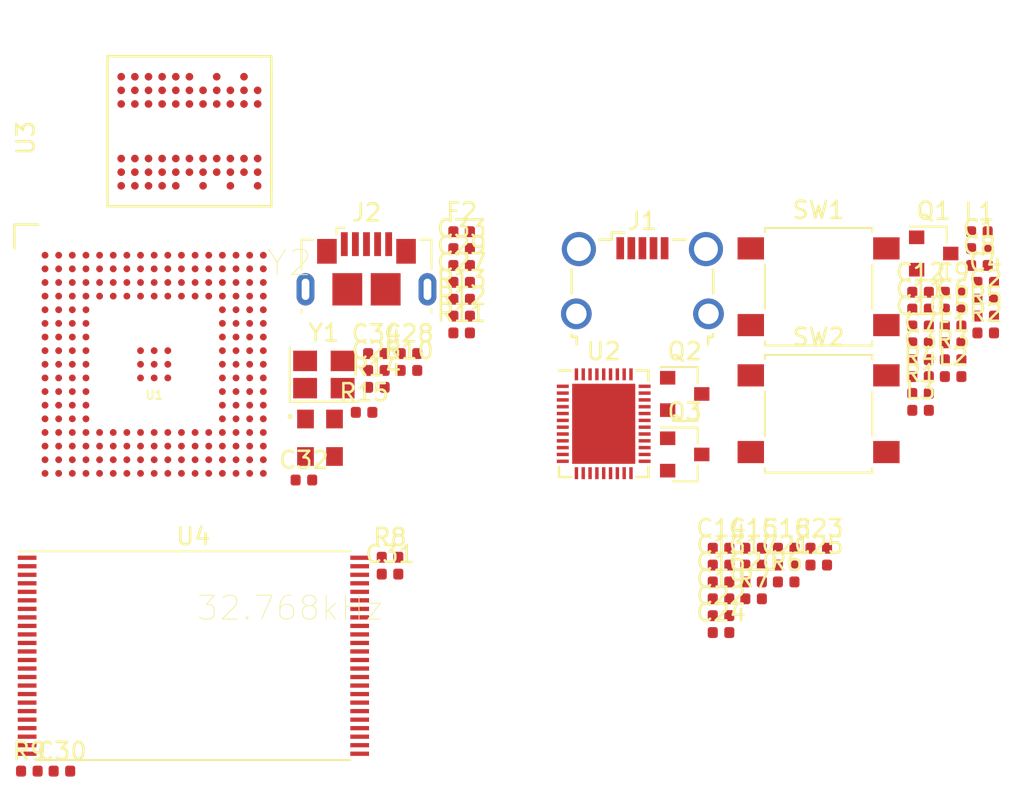
<source format=kicad_pcb>
(kicad_pcb (version 20171130) (host pcbnew 5.0.0-fee4fd1~66~ubuntu18.04.1)

  (general
    (thickness 1.6)
    (drawings 0)
    (tracks 6)
    (zones 0)
    (modules 67)
    (nets 218)
  )

  (page A4)
  (layers
    (0 F.Cu signal)
    (31 B.Cu signal)
    (32 B.Adhes user)
    (33 F.Adhes user)
    (34 B.Paste user)
    (35 F.Paste user)
    (36 B.SilkS user)
    (37 F.SilkS user)
    (38 B.Mask user)
    (39 F.Mask user)
    (40 Dwgs.User user)
    (41 Cmts.User user)
    (42 Eco1.User user)
    (43 Eco2.User user)
    (44 Edge.Cuts user)
    (45 Margin user)
    (46 B.CrtYd user)
    (47 F.CrtYd user)
    (48 B.Fab user)
    (49 F.Fab user)
  )

  (setup
    (last_trace_width 0.089)
    (user_trace_width 0.0889)
    (user_trace_width 0.2)
    (trace_clearance 0.127)
    (zone_clearance 0.508)
    (zone_45_only no)
    (trace_min 0.0889)
    (segment_width 0.2)
    (edge_width 0.15)
    (via_size 0.45)
    (via_drill 0.2)
    (via_min_size 0.45)
    (via_min_drill 0.2)
    (user_via 0.45 0.2)
    (uvia_size 0.3)
    (uvia_drill 0.1)
    (uvias_allowed no)
    (uvia_min_size 0.2)
    (uvia_min_drill 0.1)
    (pcb_text_width 0.3)
    (pcb_text_size 1.5 1.5)
    (mod_edge_width 0.15)
    (mod_text_size 1 1)
    (mod_text_width 0.15)
    (pad_size 3.7 4.7)
    (pad_drill 0)
    (pad_to_mask_clearance 0.2)
    (aux_axis_origin 0 0)
    (visible_elements FFFFFF7F)
    (pcbplotparams
      (layerselection 0x010fc_ffffffff)
      (usegerberextensions false)
      (usegerberattributes false)
      (usegerberadvancedattributes false)
      (creategerberjobfile false)
      (excludeedgelayer true)
      (linewidth 0.100000)
      (plotframeref false)
      (viasonmask false)
      (mode 1)
      (useauxorigin false)
      (hpglpennumber 1)
      (hpglpenspeed 20)
      (hpglpendiameter 15.000000)
      (psnegative false)
      (psa4output false)
      (plotreference true)
      (plotvalue true)
      (plotinvisibletext false)
      (padsonsilk false)
      (subtractmaskfromsilk false)
      (outputformat 1)
      (mirror false)
      (drillshape 1)
      (scaleselection 1)
      (outputdirectory ""))
  )

  (net 0 "")
  (net 1 "Net-(U1-PadA5)")
  (net 2 "Net-(U1-PadB5)")
  (net 3 "Net-(U1-PadB4)")
  (net 4 "Net-(U1-PadN15)")
  (net 5 "Net-(U1-PadT15)")
  (net 6 "Net-(U1-PadU14)")
  (net 7 "Net-(U1-PadT13)")
  (net 8 "Net-(U1-PadT14)")
  (net 9 "Net-(U1-PadR12)")
  (net 10 "Net-(U1-PadR11)")
  (net 11 +5V)
  (net 12 GND)
  (net 13 "Net-(J1-Pad4)")
  (net 14 "Net-(U4-Pad4)")
  (net 15 "Net-(C3-Pad2)")
  (net 16 /power/vddref)
  (net 17 +1V8)
  (net 18 +1V2)
  (net 19 +3V3)
  (net 20 /power/sw1)
  (net 21 /power/sw2)
  (net 22 /power/sw3)
  (net 23 "Net-(Q1-Pad1)")
  (net 24 "Net-(Q2-Pad1)")
  (net 25 /power/PWRHLD)
  (net 26 "Net-(R1-Pad1)")
  (net 27 /power/vsel)
  (net 28 "Net-(U2-Pad7)")
  (net 29 "Net-(U2-Pad8)")
  (net 30 "Net-(U2-Pad18)")
  (net 31 "Net-(U2-Pad25)")
  (net 32 "Net-(U3-PadL3)")
  (net 33 "Net-(U3-PadA2)")
  (net 34 "Net-(U3-PadA8)")
  (net 35 "Net-(U4-Pad1)")
  (net 36 "Net-(U4-Pad2)")
  (net 37 "Net-(U4-Pad3)")
  (net 38 "Net-(U4-Pad5)")
  (net 39 "Net-(U4-Pad6)")
  (net 40 "Net-(U4-Pad10)")
  (net 41 "Net-(U4-Pad11)")
  (net 42 "Net-(U4-Pad14)")
  (net 43 "Net-(U4-Pad15)")
  (net 44 "Net-(U4-Pad20)")
  (net 45 "Net-(U4-Pad21)")
  (net 46 "Net-(U4-Pad22)")
  (net 47 "Net-(U4-Pad23)")
  (net 48 "Net-(U4-Pad24)")
  (net 49 "Net-(U4-Pad26)")
  (net 50 "Net-(U4-Pad27)")
  (net 51 "Net-(U4-Pad28)")
  (net 52 "Net-(U4-Pad33)")
  (net 53 "Net-(U4-Pad35)")
  (net 54 "Net-(U4-Pad38)")
  (net 55 "Net-(U4-Pad40)")
  (net 56 "Net-(U4-Pad45)")
  (net 57 "Net-(U4-Pad46)")
  (net 58 "Net-(U4-Pad47)")
  (net 59 "Net-(U3-PadL7)")
  (net 60 "Net-(U1-PadD11)")
  (net 61 "Net-(U1-PadD12)")
  (net 62 /mpu/d0)
  (net 63 "Net-(U1-PadB12)")
  (net 64 "Net-(U1-PadA12)")
  (net 65 "Net-(U1-PadA11)")
  (net 66 "Net-(U1-PadB11)")
  (net 67 "Net-(U1-PadC11)")
  (net 68 "Net-(U1-PadC10)")
  (net 69 "Net-(U1-PadC9)")
  (net 70 "Net-(U1-PadA8)")
  (net 71 "Net-(U1-PadU13)")
  (net 72 "Net-(U1-PadU12)")
  (net 73 "Net-(U1-PadU11)")
  (net 74 "Net-(U1-PadU10)")
  (net 75 "Net-(U1-PadU9)")
  (net 76 "Net-(U1-PadU8)")
  (net 77 "Net-(U1-PadU7)")
  (net 78 "Net-(U1-PadU6)")
  (net 79 "Net-(U1-PadU5)")
  (net 80 "Net-(U1-PadU4)")
  (net 81 "Net-(U1-PadU3)")
  (net 82 "Net-(U1-PadU2)")
  (net 83 "Net-(U1-PadP4)")
  (net 84 "Net-(U1-PadR4)")
  (net 85 "Net-(U1-PadT3)")
  (net 86 "Net-(U1-PadT4)")
  (net 87 "Net-(U1-PadT5)")
  (net 88 "Net-(U1-PadT6)")
  (net 89 "Net-(U1-PadT7)")
  (net 90 "Net-(U1-PadT8)")
  (net 91 "Net-(U1-PadT9)")
  (net 92 "Net-(U1-PadT10)")
  (net 93 "Net-(U1-PadT11)")
  (net 94 "Net-(U1-PadR9)")
  (net 95 "Net-(U1-PadR8)")
  (net 96 "Net-(U1-PadR7)")
  (net 97 "Net-(U1-PadR6)")
  (net 98 "Net-(U1-PadR5)")
  (net 99 "Net-(U1-PadP5)")
  (net 100 "Net-(U1-PadP8)")
  (net 101 /memory/a12)
  (net 102 /memory/a9)
  (net 103 /memory/a7)
  (net 104 /memory/a5)
  (net 105 /memory/a3)
  (net 106 /memory/a1)
  (net 107 /memory/a10)
  (net 108 /memory/d3)
  (net 109 /memory/d4)
  (net 110 /memory/d1)
  (net 111 /memory/d6)
  (net 112 /memory/d7)
  (net 113 /memory/d0)
  (net 114 /memory/d2)
  (net 115 /memory/d5)
  (net 116 /memory/a2)
  (net 117 /memory/a0)
  (net 118 /memory/a6)
  (net 119 /memory/a4)
  (net 120 /memory/a11)
  (net 121 /memory/a8)
  (net 122 /memory/a13)
  (net 123 "Net-(U1-PadD7)")
  (net 124 "Net-(U1-PadD15)")
  (net 125 "Net-(U1-PadD14)")
  (net 126 "Net-(U1-PadC15)")
  (net 127 "Net-(U1-PadB7)")
  (net 128 "Net-(U1-PadC7)")
  (net 129 "Net-(U1-PadC6)")
  (net 130 "Net-(U1-PadB6)")
  (net 131 "Net-(U1-PadA6)")
  (net 132 /memory/ramsel0)
  (net 133 /memory/ramsel3)
  (net 134 /memory/ramsel5)
  (net 135 /memory/ramsel1)
  (net 136 /memory/ramsel2)
  (net 137 /memory/ramsel6)
  (net 138 /memory/ramsel4)
  (net 139 /memory/ramsel7)
  (net 140 /memory/ramclk_P)
  (net 141 /memory/ramclk_N)
  (net 142 /memory/ramsel9)
  (net 143 /memory/ramsel8)
  (net 144 "Net-(C24-Pad2)")
  (net 145 "Net-(C26-Pad2)")
  (net 146 "Net-(C27-Pad2)")
  (net 147 "Net-(C28-Pad2)")
  (net 148 "Net-(C29-Pad2)")
  (net 149 "Net-(C30-Pad1)")
  (net 150 /mpu/flashCTL4)
  (net 151 /nandFlash/flashCTL3)
  (net 152 "Net-(U1-PadH15)")
  (net 153 "Net-(U1-PadH16)")
  (net 154 "Net-(U1-PadH17)")
  (net 155 /mpu/flashData6)
  (net 156 /mpu/flashData7)
  (net 157 "Net-(U1-PadJ15)")
  (net 158 "Net-(U1-PadG16)")
  (net 159 "Net-(U1-PadG17)")
  (net 160 "Net-(U1-PadF17)")
  (net 161 "Net-(U1-PadE17)")
  (net 162 /mpu/d3)
  (net 163 /mpu/d1)
  (net 164 /mpu/d6)
  (net 165 /mpu/d5)
  (net 166 /mpu/d2)
  (net 167 /mpu/d4)
  (net 168 /mpu/d7)
  (net 169 /mpu/flashCTL2)
  (net 170 /mpu/flashCTL0)
  (net 171 /mpu/flashData5)
  (net 172 /mpu/flashData4)
  (net 173 /mpu/flashData3)
  (net 174 /mpu/flashData2)
  (net 175 /mpu/flashCTL6)
  (net 176 /mpu/flashCTL5)
  (net 177 /mpu/flashCTL1)
  (net 178 /mpu/flashData1)
  (net 179 /mpu/flashData0)
  (net 180 "Net-(R10-Pad2)")
  (net 181 out4)
  (net 182 out5)
  (net 183 "Net-(F1-Pad2)")
  (net 184 /mpu/mpu_shutdown)
  (net 185 "Net-(U1-PadA1)")
  (net 186 "Net-(U1-PadC3)")
  (net 187 "Net-(U1-PadD4)")
  (net 188 "Net-(U1-PadE4)")
  (net 189 "Net-(U1-PadF4)")
  (net 190 "Net-(U1-PadG4)")
  (net 191 "Net-(U1-PadB1)")
  (net 192 "Net-(U1-PadC1)")
  (net 193 "Net-(U1-PadC2)")
  (net 194 "Net-(U1-PadD2)")
  (net 195 "Net-(U1-PadD1)")
  (net 196 "Net-(U1-PadD3)")
  (net 197 "Net-(U1-PadE3)")
  (net 198 "Net-(U1-PadE2)")
  (net 199 "Net-(U1-PadE1)")
  (net 200 "Net-(U1-PadF1)")
  (net 201 "Net-(U1-PadF2)")
  (net 202 "Net-(U1-PadF3)")
  (net 203 "Net-(U1-PadG3)")
  (net 204 /mpu/actSPI1)
  (net 205 /mpu/actSPI0)
  (net 206 /mpu/actGPIO0)
  (net 207 /mpu/actGPIO1)
  (net 208 /mpu/actGPIO2)
  (net 209 /mpu/D-)
  (net 210 /mpu/D+)
  (net 211 "Net-(R12-Pad2)")
  (net 212 "Net-(R13-Pad2)")
  (net 213 "Net-(J2-Pad2)")
  (net 214 "Net-(F2-Pad2)")
  (net 215 "Net-(J2-Pad3)")
  (net 216 "Net-(R14-Pad1)")
  (net 217 "Net-(R15-Pad1)")

  (net_class Default "This is the default net class."
    (clearance 0.127)
    (trace_width 0.089)
    (via_dia 0.45)
    (via_drill 0.2)
    (uvia_dia 0.3)
    (uvia_drill 0.1)
    (add_net +1V2)
    (add_net +1V8)
    (add_net +3V3)
    (add_net +5V)
    (add_net /memory/a0)
    (add_net /memory/a1)
    (add_net /memory/a10)
    (add_net /memory/a11)
    (add_net /memory/a12)
    (add_net /memory/a13)
    (add_net /memory/a2)
    (add_net /memory/a3)
    (add_net /memory/a4)
    (add_net /memory/a5)
    (add_net /memory/a6)
    (add_net /memory/a7)
    (add_net /memory/a8)
    (add_net /memory/a9)
    (add_net /memory/d0)
    (add_net /memory/d1)
    (add_net /memory/d2)
    (add_net /memory/d3)
    (add_net /memory/d4)
    (add_net /memory/d5)
    (add_net /memory/d6)
    (add_net /memory/d7)
    (add_net /memory/ramclk_N)
    (add_net /memory/ramclk_P)
    (add_net /memory/ramsel0)
    (add_net /memory/ramsel1)
    (add_net /memory/ramsel2)
    (add_net /memory/ramsel3)
    (add_net /memory/ramsel4)
    (add_net /memory/ramsel5)
    (add_net /memory/ramsel6)
    (add_net /memory/ramsel7)
    (add_net /memory/ramsel8)
    (add_net /memory/ramsel9)
    (add_net /mpu/D+)
    (add_net /mpu/D-)
    (add_net /mpu/actGPIO0)
    (add_net /mpu/actGPIO1)
    (add_net /mpu/actGPIO2)
    (add_net /mpu/actSPI0)
    (add_net /mpu/actSPI1)
    (add_net /mpu/d0)
    (add_net /mpu/d1)
    (add_net /mpu/d2)
    (add_net /mpu/d3)
    (add_net /mpu/d4)
    (add_net /mpu/d5)
    (add_net /mpu/d6)
    (add_net /mpu/d7)
    (add_net /mpu/flashCTL0)
    (add_net /mpu/flashCTL1)
    (add_net /mpu/flashCTL2)
    (add_net /mpu/flashCTL4)
    (add_net /mpu/flashCTL5)
    (add_net /mpu/flashCTL6)
    (add_net /mpu/flashData0)
    (add_net /mpu/flashData1)
    (add_net /mpu/flashData2)
    (add_net /mpu/flashData3)
    (add_net /mpu/flashData4)
    (add_net /mpu/flashData5)
    (add_net /mpu/flashData6)
    (add_net /mpu/flashData7)
    (add_net /mpu/mpu_shutdown)
    (add_net /nandFlash/flashCTL3)
    (add_net /power/PWRHLD)
    (add_net /power/sw1)
    (add_net /power/sw2)
    (add_net /power/sw3)
    (add_net /power/vddref)
    (add_net /power/vsel)
    (add_net GND)
    (add_net "Net-(C24-Pad2)")
    (add_net "Net-(C26-Pad2)")
    (add_net "Net-(C27-Pad2)")
    (add_net "Net-(C28-Pad2)")
    (add_net "Net-(C29-Pad2)")
    (add_net "Net-(C3-Pad2)")
    (add_net "Net-(C30-Pad1)")
    (add_net "Net-(F1-Pad2)")
    (add_net "Net-(F2-Pad2)")
    (add_net "Net-(J1-Pad4)")
    (add_net "Net-(J2-Pad2)")
    (add_net "Net-(J2-Pad3)")
    (add_net "Net-(Q1-Pad1)")
    (add_net "Net-(Q2-Pad1)")
    (add_net "Net-(R1-Pad1)")
    (add_net "Net-(R10-Pad2)")
    (add_net "Net-(R12-Pad2)")
    (add_net "Net-(R13-Pad2)")
    (add_net "Net-(R14-Pad1)")
    (add_net "Net-(R15-Pad1)")
    (add_net "Net-(U1-PadA1)")
    (add_net "Net-(U1-PadA11)")
    (add_net "Net-(U1-PadA12)")
    (add_net "Net-(U1-PadA5)")
    (add_net "Net-(U1-PadA6)")
    (add_net "Net-(U1-PadA8)")
    (add_net "Net-(U1-PadB1)")
    (add_net "Net-(U1-PadB11)")
    (add_net "Net-(U1-PadB12)")
    (add_net "Net-(U1-PadB4)")
    (add_net "Net-(U1-PadB5)")
    (add_net "Net-(U1-PadB6)")
    (add_net "Net-(U1-PadB7)")
    (add_net "Net-(U1-PadC1)")
    (add_net "Net-(U1-PadC10)")
    (add_net "Net-(U1-PadC11)")
    (add_net "Net-(U1-PadC15)")
    (add_net "Net-(U1-PadC2)")
    (add_net "Net-(U1-PadC3)")
    (add_net "Net-(U1-PadC6)")
    (add_net "Net-(U1-PadC7)")
    (add_net "Net-(U1-PadC9)")
    (add_net "Net-(U1-PadD1)")
    (add_net "Net-(U1-PadD11)")
    (add_net "Net-(U1-PadD12)")
    (add_net "Net-(U1-PadD14)")
    (add_net "Net-(U1-PadD15)")
    (add_net "Net-(U1-PadD2)")
    (add_net "Net-(U1-PadD3)")
    (add_net "Net-(U1-PadD4)")
    (add_net "Net-(U1-PadD7)")
    (add_net "Net-(U1-PadE1)")
    (add_net "Net-(U1-PadE17)")
    (add_net "Net-(U1-PadE2)")
    (add_net "Net-(U1-PadE3)")
    (add_net "Net-(U1-PadE4)")
    (add_net "Net-(U1-PadF1)")
    (add_net "Net-(U1-PadF17)")
    (add_net "Net-(U1-PadF2)")
    (add_net "Net-(U1-PadF3)")
    (add_net "Net-(U1-PadF4)")
    (add_net "Net-(U1-PadG16)")
    (add_net "Net-(U1-PadG17)")
    (add_net "Net-(U1-PadG3)")
    (add_net "Net-(U1-PadG4)")
    (add_net "Net-(U1-PadH15)")
    (add_net "Net-(U1-PadH16)")
    (add_net "Net-(U1-PadH17)")
    (add_net "Net-(U1-PadJ15)")
    (add_net "Net-(U1-PadN15)")
    (add_net "Net-(U1-PadP4)")
    (add_net "Net-(U1-PadP5)")
    (add_net "Net-(U1-PadP8)")
    (add_net "Net-(U1-PadR11)")
    (add_net "Net-(U1-PadR12)")
    (add_net "Net-(U1-PadR4)")
    (add_net "Net-(U1-PadR5)")
    (add_net "Net-(U1-PadR6)")
    (add_net "Net-(U1-PadR7)")
    (add_net "Net-(U1-PadR8)")
    (add_net "Net-(U1-PadR9)")
    (add_net "Net-(U1-PadT10)")
    (add_net "Net-(U1-PadT11)")
    (add_net "Net-(U1-PadT13)")
    (add_net "Net-(U1-PadT14)")
    (add_net "Net-(U1-PadT15)")
    (add_net "Net-(U1-PadT3)")
    (add_net "Net-(U1-PadT4)")
    (add_net "Net-(U1-PadT5)")
    (add_net "Net-(U1-PadT6)")
    (add_net "Net-(U1-PadT7)")
    (add_net "Net-(U1-PadT8)")
    (add_net "Net-(U1-PadT9)")
    (add_net "Net-(U1-PadU10)")
    (add_net "Net-(U1-PadU11)")
    (add_net "Net-(U1-PadU12)")
    (add_net "Net-(U1-PadU13)")
    (add_net "Net-(U1-PadU14)")
    (add_net "Net-(U1-PadU2)")
    (add_net "Net-(U1-PadU3)")
    (add_net "Net-(U1-PadU4)")
    (add_net "Net-(U1-PadU5)")
    (add_net "Net-(U1-PadU6)")
    (add_net "Net-(U1-PadU7)")
    (add_net "Net-(U1-PadU8)")
    (add_net "Net-(U1-PadU9)")
    (add_net "Net-(U2-Pad18)")
    (add_net "Net-(U2-Pad25)")
    (add_net "Net-(U2-Pad7)")
    (add_net "Net-(U2-Pad8)")
    (add_net "Net-(U3-PadA2)")
    (add_net "Net-(U3-PadA8)")
    (add_net "Net-(U3-PadL3)")
    (add_net "Net-(U3-PadL7)")
    (add_net "Net-(U4-Pad1)")
    (add_net "Net-(U4-Pad10)")
    (add_net "Net-(U4-Pad11)")
    (add_net "Net-(U4-Pad14)")
    (add_net "Net-(U4-Pad15)")
    (add_net "Net-(U4-Pad2)")
    (add_net "Net-(U4-Pad20)")
    (add_net "Net-(U4-Pad21)")
    (add_net "Net-(U4-Pad22)")
    (add_net "Net-(U4-Pad23)")
    (add_net "Net-(U4-Pad24)")
    (add_net "Net-(U4-Pad26)")
    (add_net "Net-(U4-Pad27)")
    (add_net "Net-(U4-Pad28)")
    (add_net "Net-(U4-Pad3)")
    (add_net "Net-(U4-Pad33)")
    (add_net "Net-(U4-Pad35)")
    (add_net "Net-(U4-Pad38)")
    (add_net "Net-(U4-Pad4)")
    (add_net "Net-(U4-Pad40)")
    (add_net "Net-(U4-Pad45)")
    (add_net "Net-(U4-Pad46)")
    (add_net "Net-(U4-Pad47)")
    (add_net "Net-(U4-Pad5)")
    (add_net "Net-(U4-Pad6)")
    (add_net out4)
    (add_net out5)
  )

  (net_class highspeedsignals ""
    (clearance 0.127)
    (trace_width 0.089)
    (via_dia 0.45)
    (via_drill 0.2)
    (uvia_dia 0.3)
    (uvia_drill 0.1)
  )

  (module Capacitor_SMD:C_0402_1005Metric (layer F.Cu) (tedit 5B301BBE) (tstamp 5BC39DED)
    (at 149.832201 77.304001)
    (descr "Capacitor SMD 0402 (1005 Metric), square (rectangular) end terminal, IPC_7351 nominal, (Body size source: http://www.tortai-tech.com/upload/download/2011102023233369053.pdf), generated with kicad-footprint-generator")
    (tags capacitor)
    (path /5BBE7C51/5BC2D233)
    (attr smd)
    (fp_text reference C1 (at 0 -1.17) (layer F.SilkS)
      (effects (font (size 1 1) (thickness 0.15)))
    )
    (fp_text value 4.7u (at 0 1.17) (layer F.Fab)
      (effects (font (size 1 1) (thickness 0.15)))
    )
    (fp_text user %R (at 0 0) (layer F.Fab)
      (effects (font (size 0.25 0.25) (thickness 0.04)))
    )
    (fp_line (start 0.93 0.47) (end -0.93 0.47) (layer F.CrtYd) (width 0.05))
    (fp_line (start 0.93 -0.47) (end 0.93 0.47) (layer F.CrtYd) (width 0.05))
    (fp_line (start -0.93 -0.47) (end 0.93 -0.47) (layer F.CrtYd) (width 0.05))
    (fp_line (start -0.93 0.47) (end -0.93 -0.47) (layer F.CrtYd) (width 0.05))
    (fp_line (start 0.5 0.25) (end -0.5 0.25) (layer F.Fab) (width 0.1))
    (fp_line (start 0.5 -0.25) (end 0.5 0.25) (layer F.Fab) (width 0.1))
    (fp_line (start -0.5 -0.25) (end 0.5 -0.25) (layer F.Fab) (width 0.1))
    (fp_line (start -0.5 0.25) (end -0.5 -0.25) (layer F.Fab) (width 0.1))
    (pad 2 smd roundrect (at 0.485 0) (size 0.59 0.64) (layers F.Cu F.Paste F.Mask) (roundrect_rratio 0.25)
      (net 12 GND))
    (pad 1 smd roundrect (at -0.485 0) (size 0.59 0.64) (layers F.Cu F.Paste F.Mask) (roundrect_rratio 0.25)
      (net 11 +5V))
    (model ${KISYS3DMOD}/Capacitor_SMD.3dshapes/C_0402_1005Metric.wrl
      (at (xyz 0 0 0))
      (scale (xyz 1 1 1))
      (rotate (xyz 0 0 0))
    )
  )

  (module Capacitor_SMD:C_0402_1005Metric (layer F.Cu) (tedit 5B301BBE) (tstamp 5BC39DFC)
    (at 150.202201 80.274001)
    (descr "Capacitor SMD 0402 (1005 Metric), square (rectangular) end terminal, IPC_7351 nominal, (Body size source: http://www.tortai-tech.com/upload/download/2011102023233369053.pdf), generated with kicad-footprint-generator")
    (tags capacitor)
    (path /5BBE7C51/5BC29065)
    (attr smd)
    (fp_text reference C2 (at 0 -1.17) (layer F.SilkS)
      (effects (font (size 1 1) (thickness 0.15)))
    )
    (fp_text value 4.7u (at 0 1.17) (layer F.Fab)
      (effects (font (size 1 1) (thickness 0.15)))
    )
    (fp_line (start -0.5 0.25) (end -0.5 -0.25) (layer F.Fab) (width 0.1))
    (fp_line (start -0.5 -0.25) (end 0.5 -0.25) (layer F.Fab) (width 0.1))
    (fp_line (start 0.5 -0.25) (end 0.5 0.25) (layer F.Fab) (width 0.1))
    (fp_line (start 0.5 0.25) (end -0.5 0.25) (layer F.Fab) (width 0.1))
    (fp_line (start -0.93 0.47) (end -0.93 -0.47) (layer F.CrtYd) (width 0.05))
    (fp_line (start -0.93 -0.47) (end 0.93 -0.47) (layer F.CrtYd) (width 0.05))
    (fp_line (start 0.93 -0.47) (end 0.93 0.47) (layer F.CrtYd) (width 0.05))
    (fp_line (start 0.93 0.47) (end -0.93 0.47) (layer F.CrtYd) (width 0.05))
    (fp_text user %R (at 0 0) (layer F.Fab)
      (effects (font (size 0.25 0.25) (thickness 0.04)))
    )
    (pad 1 smd roundrect (at -0.485 0) (size 0.59 0.64) (layers F.Cu F.Paste F.Mask) (roundrect_rratio 0.25)
      (net 11 +5V))
    (pad 2 smd roundrect (at 0.485 0) (size 0.59 0.64) (layers F.Cu F.Paste F.Mask) (roundrect_rratio 0.25)
      (net 12 GND))
    (model ${KISYS3DMOD}/Capacitor_SMD.3dshapes/C_0402_1005Metric.wrl
      (at (xyz 0 0 0))
      (scale (xyz 1 1 1))
      (rotate (xyz 0 0 0))
    )
  )

  (module Capacitor_SMD:C_0402_1005Metric (layer F.Cu) (tedit 5B301BBE) (tstamp 5BC39E0B)
    (at 146.382201 83.824001)
    (descr "Capacitor SMD 0402 (1005 Metric), square (rectangular) end terminal, IPC_7351 nominal, (Body size source: http://www.tortai-tech.com/upload/download/2011102023233369053.pdf), generated with kicad-footprint-generator")
    (tags capacitor)
    (path /5BBE7C51/5BC4736F)
    (attr smd)
    (fp_text reference C3 (at 0 -1.17) (layer F.SilkS)
      (effects (font (size 1 1) (thickness 0.15)))
    )
    (fp_text value 100n (at 0 1.17) (layer F.Fab)
      (effects (font (size 1 1) (thickness 0.15)))
    )
    (fp_text user %R (at 0 0) (layer F.Fab)
      (effects (font (size 0.25 0.25) (thickness 0.04)))
    )
    (fp_line (start 0.93 0.47) (end -0.93 0.47) (layer F.CrtYd) (width 0.05))
    (fp_line (start 0.93 -0.47) (end 0.93 0.47) (layer F.CrtYd) (width 0.05))
    (fp_line (start -0.93 -0.47) (end 0.93 -0.47) (layer F.CrtYd) (width 0.05))
    (fp_line (start -0.93 0.47) (end -0.93 -0.47) (layer F.CrtYd) (width 0.05))
    (fp_line (start 0.5 0.25) (end -0.5 0.25) (layer F.Fab) (width 0.1))
    (fp_line (start 0.5 -0.25) (end 0.5 0.25) (layer F.Fab) (width 0.1))
    (fp_line (start -0.5 -0.25) (end 0.5 -0.25) (layer F.Fab) (width 0.1))
    (fp_line (start -0.5 0.25) (end -0.5 -0.25) (layer F.Fab) (width 0.1))
    (pad 2 smd roundrect (at 0.485 0) (size 0.59 0.64) (layers F.Cu F.Paste F.Mask) (roundrect_rratio 0.25)
      (net 15 "Net-(C3-Pad2)"))
    (pad 1 smd roundrect (at -0.485 0) (size 0.59 0.64) (layers F.Cu F.Paste F.Mask) (roundrect_rratio 0.25)
      (net 12 GND))
    (model ${KISYS3DMOD}/Capacitor_SMD.3dshapes/C_0402_1005Metric.wrl
      (at (xyz 0 0 0))
      (scale (xyz 1 1 1))
      (rotate (xyz 0 0 0))
    )
  )

  (module Capacitor_SMD:C_0402_1005Metric (layer F.Cu) (tedit 5B301BBE) (tstamp 5BC39E1A)
    (at 150.202201 79.284001)
    (descr "Capacitor SMD 0402 (1005 Metric), square (rectangular) end terminal, IPC_7351 nominal, (Body size source: http://www.tortai-tech.com/upload/download/2011102023233369053.pdf), generated with kicad-footprint-generator")
    (tags capacitor)
    (path /5BBE7C51/5BC224B8)
    (attr smd)
    (fp_text reference C4 (at 0 -1.17) (layer F.SilkS)
      (effects (font (size 1 1) (thickness 0.15)))
    )
    (fp_text value 4.7u (at 0 1.17) (layer F.Fab)
      (effects (font (size 1 1) (thickness 0.15)))
    )
    (fp_line (start -0.5 0.25) (end -0.5 -0.25) (layer F.Fab) (width 0.1))
    (fp_line (start -0.5 -0.25) (end 0.5 -0.25) (layer F.Fab) (width 0.1))
    (fp_line (start 0.5 -0.25) (end 0.5 0.25) (layer F.Fab) (width 0.1))
    (fp_line (start 0.5 0.25) (end -0.5 0.25) (layer F.Fab) (width 0.1))
    (fp_line (start -0.93 0.47) (end -0.93 -0.47) (layer F.CrtYd) (width 0.05))
    (fp_line (start -0.93 -0.47) (end 0.93 -0.47) (layer F.CrtYd) (width 0.05))
    (fp_line (start 0.93 -0.47) (end 0.93 0.47) (layer F.CrtYd) (width 0.05))
    (fp_line (start 0.93 0.47) (end -0.93 0.47) (layer F.CrtYd) (width 0.05))
    (fp_text user %R (at 0 0) (layer F.Fab)
      (effects (font (size 0.25 0.25) (thickness 0.04)))
    )
    (pad 1 smd roundrect (at -0.485 0) (size 0.59 0.64) (layers F.Cu F.Paste F.Mask) (roundrect_rratio 0.25)
      (net 12 GND))
    (pad 2 smd roundrect (at 0.485 0) (size 0.59 0.64) (layers F.Cu F.Paste F.Mask) (roundrect_rratio 0.25)
      (net 11 +5V))
    (model ${KISYS3DMOD}/Capacitor_SMD.3dshapes/C_0402_1005Metric.wrl
      (at (xyz 0 0 0))
      (scale (xyz 1 1 1))
      (rotate (xyz 0 0 0))
    )
  )

  (module Capacitor_SMD:C_0402_1005Metric (layer F.Cu) (tedit 5B301BBE) (tstamp 5BC39E29)
    (at 148.292201 81.844001)
    (descr "Capacitor SMD 0402 (1005 Metric), square (rectangular) end terminal, IPC_7351 nominal, (Body size source: http://www.tortai-tech.com/upload/download/2011102023233369053.pdf), generated with kicad-footprint-generator")
    (tags capacitor)
    (path /5BBE7C51/5BC20A90)
    (attr smd)
    (fp_text reference C5 (at 0 -1.17) (layer F.SilkS)
      (effects (font (size 1 1) (thickness 0.15)))
    )
    (fp_text value 4.7u (at 0 1.17) (layer F.Fab)
      (effects (font (size 1 1) (thickness 0.15)))
    )
    (fp_text user %R (at 0 0) (layer F.Fab)
      (effects (font (size 0.25 0.25) (thickness 0.04)))
    )
    (fp_line (start 0.93 0.47) (end -0.93 0.47) (layer F.CrtYd) (width 0.05))
    (fp_line (start 0.93 -0.47) (end 0.93 0.47) (layer F.CrtYd) (width 0.05))
    (fp_line (start -0.93 -0.47) (end 0.93 -0.47) (layer F.CrtYd) (width 0.05))
    (fp_line (start -0.93 0.47) (end -0.93 -0.47) (layer F.CrtYd) (width 0.05))
    (fp_line (start 0.5 0.25) (end -0.5 0.25) (layer F.Fab) (width 0.1))
    (fp_line (start 0.5 -0.25) (end 0.5 0.25) (layer F.Fab) (width 0.1))
    (fp_line (start -0.5 -0.25) (end 0.5 -0.25) (layer F.Fab) (width 0.1))
    (fp_line (start -0.5 0.25) (end -0.5 -0.25) (layer F.Fab) (width 0.1))
    (pad 2 smd roundrect (at 0.485 0) (size 0.59 0.64) (layers F.Cu F.Paste F.Mask) (roundrect_rratio 0.25)
      (net 11 +5V))
    (pad 1 smd roundrect (at -0.485 0) (size 0.59 0.64) (layers F.Cu F.Paste F.Mask) (roundrect_rratio 0.25)
      (net 12 GND))
    (model ${KISYS3DMOD}/Capacitor_SMD.3dshapes/C_0402_1005Metric.wrl
      (at (xyz 0 0 0))
      (scale (xyz 1 1 1))
      (rotate (xyz 0 0 0))
    )
  )

  (module Capacitor_SMD:C_0402_1005Metric (layer F.Cu) (tedit 5B301BBE) (tstamp 5BC39E38)
    (at 148.292201 80.854001)
    (descr "Capacitor SMD 0402 (1005 Metric), square (rectangular) end terminal, IPC_7351 nominal, (Body size source: http://www.tortai-tech.com/upload/download/2011102023233369053.pdf), generated with kicad-footprint-generator")
    (tags capacitor)
    (path /5BBE7C51/5BC25A62)
    (attr smd)
    (fp_text reference C6 (at 0 -1.17) (layer F.SilkS)
      (effects (font (size 1 1) (thickness 0.15)))
    )
    (fp_text value 4.7u (at 0 1.17) (layer F.Fab)
      (effects (font (size 1 1) (thickness 0.15)))
    )
    (fp_text user %R (at 0 0) (layer F.Fab)
      (effects (font (size 0.25 0.25) (thickness 0.04)))
    )
    (fp_line (start 0.93 0.47) (end -0.93 0.47) (layer F.CrtYd) (width 0.05))
    (fp_line (start 0.93 -0.47) (end 0.93 0.47) (layer F.CrtYd) (width 0.05))
    (fp_line (start -0.93 -0.47) (end 0.93 -0.47) (layer F.CrtYd) (width 0.05))
    (fp_line (start -0.93 0.47) (end -0.93 -0.47) (layer F.CrtYd) (width 0.05))
    (fp_line (start 0.5 0.25) (end -0.5 0.25) (layer F.Fab) (width 0.1))
    (fp_line (start 0.5 -0.25) (end 0.5 0.25) (layer F.Fab) (width 0.1))
    (fp_line (start -0.5 -0.25) (end 0.5 -0.25) (layer F.Fab) (width 0.1))
    (fp_line (start -0.5 0.25) (end -0.5 -0.25) (layer F.Fab) (width 0.1))
    (pad 2 smd roundrect (at 0.485 0) (size 0.59 0.64) (layers F.Cu F.Paste F.Mask) (roundrect_rratio 0.25)
      (net 12 GND))
    (pad 1 smd roundrect (at -0.485 0) (size 0.59 0.64) (layers F.Cu F.Paste F.Mask) (roundrect_rratio 0.25)
      (net 11 +5V))
    (model ${KISYS3DMOD}/Capacitor_SMD.3dshapes/C_0402_1005Metric.wrl
      (at (xyz 0 0 0))
      (scale (xyz 1 1 1))
      (rotate (xyz 0 0 0))
    )
  )

  (module Capacitor_SMD:C_0402_1005Metric (layer F.Cu) (tedit 5B301BBE) (tstamp 5BC39E47)
    (at 146.382201 82.834001)
    (descr "Capacitor SMD 0402 (1005 Metric), square (rectangular) end terminal, IPC_7351 nominal, (Body size source: http://www.tortai-tech.com/upload/download/2011102023233369053.pdf), generated with kicad-footprint-generator")
    (tags capacitor)
    (path /5BBE7C51/5BC400ED)
    (attr smd)
    (fp_text reference C7 (at 0 -1.17) (layer F.SilkS)
      (effects (font (size 1 1) (thickness 0.15)))
    )
    (fp_text value C_Small (at 0 1.17) (layer F.Fab)
      (effects (font (size 1 1) (thickness 0.15)))
    )
    (fp_line (start -0.5 0.25) (end -0.5 -0.25) (layer F.Fab) (width 0.1))
    (fp_line (start -0.5 -0.25) (end 0.5 -0.25) (layer F.Fab) (width 0.1))
    (fp_line (start 0.5 -0.25) (end 0.5 0.25) (layer F.Fab) (width 0.1))
    (fp_line (start 0.5 0.25) (end -0.5 0.25) (layer F.Fab) (width 0.1))
    (fp_line (start -0.93 0.47) (end -0.93 -0.47) (layer F.CrtYd) (width 0.05))
    (fp_line (start -0.93 -0.47) (end 0.93 -0.47) (layer F.CrtYd) (width 0.05))
    (fp_line (start 0.93 -0.47) (end 0.93 0.47) (layer F.CrtYd) (width 0.05))
    (fp_line (start 0.93 0.47) (end -0.93 0.47) (layer F.CrtYd) (width 0.05))
    (fp_text user %R (at 0 0) (layer F.Fab)
      (effects (font (size 0.25 0.25) (thickness 0.04)))
    )
    (pad 1 smd roundrect (at -0.485 0) (size 0.59 0.64) (layers F.Cu F.Paste F.Mask) (roundrect_rratio 0.25)
      (net 16 /power/vddref))
    (pad 2 smd roundrect (at 0.485 0) (size 0.59 0.64) (layers F.Cu F.Paste F.Mask) (roundrect_rratio 0.25)
      (net 12 GND))
    (model ${KISYS3DMOD}/Capacitor_SMD.3dshapes/C_0402_1005Metric.wrl
      (at (xyz 0 0 0))
      (scale (xyz 1 1 1))
      (rotate (xyz 0 0 0))
    )
  )

  (module Capacitor_SMD:C_0402_1005Metric (layer F.Cu) (tedit 5B301BBE) (tstamp 5BC39E56)
    (at 149.832201 78.294001)
    (descr "Capacitor SMD 0402 (1005 Metric), square (rectangular) end terminal, IPC_7351 nominal, (Body size source: http://www.tortai-tech.com/upload/download/2011102023233369053.pdf), generated with kicad-footprint-generator")
    (tags capacitor)
    (path /5BBE7C51/5BC156F9)
    (attr smd)
    (fp_text reference C8 (at 0 -1.17) (layer F.SilkS)
      (effects (font (size 1 1) (thickness 0.15)))
    )
    (fp_text value 20u (at 0 1.17) (layer F.Fab)
      (effects (font (size 1 1) (thickness 0.15)))
    )
    (fp_line (start -0.5 0.25) (end -0.5 -0.25) (layer F.Fab) (width 0.1))
    (fp_line (start -0.5 -0.25) (end 0.5 -0.25) (layer F.Fab) (width 0.1))
    (fp_line (start 0.5 -0.25) (end 0.5 0.25) (layer F.Fab) (width 0.1))
    (fp_line (start 0.5 0.25) (end -0.5 0.25) (layer F.Fab) (width 0.1))
    (fp_line (start -0.93 0.47) (end -0.93 -0.47) (layer F.CrtYd) (width 0.05))
    (fp_line (start -0.93 -0.47) (end 0.93 -0.47) (layer F.CrtYd) (width 0.05))
    (fp_line (start 0.93 -0.47) (end 0.93 0.47) (layer F.CrtYd) (width 0.05))
    (fp_line (start 0.93 0.47) (end -0.93 0.47) (layer F.CrtYd) (width 0.05))
    (fp_text user %R (at 0 0) (layer F.Fab)
      (effects (font (size 0.25 0.25) (thickness 0.04)))
    )
    (pad 1 smd roundrect (at -0.485 0) (size 0.59 0.64) (layers F.Cu F.Paste F.Mask) (roundrect_rratio 0.25)
      (net 17 +1V8))
    (pad 2 smd roundrect (at 0.485 0) (size 0.59 0.64) (layers F.Cu F.Paste F.Mask) (roundrect_rratio 0.25)
      (net 12 GND))
    (model ${KISYS3DMOD}/Capacitor_SMD.3dshapes/C_0402_1005Metric.wrl
      (at (xyz 0 0 0))
      (scale (xyz 1 1 1))
      (rotate (xyz 0 0 0))
    )
  )

  (module Capacitor_SMD:C_0402_1005Metric (layer F.Cu) (tedit 5B301BBE) (tstamp 5BC39E65)
    (at 148.292201 79.864001)
    (descr "Capacitor SMD 0402 (1005 Metric), square (rectangular) end terminal, IPC_7351 nominal, (Body size source: http://www.tortai-tech.com/upload/download/2011102023233369053.pdf), generated with kicad-footprint-generator")
    (tags capacitor)
    (path /5BBE7C51/5BC16443)
    (attr smd)
    (fp_text reference C9 (at 0 -1.17) (layer F.SilkS)
      (effects (font (size 1 1) (thickness 0.15)))
    )
    (fp_text value 20u (at 0 1.17) (layer F.Fab)
      (effects (font (size 1 1) (thickness 0.15)))
    )
    (fp_text user %R (at 0 0) (layer F.Fab)
      (effects (font (size 0.25 0.25) (thickness 0.04)))
    )
    (fp_line (start 0.93 0.47) (end -0.93 0.47) (layer F.CrtYd) (width 0.05))
    (fp_line (start 0.93 -0.47) (end 0.93 0.47) (layer F.CrtYd) (width 0.05))
    (fp_line (start -0.93 -0.47) (end 0.93 -0.47) (layer F.CrtYd) (width 0.05))
    (fp_line (start -0.93 0.47) (end -0.93 -0.47) (layer F.CrtYd) (width 0.05))
    (fp_line (start 0.5 0.25) (end -0.5 0.25) (layer F.Fab) (width 0.1))
    (fp_line (start 0.5 -0.25) (end 0.5 0.25) (layer F.Fab) (width 0.1))
    (fp_line (start -0.5 -0.25) (end 0.5 -0.25) (layer F.Fab) (width 0.1))
    (fp_line (start -0.5 0.25) (end -0.5 -0.25) (layer F.Fab) (width 0.1))
    (pad 2 smd roundrect (at 0.485 0) (size 0.59 0.64) (layers F.Cu F.Paste F.Mask) (roundrect_rratio 0.25)
      (net 12 GND))
    (pad 1 smd roundrect (at -0.485 0) (size 0.59 0.64) (layers F.Cu F.Paste F.Mask) (roundrect_rratio 0.25)
      (net 18 +1V2))
    (model ${KISYS3DMOD}/Capacitor_SMD.3dshapes/C_0402_1005Metric.wrl
      (at (xyz 0 0 0))
      (scale (xyz 1 1 1))
      (rotate (xyz 0 0 0))
    )
  )

  (module Capacitor_SMD:C_0402_1005Metric (layer F.Cu) (tedit 5B301BBE) (tstamp 5BC39E74)
    (at 146.382201 81.844001)
    (descr "Capacitor SMD 0402 (1005 Metric), square (rectangular) end terminal, IPC_7351 nominal, (Body size source: http://www.tortai-tech.com/upload/download/2011102023233369053.pdf), generated with kicad-footprint-generator")
    (tags capacitor)
    (path /5BBE7C51/5BC16798)
    (attr smd)
    (fp_text reference C10 (at 0 -1.17) (layer F.SilkS)
      (effects (font (size 1 1) (thickness 0.15)))
    )
    (fp_text value 20u (at 0 1.17) (layer F.Fab)
      (effects (font (size 1 1) (thickness 0.15)))
    )
    (fp_line (start -0.5 0.25) (end -0.5 -0.25) (layer F.Fab) (width 0.1))
    (fp_line (start -0.5 -0.25) (end 0.5 -0.25) (layer F.Fab) (width 0.1))
    (fp_line (start 0.5 -0.25) (end 0.5 0.25) (layer F.Fab) (width 0.1))
    (fp_line (start 0.5 0.25) (end -0.5 0.25) (layer F.Fab) (width 0.1))
    (fp_line (start -0.93 0.47) (end -0.93 -0.47) (layer F.CrtYd) (width 0.05))
    (fp_line (start -0.93 -0.47) (end 0.93 -0.47) (layer F.CrtYd) (width 0.05))
    (fp_line (start 0.93 -0.47) (end 0.93 0.47) (layer F.CrtYd) (width 0.05))
    (fp_line (start 0.93 0.47) (end -0.93 0.47) (layer F.CrtYd) (width 0.05))
    (fp_text user %R (at 0 0) (layer F.Fab)
      (effects (font (size 0.25 0.25) (thickness 0.04)))
    )
    (pad 1 smd roundrect (at -0.485 0) (size 0.59 0.64) (layers F.Cu F.Paste F.Mask) (roundrect_rratio 0.25)
      (net 19 +3V3))
    (pad 2 smd roundrect (at 0.485 0) (size 0.59 0.64) (layers F.Cu F.Paste F.Mask) (roundrect_rratio 0.25)
      (net 12 GND))
    (model ${KISYS3DMOD}/Capacitor_SMD.3dshapes/C_0402_1005Metric.wrl
      (at (xyz 0 0 0))
      (scale (xyz 1 1 1))
      (rotate (xyz 0 0 0))
    )
  )

  (module Capacitor_SMD:C_0402_1005Metric (layer F.Cu) (tedit 5B301BBE) (tstamp 5BC39E83)
    (at 146.382201 80.854001)
    (descr "Capacitor SMD 0402 (1005 Metric), square (rectangular) end terminal, IPC_7351 nominal, (Body size source: http://www.tortai-tech.com/upload/download/2011102023233369053.pdf), generated with kicad-footprint-generator")
    (tags capacitor)
    (path /5BBE7C51/5BC1A0C4)
    (attr smd)
    (fp_text reference C11 (at 0 -1.17) (layer F.SilkS)
      (effects (font (size 1 1) (thickness 0.15)))
    )
    (fp_text value 4.7u (at 0 1.17) (layer F.Fab)
      (effects (font (size 1 1) (thickness 0.15)))
    )
    (fp_text user %R (at 0 0) (layer F.Fab)
      (effects (font (size 0.25 0.25) (thickness 0.04)))
    )
    (fp_line (start 0.93 0.47) (end -0.93 0.47) (layer F.CrtYd) (width 0.05))
    (fp_line (start 0.93 -0.47) (end 0.93 0.47) (layer F.CrtYd) (width 0.05))
    (fp_line (start -0.93 -0.47) (end 0.93 -0.47) (layer F.CrtYd) (width 0.05))
    (fp_line (start -0.93 0.47) (end -0.93 -0.47) (layer F.CrtYd) (width 0.05))
    (fp_line (start 0.5 0.25) (end -0.5 0.25) (layer F.Fab) (width 0.1))
    (fp_line (start 0.5 -0.25) (end 0.5 0.25) (layer F.Fab) (width 0.1))
    (fp_line (start -0.5 -0.25) (end 0.5 -0.25) (layer F.Fab) (width 0.1))
    (fp_line (start -0.5 0.25) (end -0.5 -0.25) (layer F.Fab) (width 0.1))
    (pad 2 smd roundrect (at 0.485 0) (size 0.59 0.64) (layers F.Cu F.Paste F.Mask) (roundrect_rratio 0.25)
      (net 12 GND))
    (pad 1 smd roundrect (at -0.485 0) (size 0.59 0.64) (layers F.Cu F.Paste F.Mask) (roundrect_rratio 0.25)
      (net 181 out4))
    (model ${KISYS3DMOD}/Capacitor_SMD.3dshapes/C_0402_1005Metric.wrl
      (at (xyz 0 0 0))
      (scale (xyz 1 1 1))
      (rotate (xyz 0 0 0))
    )
  )

  (module Capacitor_SMD:C_0402_1005Metric (layer F.Cu) (tedit 5B301BBE) (tstamp 5BC39E92)
    (at 146.382201 79.864001)
    (descr "Capacitor SMD 0402 (1005 Metric), square (rectangular) end terminal, IPC_7351 nominal, (Body size source: http://www.tortai-tech.com/upload/download/2011102023233369053.pdf), generated with kicad-footprint-generator")
    (tags capacitor)
    (path /5BBE7C51/5BC1B365)
    (attr smd)
    (fp_text reference C12 (at 0 -1.17) (layer F.SilkS)
      (effects (font (size 1 1) (thickness 0.15)))
    )
    (fp_text value 4.7u (at 0 1.17) (layer F.Fab)
      (effects (font (size 1 1) (thickness 0.15)))
    )
    (fp_line (start -0.5 0.25) (end -0.5 -0.25) (layer F.Fab) (width 0.1))
    (fp_line (start -0.5 -0.25) (end 0.5 -0.25) (layer F.Fab) (width 0.1))
    (fp_line (start 0.5 -0.25) (end 0.5 0.25) (layer F.Fab) (width 0.1))
    (fp_line (start 0.5 0.25) (end -0.5 0.25) (layer F.Fab) (width 0.1))
    (fp_line (start -0.93 0.47) (end -0.93 -0.47) (layer F.CrtYd) (width 0.05))
    (fp_line (start -0.93 -0.47) (end 0.93 -0.47) (layer F.CrtYd) (width 0.05))
    (fp_line (start 0.93 -0.47) (end 0.93 0.47) (layer F.CrtYd) (width 0.05))
    (fp_line (start 0.93 0.47) (end -0.93 0.47) (layer F.CrtYd) (width 0.05))
    (fp_text user %R (at 0 0) (layer F.Fab)
      (effects (font (size 0.25 0.25) (thickness 0.04)))
    )
    (pad 1 smd roundrect (at -0.485 0) (size 0.59 0.64) (layers F.Cu F.Paste F.Mask) (roundrect_rratio 0.25)
      (net 182 out5))
    (pad 2 smd roundrect (at 0.485 0) (size 0.59 0.64) (layers F.Cu F.Paste F.Mask) (roundrect_rratio 0.25)
      (net 12 GND))
    (model ${KISYS3DMOD}/Capacitor_SMD.3dshapes/C_0402_1005Metric.wrl
      (at (xyz 0 0 0))
      (scale (xyz 1 1 1))
      (rotate (xyz 0 0 0))
    )
  )

  (module Capacitor_SMD:C_0402_1005Metric (layer F.Cu) (tedit 5B301BBE) (tstamp 5BC39EA1)
    (at 134.682201 95.874001)
    (descr "Capacitor SMD 0402 (1005 Metric), square (rectangular) end terminal, IPC_7351 nominal, (Body size source: http://www.tortai-tech.com/upload/download/2011102023233369053.pdf), generated with kicad-footprint-generator")
    (tags capacitor)
    (path /5BD908E8/5BD9D2A9)
    (attr smd)
    (fp_text reference C13 (at 0 -1.17) (layer F.SilkS)
      (effects (font (size 1 1) (thickness 0.15)))
    )
    (fp_text value 100n (at 0 1.17) (layer F.Fab)
      (effects (font (size 1 1) (thickness 0.15)))
    )
    (fp_line (start -0.5 0.25) (end -0.5 -0.25) (layer F.Fab) (width 0.1))
    (fp_line (start -0.5 -0.25) (end 0.5 -0.25) (layer F.Fab) (width 0.1))
    (fp_line (start 0.5 -0.25) (end 0.5 0.25) (layer F.Fab) (width 0.1))
    (fp_line (start 0.5 0.25) (end -0.5 0.25) (layer F.Fab) (width 0.1))
    (fp_line (start -0.93 0.47) (end -0.93 -0.47) (layer F.CrtYd) (width 0.05))
    (fp_line (start -0.93 -0.47) (end 0.93 -0.47) (layer F.CrtYd) (width 0.05))
    (fp_line (start 0.93 -0.47) (end 0.93 0.47) (layer F.CrtYd) (width 0.05))
    (fp_line (start 0.93 0.47) (end -0.93 0.47) (layer F.CrtYd) (width 0.05))
    (fp_text user %R (at 0 0) (layer F.Fab)
      (effects (font (size 0.25 0.25) (thickness 0.04)))
    )
    (pad 1 smd roundrect (at -0.485 0) (size 0.59 0.64) (layers F.Cu F.Paste F.Mask) (roundrect_rratio 0.25)
      (net 17 +1V8))
    (pad 2 smd roundrect (at 0.485 0) (size 0.59 0.64) (layers F.Cu F.Paste F.Mask) (roundrect_rratio 0.25)
      (net 12 GND))
    (model ${KISYS3DMOD}/Capacitor_SMD.3dshapes/C_0402_1005Metric.wrl
      (at (xyz 0 0 0))
      (scale (xyz 1 1 1))
      (rotate (xyz 0 0 0))
    )
  )

  (module Capacitor_SMD:C_0402_1005Metric (layer F.Cu) (tedit 5B301BBE) (tstamp 5BC39EB0)
    (at 134.682201 94.884001)
    (descr "Capacitor SMD 0402 (1005 Metric), square (rectangular) end terminal, IPC_7351 nominal, (Body size source: http://www.tortai-tech.com/upload/download/2011102023233369053.pdf), generated with kicad-footprint-generator")
    (tags capacitor)
    (path /5BD908E8/5BDA1244)
    (attr smd)
    (fp_text reference C14 (at 0 -1.17) (layer F.SilkS)
      (effects (font (size 1 1) (thickness 0.15)))
    )
    (fp_text value 100n (at 0 1.17) (layer F.Fab)
      (effects (font (size 1 1) (thickness 0.15)))
    )
    (fp_text user %R (at 0 0) (layer F.Fab)
      (effects (font (size 0.25 0.25) (thickness 0.04)))
    )
    (fp_line (start 0.93 0.47) (end -0.93 0.47) (layer F.CrtYd) (width 0.05))
    (fp_line (start 0.93 -0.47) (end 0.93 0.47) (layer F.CrtYd) (width 0.05))
    (fp_line (start -0.93 -0.47) (end 0.93 -0.47) (layer F.CrtYd) (width 0.05))
    (fp_line (start -0.93 0.47) (end -0.93 -0.47) (layer F.CrtYd) (width 0.05))
    (fp_line (start 0.5 0.25) (end -0.5 0.25) (layer F.Fab) (width 0.1))
    (fp_line (start 0.5 -0.25) (end 0.5 0.25) (layer F.Fab) (width 0.1))
    (fp_line (start -0.5 -0.25) (end 0.5 -0.25) (layer F.Fab) (width 0.1))
    (fp_line (start -0.5 0.25) (end -0.5 -0.25) (layer F.Fab) (width 0.1))
    (pad 2 smd roundrect (at 0.485 0) (size 0.59 0.64) (layers F.Cu F.Paste F.Mask) (roundrect_rratio 0.25)
      (net 12 GND))
    (pad 1 smd roundrect (at -0.485 0) (size 0.59 0.64) (layers F.Cu F.Paste F.Mask) (roundrect_rratio 0.25)
      (net 17 +1V8))
    (model ${KISYS3DMOD}/Capacitor_SMD.3dshapes/C_0402_1005Metric.wrl
      (at (xyz 0 0 0))
      (scale (xyz 1 1 1))
      (rotate (xyz 0 0 0))
    )
  )

  (module Capacitor_SMD:C_0402_1005Metric (layer F.Cu) (tedit 5B301BBE) (tstamp 5BC39EBF)
    (at 136.592201 94.884001)
    (descr "Capacitor SMD 0402 (1005 Metric), square (rectangular) end terminal, IPC_7351 nominal, (Body size source: http://www.tortai-tech.com/upload/download/2011102023233369053.pdf), generated with kicad-footprint-generator")
    (tags capacitor)
    (path /5BD908E8/5BDA1276)
    (attr smd)
    (fp_text reference C15 (at 0 -1.17) (layer F.SilkS)
      (effects (font (size 1 1) (thickness 0.15)))
    )
    (fp_text value 100n (at 0 1.17) (layer F.Fab)
      (effects (font (size 1 1) (thickness 0.15)))
    )
    (fp_line (start -0.5 0.25) (end -0.5 -0.25) (layer F.Fab) (width 0.1))
    (fp_line (start -0.5 -0.25) (end 0.5 -0.25) (layer F.Fab) (width 0.1))
    (fp_line (start 0.5 -0.25) (end 0.5 0.25) (layer F.Fab) (width 0.1))
    (fp_line (start 0.5 0.25) (end -0.5 0.25) (layer F.Fab) (width 0.1))
    (fp_line (start -0.93 0.47) (end -0.93 -0.47) (layer F.CrtYd) (width 0.05))
    (fp_line (start -0.93 -0.47) (end 0.93 -0.47) (layer F.CrtYd) (width 0.05))
    (fp_line (start 0.93 -0.47) (end 0.93 0.47) (layer F.CrtYd) (width 0.05))
    (fp_line (start 0.93 0.47) (end -0.93 0.47) (layer F.CrtYd) (width 0.05))
    (fp_text user %R (at 0 0) (layer F.Fab)
      (effects (font (size 0.25 0.25) (thickness 0.04)))
    )
    (pad 1 smd roundrect (at -0.485 0) (size 0.59 0.64) (layers F.Cu F.Paste F.Mask) (roundrect_rratio 0.25)
      (net 17 +1V8))
    (pad 2 smd roundrect (at 0.485 0) (size 0.59 0.64) (layers F.Cu F.Paste F.Mask) (roundrect_rratio 0.25)
      (net 12 GND))
    (model ${KISYS3DMOD}/Capacitor_SMD.3dshapes/C_0402_1005Metric.wrl
      (at (xyz 0 0 0))
      (scale (xyz 1 1 1))
      (rotate (xyz 0 0 0))
    )
  )

  (module Capacitor_SMD:C_0402_1005Metric (layer F.Cu) (tedit 5B301BBE) (tstamp 5BC39ECE)
    (at 134.682201 96.864001)
    (descr "Capacitor SMD 0402 (1005 Metric), square (rectangular) end terminal, IPC_7351 nominal, (Body size source: http://www.tortai-tech.com/upload/download/2011102023233369053.pdf), generated with kicad-footprint-generator")
    (tags capacitor)
    (path /5BD908E8/5BDA12AA)
    (attr smd)
    (fp_text reference C16 (at 0 -1.17) (layer F.SilkS)
      (effects (font (size 1 1) (thickness 0.15)))
    )
    (fp_text value 100n (at 0 1.17) (layer F.Fab)
      (effects (font (size 1 1) (thickness 0.15)))
    )
    (fp_text user %R (at 0 0) (layer F.Fab)
      (effects (font (size 0.25 0.25) (thickness 0.04)))
    )
    (fp_line (start 0.93 0.47) (end -0.93 0.47) (layer F.CrtYd) (width 0.05))
    (fp_line (start 0.93 -0.47) (end 0.93 0.47) (layer F.CrtYd) (width 0.05))
    (fp_line (start -0.93 -0.47) (end 0.93 -0.47) (layer F.CrtYd) (width 0.05))
    (fp_line (start -0.93 0.47) (end -0.93 -0.47) (layer F.CrtYd) (width 0.05))
    (fp_line (start 0.5 0.25) (end -0.5 0.25) (layer F.Fab) (width 0.1))
    (fp_line (start 0.5 -0.25) (end 0.5 0.25) (layer F.Fab) (width 0.1))
    (fp_line (start -0.5 -0.25) (end 0.5 -0.25) (layer F.Fab) (width 0.1))
    (fp_line (start -0.5 0.25) (end -0.5 -0.25) (layer F.Fab) (width 0.1))
    (pad 2 smd roundrect (at 0.485 0) (size 0.59 0.64) (layers F.Cu F.Paste F.Mask) (roundrect_rratio 0.25)
      (net 12 GND))
    (pad 1 smd roundrect (at -0.485 0) (size 0.59 0.64) (layers F.Cu F.Paste F.Mask) (roundrect_rratio 0.25)
      (net 17 +1V8))
    (model ${KISYS3DMOD}/Capacitor_SMD.3dshapes/C_0402_1005Metric.wrl
      (at (xyz 0 0 0))
      (scale (xyz 1 1 1))
      (rotate (xyz 0 0 0))
    )
  )

  (module Capacitor_SMD:C_0402_1005Metric (layer F.Cu) (tedit 5B301BBE) (tstamp 5BC39EDD)
    (at 136.592201 95.874001)
    (descr "Capacitor SMD 0402 (1005 Metric), square (rectangular) end terminal, IPC_7351 nominal, (Body size source: http://www.tortai-tech.com/upload/download/2011102023233369053.pdf), generated with kicad-footprint-generator")
    (tags capacitor)
    (path /5BD908E8/5BDA12E0)
    (attr smd)
    (fp_text reference C17 (at 0 -1.17) (layer F.SilkS)
      (effects (font (size 1 1) (thickness 0.15)))
    )
    (fp_text value 100n (at 0 1.17) (layer F.Fab)
      (effects (font (size 1 1) (thickness 0.15)))
    )
    (fp_line (start -0.5 0.25) (end -0.5 -0.25) (layer F.Fab) (width 0.1))
    (fp_line (start -0.5 -0.25) (end 0.5 -0.25) (layer F.Fab) (width 0.1))
    (fp_line (start 0.5 -0.25) (end 0.5 0.25) (layer F.Fab) (width 0.1))
    (fp_line (start 0.5 0.25) (end -0.5 0.25) (layer F.Fab) (width 0.1))
    (fp_line (start -0.93 0.47) (end -0.93 -0.47) (layer F.CrtYd) (width 0.05))
    (fp_line (start -0.93 -0.47) (end 0.93 -0.47) (layer F.CrtYd) (width 0.05))
    (fp_line (start 0.93 -0.47) (end 0.93 0.47) (layer F.CrtYd) (width 0.05))
    (fp_line (start 0.93 0.47) (end -0.93 0.47) (layer F.CrtYd) (width 0.05))
    (fp_text user %R (at 0 0) (layer F.Fab)
      (effects (font (size 0.25 0.25) (thickness 0.04)))
    )
    (pad 1 smd roundrect (at -0.485 0) (size 0.59 0.64) (layers F.Cu F.Paste F.Mask) (roundrect_rratio 0.25)
      (net 17 +1V8))
    (pad 2 smd roundrect (at 0.485 0) (size 0.59 0.64) (layers F.Cu F.Paste F.Mask) (roundrect_rratio 0.25)
      (net 12 GND))
    (model ${KISYS3DMOD}/Capacitor_SMD.3dshapes/C_0402_1005Metric.wrl
      (at (xyz 0 0 0))
      (scale (xyz 1 1 1))
      (rotate (xyz 0 0 0))
    )
  )

  (module Capacitor_SMD:C_0402_1005Metric (layer F.Cu) (tedit 5B301BBE) (tstamp 5BC39EEC)
    (at 138.502201 94.884001)
    (descr "Capacitor SMD 0402 (1005 Metric), square (rectangular) end terminal, IPC_7351 nominal, (Body size source: http://www.tortai-tech.com/upload/download/2011102023233369053.pdf), generated with kicad-footprint-generator")
    (tags capacitor)
    (path /5BD908E8/5BDA1316)
    (attr smd)
    (fp_text reference C18 (at 0 -1.17) (layer F.SilkS)
      (effects (font (size 1 1) (thickness 0.15)))
    )
    (fp_text value 100n (at 0 1.17) (layer F.Fab)
      (effects (font (size 1 1) (thickness 0.15)))
    )
    (fp_text user %R (at 0 0) (layer F.Fab)
      (effects (font (size 0.25 0.25) (thickness 0.04)))
    )
    (fp_line (start 0.93 0.47) (end -0.93 0.47) (layer F.CrtYd) (width 0.05))
    (fp_line (start 0.93 -0.47) (end 0.93 0.47) (layer F.CrtYd) (width 0.05))
    (fp_line (start -0.93 -0.47) (end 0.93 -0.47) (layer F.CrtYd) (width 0.05))
    (fp_line (start -0.93 0.47) (end -0.93 -0.47) (layer F.CrtYd) (width 0.05))
    (fp_line (start 0.5 0.25) (end -0.5 0.25) (layer F.Fab) (width 0.1))
    (fp_line (start 0.5 -0.25) (end 0.5 0.25) (layer F.Fab) (width 0.1))
    (fp_line (start -0.5 -0.25) (end 0.5 -0.25) (layer F.Fab) (width 0.1))
    (fp_line (start -0.5 0.25) (end -0.5 -0.25) (layer F.Fab) (width 0.1))
    (pad 2 smd roundrect (at 0.485 0) (size 0.59 0.64) (layers F.Cu F.Paste F.Mask) (roundrect_rratio 0.25)
      (net 12 GND))
    (pad 1 smd roundrect (at -0.485 0) (size 0.59 0.64) (layers F.Cu F.Paste F.Mask) (roundrect_rratio 0.25)
      (net 17 +1V8))
    (model ${KISYS3DMOD}/Capacitor_SMD.3dshapes/C_0402_1005Metric.wrl
      (at (xyz 0 0 0))
      (scale (xyz 1 1 1))
      (rotate (xyz 0 0 0))
    )
  )

  (module Capacitor_SMD:C_0402_1005Metric (layer F.Cu) (tedit 5B301BBE) (tstamp 5BC39EFB)
    (at 134.682201 97.854001)
    (descr "Capacitor SMD 0402 (1005 Metric), square (rectangular) end terminal, IPC_7351 nominal, (Body size source: http://www.tortai-tech.com/upload/download/2011102023233369053.pdf), generated with kicad-footprint-generator")
    (tags capacitor)
    (path /5BD908E8/5BDA137E)
    (attr smd)
    (fp_text reference C19 (at 0 -1.17) (layer F.SilkS)
      (effects (font (size 1 1) (thickness 0.15)))
    )
    (fp_text value 100n (at 0 1.17) (layer F.Fab)
      (effects (font (size 1 1) (thickness 0.15)))
    )
    (fp_line (start -0.5 0.25) (end -0.5 -0.25) (layer F.Fab) (width 0.1))
    (fp_line (start -0.5 -0.25) (end 0.5 -0.25) (layer F.Fab) (width 0.1))
    (fp_line (start 0.5 -0.25) (end 0.5 0.25) (layer F.Fab) (width 0.1))
    (fp_line (start 0.5 0.25) (end -0.5 0.25) (layer F.Fab) (width 0.1))
    (fp_line (start -0.93 0.47) (end -0.93 -0.47) (layer F.CrtYd) (width 0.05))
    (fp_line (start -0.93 -0.47) (end 0.93 -0.47) (layer F.CrtYd) (width 0.05))
    (fp_line (start 0.93 -0.47) (end 0.93 0.47) (layer F.CrtYd) (width 0.05))
    (fp_line (start 0.93 0.47) (end -0.93 0.47) (layer F.CrtYd) (width 0.05))
    (fp_text user %R (at 0 0) (layer F.Fab)
      (effects (font (size 0.25 0.25) (thickness 0.04)))
    )
    (pad 1 smd roundrect (at -0.485 0) (size 0.59 0.64) (layers F.Cu F.Paste F.Mask) (roundrect_rratio 0.25)
      (net 17 +1V8))
    (pad 2 smd roundrect (at 0.485 0) (size 0.59 0.64) (layers F.Cu F.Paste F.Mask) (roundrect_rratio 0.25)
      (net 12 GND))
    (model ${KISYS3DMOD}/Capacitor_SMD.3dshapes/C_0402_1005Metric.wrl
      (at (xyz 0 0 0))
      (scale (xyz 1 1 1))
      (rotate (xyz 0 0 0))
    )
  )

  (module Capacitor_SMD:C_0402_1005Metric (layer F.Cu) (tedit 5B301BBE) (tstamp 5BC39F0A)
    (at 136.592201 96.864001)
    (descr "Capacitor SMD 0402 (1005 Metric), square (rectangular) end terminal, IPC_7351 nominal, (Body size source: http://www.tortai-tech.com/upload/download/2011102023233369053.pdf), generated with kicad-footprint-generator")
    (tags capacitor)
    (path /5BD908E8/5BDA13AE)
    (attr smd)
    (fp_text reference C20 (at 0 -1.17) (layer F.SilkS)
      (effects (font (size 1 1) (thickness 0.15)))
    )
    (fp_text value 100n (at 0 1.17) (layer F.Fab)
      (effects (font (size 1 1) (thickness 0.15)))
    )
    (fp_text user %R (at 0 0) (layer F.Fab)
      (effects (font (size 0.25 0.25) (thickness 0.04)))
    )
    (fp_line (start 0.93 0.47) (end -0.93 0.47) (layer F.CrtYd) (width 0.05))
    (fp_line (start 0.93 -0.47) (end 0.93 0.47) (layer F.CrtYd) (width 0.05))
    (fp_line (start -0.93 -0.47) (end 0.93 -0.47) (layer F.CrtYd) (width 0.05))
    (fp_line (start -0.93 0.47) (end -0.93 -0.47) (layer F.CrtYd) (width 0.05))
    (fp_line (start 0.5 0.25) (end -0.5 0.25) (layer F.Fab) (width 0.1))
    (fp_line (start 0.5 -0.25) (end 0.5 0.25) (layer F.Fab) (width 0.1))
    (fp_line (start -0.5 -0.25) (end 0.5 -0.25) (layer F.Fab) (width 0.1))
    (fp_line (start -0.5 0.25) (end -0.5 -0.25) (layer F.Fab) (width 0.1))
    (pad 2 smd roundrect (at 0.485 0) (size 0.59 0.64) (layers F.Cu F.Paste F.Mask) (roundrect_rratio 0.25)
      (net 12 GND))
    (pad 1 smd roundrect (at -0.485 0) (size 0.59 0.64) (layers F.Cu F.Paste F.Mask) (roundrect_rratio 0.25)
      (net 17 +1V8))
    (model ${KISYS3DMOD}/Capacitor_SMD.3dshapes/C_0402_1005Metric.wrl
      (at (xyz 0 0 0))
      (scale (xyz 1 1 1))
      (rotate (xyz 0 0 0))
    )
  )

  (module Capacitor_SMD:C_0402_1005Metric (layer F.Cu) (tedit 5B301BBE) (tstamp 5BC39F19)
    (at 138.502201 95.874001)
    (descr "Capacitor SMD 0402 (1005 Metric), square (rectangular) end terminal, IPC_7351 nominal, (Body size source: http://www.tortai-tech.com/upload/download/2011102023233369053.pdf), generated with kicad-footprint-generator")
    (tags capacitor)
    (path /5BD908E8/5BDA13D8)
    (attr smd)
    (fp_text reference C21 (at 0 -1.17) (layer F.SilkS)
      (effects (font (size 1 1) (thickness 0.15)))
    )
    (fp_text value 100n (at 0 1.17) (layer F.Fab)
      (effects (font (size 1 1) (thickness 0.15)))
    )
    (fp_text user %R (at 0 0) (layer F.Fab)
      (effects (font (size 0.25 0.25) (thickness 0.04)))
    )
    (fp_line (start 0.93 0.47) (end -0.93 0.47) (layer F.CrtYd) (width 0.05))
    (fp_line (start 0.93 -0.47) (end 0.93 0.47) (layer F.CrtYd) (width 0.05))
    (fp_line (start -0.93 -0.47) (end 0.93 -0.47) (layer F.CrtYd) (width 0.05))
    (fp_line (start -0.93 0.47) (end -0.93 -0.47) (layer F.CrtYd) (width 0.05))
    (fp_line (start 0.5 0.25) (end -0.5 0.25) (layer F.Fab) (width 0.1))
    (fp_line (start 0.5 -0.25) (end 0.5 0.25) (layer F.Fab) (width 0.1))
    (fp_line (start -0.5 -0.25) (end 0.5 -0.25) (layer F.Fab) (width 0.1))
    (fp_line (start -0.5 0.25) (end -0.5 -0.25) (layer F.Fab) (width 0.1))
    (pad 2 smd roundrect (at 0.485 0) (size 0.59 0.64) (layers F.Cu F.Paste F.Mask) (roundrect_rratio 0.25)
      (net 12 GND))
    (pad 1 smd roundrect (at -0.485 0) (size 0.59 0.64) (layers F.Cu F.Paste F.Mask) (roundrect_rratio 0.25)
      (net 17 +1V8))
    (model ${KISYS3DMOD}/Capacitor_SMD.3dshapes/C_0402_1005Metric.wrl
      (at (xyz 0 0 0))
      (scale (xyz 1 1 1))
      (rotate (xyz 0 0 0))
    )
  )

  (module Capacitor_SMD:C_0402_1005Metric (layer F.Cu) (tedit 5B301BBE) (tstamp 5BC39F28)
    (at 134.682201 98.844001)
    (descr "Capacitor SMD 0402 (1005 Metric), square (rectangular) end terminal, IPC_7351 nominal, (Body size source: http://www.tortai-tech.com/upload/download/2011102023233369053.pdf), generated with kicad-footprint-generator")
    (tags capacitor)
    (path /5BD908E8/5BDA140A)
    (attr smd)
    (fp_text reference C22 (at 0 -1.17) (layer F.SilkS)
      (effects (font (size 1 1) (thickness 0.15)))
    )
    (fp_text value 100n (at 0 1.17) (layer F.Fab)
      (effects (font (size 1 1) (thickness 0.15)))
    )
    (fp_line (start -0.5 0.25) (end -0.5 -0.25) (layer F.Fab) (width 0.1))
    (fp_line (start -0.5 -0.25) (end 0.5 -0.25) (layer F.Fab) (width 0.1))
    (fp_line (start 0.5 -0.25) (end 0.5 0.25) (layer F.Fab) (width 0.1))
    (fp_line (start 0.5 0.25) (end -0.5 0.25) (layer F.Fab) (width 0.1))
    (fp_line (start -0.93 0.47) (end -0.93 -0.47) (layer F.CrtYd) (width 0.05))
    (fp_line (start -0.93 -0.47) (end 0.93 -0.47) (layer F.CrtYd) (width 0.05))
    (fp_line (start 0.93 -0.47) (end 0.93 0.47) (layer F.CrtYd) (width 0.05))
    (fp_line (start 0.93 0.47) (end -0.93 0.47) (layer F.CrtYd) (width 0.05))
    (fp_text user %R (at 0 0) (layer F.Fab)
      (effects (font (size 0.25 0.25) (thickness 0.04)))
    )
    (pad 1 smd roundrect (at -0.485 0) (size 0.59 0.64) (layers F.Cu F.Paste F.Mask) (roundrect_rratio 0.25)
      (net 17 +1V8))
    (pad 2 smd roundrect (at 0.485 0) (size 0.59 0.64) (layers F.Cu F.Paste F.Mask) (roundrect_rratio 0.25)
      (net 12 GND))
    (model ${KISYS3DMOD}/Capacitor_SMD.3dshapes/C_0402_1005Metric.wrl
      (at (xyz 0 0 0))
      (scale (xyz 1 1 1))
      (rotate (xyz 0 0 0))
    )
  )

  (module Capacitor_SMD:C_0402_1005Metric (layer F.Cu) (tedit 5B301BBE) (tstamp 5BC39F37)
    (at 140.412201 94.884001)
    (descr "Capacitor SMD 0402 (1005 Metric), square (rectangular) end terminal, IPC_7351 nominal, (Body size source: http://www.tortai-tech.com/upload/download/2011102023233369053.pdf), generated with kicad-footprint-generator")
    (tags capacitor)
    (path /5BD908E8/5BDA145A)
    (attr smd)
    (fp_text reference C23 (at 0 -1.17) (layer F.SilkS)
      (effects (font (size 1 1) (thickness 0.15)))
    )
    (fp_text value 100n (at 0 1.17) (layer F.Fab)
      (effects (font (size 1 1) (thickness 0.15)))
    )
    (fp_line (start -0.5 0.25) (end -0.5 -0.25) (layer F.Fab) (width 0.1))
    (fp_line (start -0.5 -0.25) (end 0.5 -0.25) (layer F.Fab) (width 0.1))
    (fp_line (start 0.5 -0.25) (end 0.5 0.25) (layer F.Fab) (width 0.1))
    (fp_line (start 0.5 0.25) (end -0.5 0.25) (layer F.Fab) (width 0.1))
    (fp_line (start -0.93 0.47) (end -0.93 -0.47) (layer F.CrtYd) (width 0.05))
    (fp_line (start -0.93 -0.47) (end 0.93 -0.47) (layer F.CrtYd) (width 0.05))
    (fp_line (start 0.93 -0.47) (end 0.93 0.47) (layer F.CrtYd) (width 0.05))
    (fp_line (start 0.93 0.47) (end -0.93 0.47) (layer F.CrtYd) (width 0.05))
    (fp_text user %R (at 0 0) (layer F.Fab)
      (effects (font (size 0.25 0.25) (thickness 0.04)))
    )
    (pad 1 smd roundrect (at -0.485 0) (size 0.59 0.64) (layers F.Cu F.Paste F.Mask) (roundrect_rratio 0.25)
      (net 17 +1V8))
    (pad 2 smd roundrect (at 0.485 0) (size 0.59 0.64) (layers F.Cu F.Paste F.Mask) (roundrect_rratio 0.25)
      (net 12 GND))
    (model ${KISYS3DMOD}/Capacitor_SMD.3dshapes/C_0402_1005Metric.wrl
      (at (xyz 0 0 0))
      (scale (xyz 1 1 1))
      (rotate (xyz 0 0 0))
    )
  )

  (module Capacitor_SMD:C_0402_1005Metric (layer F.Cu) (tedit 5B301BBE) (tstamp 5BC39F46)
    (at 134.682201 99.834001)
    (descr "Capacitor SMD 0402 (1005 Metric), square (rectangular) end terminal, IPC_7351 nominal, (Body size source: http://www.tortai-tech.com/upload/download/2011102023233369053.pdf), generated with kicad-footprint-generator")
    (tags capacitor)
    (path /5BD908E8/5BEB7A5C)
    (attr smd)
    (fp_text reference C24 (at 0 -1.17) (layer F.SilkS)
      (effects (font (size 1 1) (thickness 0.15)))
    )
    (fp_text value 100n (at 0 1.17) (layer F.Fab)
      (effects (font (size 1 1) (thickness 0.15)))
    )
    (fp_line (start -0.5 0.25) (end -0.5 -0.25) (layer F.Fab) (width 0.1))
    (fp_line (start -0.5 -0.25) (end 0.5 -0.25) (layer F.Fab) (width 0.1))
    (fp_line (start 0.5 -0.25) (end 0.5 0.25) (layer F.Fab) (width 0.1))
    (fp_line (start 0.5 0.25) (end -0.5 0.25) (layer F.Fab) (width 0.1))
    (fp_line (start -0.93 0.47) (end -0.93 -0.47) (layer F.CrtYd) (width 0.05))
    (fp_line (start -0.93 -0.47) (end 0.93 -0.47) (layer F.CrtYd) (width 0.05))
    (fp_line (start 0.93 -0.47) (end 0.93 0.47) (layer F.CrtYd) (width 0.05))
    (fp_line (start 0.93 0.47) (end -0.93 0.47) (layer F.CrtYd) (width 0.05))
    (fp_text user %R (at 0 0) (layer F.Fab)
      (effects (font (size 0.25 0.25) (thickness 0.04)))
    )
    (pad 1 smd roundrect (at -0.485 0) (size 0.59 0.64) (layers F.Cu F.Paste F.Mask) (roundrect_rratio 0.25)
      (net 17 +1V8))
    (pad 2 smd roundrect (at 0.485 0) (size 0.59 0.64) (layers F.Cu F.Paste F.Mask) (roundrect_rratio 0.25)
      (net 144 "Net-(C24-Pad2)"))
    (model ${KISYS3DMOD}/Capacitor_SMD.3dshapes/C_0402_1005Metric.wrl
      (at (xyz 0 0 0))
      (scale (xyz 1 1 1))
      (rotate (xyz 0 0 0))
    )
  )

  (module Capacitor_SMD:C_0402_1005Metric (layer F.Cu) (tedit 5B301BBE) (tstamp 5BC39F55)
    (at 140.412201 95.874001)
    (descr "Capacitor SMD 0402 (1005 Metric), square (rectangular) end terminal, IPC_7351 nominal, (Body size source: http://www.tortai-tech.com/upload/download/2011102023233369053.pdf), generated with kicad-footprint-generator")
    (tags capacitor)
    (path /5BD908E8/5BEC95EC)
    (attr smd)
    (fp_text reference C25 (at 0 -1.17) (layer F.SilkS)
      (effects (font (size 1 1) (thickness 0.15)))
    )
    (fp_text value 100n (at 0 1.17) (layer F.Fab)
      (effects (font (size 1 1) (thickness 0.15)))
    )
    (fp_text user %R (at 0 0) (layer F.Fab)
      (effects (font (size 0.25 0.25) (thickness 0.04)))
    )
    (fp_line (start 0.93 0.47) (end -0.93 0.47) (layer F.CrtYd) (width 0.05))
    (fp_line (start 0.93 -0.47) (end 0.93 0.47) (layer F.CrtYd) (width 0.05))
    (fp_line (start -0.93 -0.47) (end 0.93 -0.47) (layer F.CrtYd) (width 0.05))
    (fp_line (start -0.93 0.47) (end -0.93 -0.47) (layer F.CrtYd) (width 0.05))
    (fp_line (start 0.5 0.25) (end -0.5 0.25) (layer F.Fab) (width 0.1))
    (fp_line (start 0.5 -0.25) (end 0.5 0.25) (layer F.Fab) (width 0.1))
    (fp_line (start -0.5 -0.25) (end 0.5 -0.25) (layer F.Fab) (width 0.1))
    (fp_line (start -0.5 0.25) (end -0.5 -0.25) (layer F.Fab) (width 0.1))
    (pad 2 smd roundrect (at 0.485 0) (size 0.59 0.64) (layers F.Cu F.Paste F.Mask) (roundrect_rratio 0.25)
      (net 12 GND))
    (pad 1 smd roundrect (at -0.485 0) (size 0.59 0.64) (layers F.Cu F.Paste F.Mask) (roundrect_rratio 0.25)
      (net 144 "Net-(C24-Pad2)"))
    (model ${KISYS3DMOD}/Capacitor_SMD.3dshapes/C_0402_1005Metric.wrl
      (at (xyz 0 0 0))
      (scale (xyz 1 1 1))
      (rotate (xyz 0 0 0))
    )
  )

  (module Capacitor_SMD:C_0402_1005Metric (layer F.Cu) (tedit 5B301BBE) (tstamp 5BC39F64)
    (at 114.472201 84.454001)
    (descr "Capacitor SMD 0402 (1005 Metric), square (rectangular) end terminal, IPC_7351 nominal, (Body size source: http://www.tortai-tech.com/upload/download/2011102023233369053.pdf), generated with kicad-footprint-generator")
    (tags capacitor)
    (path /5BBE7C54/5BED902C)
    (attr smd)
    (fp_text reference C26 (at 0 -1.17) (layer F.SilkS)
      (effects (font (size 1 1) (thickness 0.15)))
    )
    (fp_text value 9p (at 0 1.17) (layer F.Fab)
      (effects (font (size 1 1) (thickness 0.15)))
    )
    (fp_text user %R (at 0 0) (layer F.Fab)
      (effects (font (size 0.25 0.25) (thickness 0.04)))
    )
    (fp_line (start 0.93 0.47) (end -0.93 0.47) (layer F.CrtYd) (width 0.05))
    (fp_line (start 0.93 -0.47) (end 0.93 0.47) (layer F.CrtYd) (width 0.05))
    (fp_line (start -0.93 -0.47) (end 0.93 -0.47) (layer F.CrtYd) (width 0.05))
    (fp_line (start -0.93 0.47) (end -0.93 -0.47) (layer F.CrtYd) (width 0.05))
    (fp_line (start 0.5 0.25) (end -0.5 0.25) (layer F.Fab) (width 0.1))
    (fp_line (start 0.5 -0.25) (end 0.5 0.25) (layer F.Fab) (width 0.1))
    (fp_line (start -0.5 -0.25) (end 0.5 -0.25) (layer F.Fab) (width 0.1))
    (fp_line (start -0.5 0.25) (end -0.5 -0.25) (layer F.Fab) (width 0.1))
    (pad 2 smd roundrect (at 0.485 0) (size 0.59 0.64) (layers F.Cu F.Paste F.Mask) (roundrect_rratio 0.25)
      (net 145 "Net-(C26-Pad2)"))
    (pad 1 smd roundrect (at -0.485 0) (size 0.59 0.64) (layers F.Cu F.Paste F.Mask) (roundrect_rratio 0.25)
      (net 12 GND))
    (model ${KISYS3DMOD}/Capacitor_SMD.3dshapes/C_0402_1005Metric.wrl
      (at (xyz 0 0 0))
      (scale (xyz 1 1 1))
      (rotate (xyz 0 0 0))
    )
  )

  (module Capacitor_SMD:C_0402_1005Metric (layer F.Cu) (tedit 5B301BBE) (tstamp 5BC39F73)
    (at 119.472201 79.284001)
    (descr "Capacitor SMD 0402 (1005 Metric), square (rectangular) end terminal, IPC_7351 nominal, (Body size source: http://www.tortai-tech.com/upload/download/2011102023233369053.pdf), generated with kicad-footprint-generator")
    (tags capacitor)
    (path /5BBE7C54/5BED906C)
    (attr smd)
    (fp_text reference C27 (at 0 -1.17) (layer F.SilkS)
      (effects (font (size 1 1) (thickness 0.15)))
    )
    (fp_text value 9p (at 0 1.17) (layer F.Fab)
      (effects (font (size 1 1) (thickness 0.15)))
    )
    (fp_text user %R (at 0 0) (layer F.Fab)
      (effects (font (size 0.25 0.25) (thickness 0.04)))
    )
    (fp_line (start 0.93 0.47) (end -0.93 0.47) (layer F.CrtYd) (width 0.05))
    (fp_line (start 0.93 -0.47) (end 0.93 0.47) (layer F.CrtYd) (width 0.05))
    (fp_line (start -0.93 -0.47) (end 0.93 -0.47) (layer F.CrtYd) (width 0.05))
    (fp_line (start -0.93 0.47) (end -0.93 -0.47) (layer F.CrtYd) (width 0.05))
    (fp_line (start 0.5 0.25) (end -0.5 0.25) (layer F.Fab) (width 0.1))
    (fp_line (start 0.5 -0.25) (end 0.5 0.25) (layer F.Fab) (width 0.1))
    (fp_line (start -0.5 -0.25) (end 0.5 -0.25) (layer F.Fab) (width 0.1))
    (fp_line (start -0.5 0.25) (end -0.5 -0.25) (layer F.Fab) (width 0.1))
    (pad 2 smd roundrect (at 0.485 0) (size 0.59 0.64) (layers F.Cu F.Paste F.Mask) (roundrect_rratio 0.25)
      (net 146 "Net-(C27-Pad2)"))
    (pad 1 smd roundrect (at -0.485 0) (size 0.59 0.64) (layers F.Cu F.Paste F.Mask) (roundrect_rratio 0.25)
      (net 12 GND))
    (model ${KISYS3DMOD}/Capacitor_SMD.3dshapes/C_0402_1005Metric.wrl
      (at (xyz 0 0 0))
      (scale (xyz 1 1 1))
      (rotate (xyz 0 0 0))
    )
  )

  (module Capacitor_SMD:C_0402_1005Metric (layer F.Cu) (tedit 5B301BBE) (tstamp 5BC39F82)
    (at 116.382201 83.464001)
    (descr "Capacitor SMD 0402 (1005 Metric), square (rectangular) end terminal, IPC_7351 nominal, (Body size source: http://www.tortai-tech.com/upload/download/2011102023233369053.pdf), generated with kicad-footprint-generator")
    (tags capacitor)
    (path /5BBE7C54/5BEDE855)
    (attr smd)
    (fp_text reference C28 (at 0 -1.17) (layer F.SilkS)
      (effects (font (size 1 1) (thickness 0.15)))
    )
    (fp_text value 18p (at 0 1.17) (layer F.Fab)
      (effects (font (size 1 1) (thickness 0.15)))
    )
    (fp_line (start -0.5 0.25) (end -0.5 -0.25) (layer F.Fab) (width 0.1))
    (fp_line (start -0.5 -0.25) (end 0.5 -0.25) (layer F.Fab) (width 0.1))
    (fp_line (start 0.5 -0.25) (end 0.5 0.25) (layer F.Fab) (width 0.1))
    (fp_line (start 0.5 0.25) (end -0.5 0.25) (layer F.Fab) (width 0.1))
    (fp_line (start -0.93 0.47) (end -0.93 -0.47) (layer F.CrtYd) (width 0.05))
    (fp_line (start -0.93 -0.47) (end 0.93 -0.47) (layer F.CrtYd) (width 0.05))
    (fp_line (start 0.93 -0.47) (end 0.93 0.47) (layer F.CrtYd) (width 0.05))
    (fp_line (start 0.93 0.47) (end -0.93 0.47) (layer F.CrtYd) (width 0.05))
    (fp_text user %R (at 0 0) (layer F.Fab)
      (effects (font (size 0.25 0.25) (thickness 0.04)))
    )
    (pad 1 smd roundrect (at -0.485 0) (size 0.59 0.64) (layers F.Cu F.Paste F.Mask) (roundrect_rratio 0.25)
      (net 12 GND))
    (pad 2 smd roundrect (at 0.485 0) (size 0.59 0.64) (layers F.Cu F.Paste F.Mask) (roundrect_rratio 0.25)
      (net 147 "Net-(C28-Pad2)"))
    (model ${KISYS3DMOD}/Capacitor_SMD.3dshapes/C_0402_1005Metric.wrl
      (at (xyz 0 0 0))
      (scale (xyz 1 1 1))
      (rotate (xyz 0 0 0))
    )
  )

  (module Capacitor_SMD:C_0402_1005Metric (layer F.Cu) (tedit 5B301BBE) (tstamp 5BC39F91)
    (at 119.472201 78.294001)
    (descr "Capacitor SMD 0402 (1005 Metric), square (rectangular) end terminal, IPC_7351 nominal, (Body size source: http://www.tortai-tech.com/upload/download/2011102023233369053.pdf), generated with kicad-footprint-generator")
    (tags capacitor)
    (path /5BBE7C54/5BEDE881)
    (attr smd)
    (fp_text reference C29 (at 0 -1.17) (layer F.SilkS)
      (effects (font (size 1 1) (thickness 0.15)))
    )
    (fp_text value 18p (at 0 1.17) (layer F.Fab)
      (effects (font (size 1 1) (thickness 0.15)))
    )
    (fp_text user %R (at 0 0) (layer F.Fab)
      (effects (font (size 0.25 0.25) (thickness 0.04)))
    )
    (fp_line (start 0.93 0.47) (end -0.93 0.47) (layer F.CrtYd) (width 0.05))
    (fp_line (start 0.93 -0.47) (end 0.93 0.47) (layer F.CrtYd) (width 0.05))
    (fp_line (start -0.93 -0.47) (end 0.93 -0.47) (layer F.CrtYd) (width 0.05))
    (fp_line (start -0.93 0.47) (end -0.93 -0.47) (layer F.CrtYd) (width 0.05))
    (fp_line (start 0.5 0.25) (end -0.5 0.25) (layer F.Fab) (width 0.1))
    (fp_line (start 0.5 -0.25) (end 0.5 0.25) (layer F.Fab) (width 0.1))
    (fp_line (start -0.5 -0.25) (end 0.5 -0.25) (layer F.Fab) (width 0.1))
    (fp_line (start -0.5 0.25) (end -0.5 -0.25) (layer F.Fab) (width 0.1))
    (pad 2 smd roundrect (at 0.485 0) (size 0.59 0.64) (layers F.Cu F.Paste F.Mask) (roundrect_rratio 0.25)
      (net 148 "Net-(C29-Pad2)"))
    (pad 1 smd roundrect (at -0.485 0) (size 0.59 0.64) (layers F.Cu F.Paste F.Mask) (roundrect_rratio 0.25)
      (net 12 GND))
    (model ${KISYS3DMOD}/Capacitor_SMD.3dshapes/C_0402_1005Metric.wrl
      (at (xyz 0 0 0))
      (scale (xyz 1 1 1))
      (rotate (xyz 0 0 0))
    )
  )

  (module Capacitor_SMD:C_0402_1005Metric (layer F.Cu) (tedit 5B301BBE) (tstamp 5BC39FA0)
    (at 96.032201 107.964001)
    (descr "Capacitor SMD 0402 (1005 Metric), square (rectangular) end terminal, IPC_7351 nominal, (Body size source: http://www.tortai-tech.com/upload/download/2011102023233369053.pdf), generated with kicad-footprint-generator")
    (tags capacitor)
    (path /5BD908F5/5BEFE359)
    (attr smd)
    (fp_text reference C30 (at 0 -1.17) (layer F.SilkS)
      (effects (font (size 1 1) (thickness 0.15)))
    )
    (fp_text value 1u (at 0 1.17) (layer F.Fab)
      (effects (font (size 1 1) (thickness 0.15)))
    )
    (fp_text user %R (at 0 0) (layer F.Fab)
      (effects (font (size 0.25 0.25) (thickness 0.04)))
    )
    (fp_line (start 0.93 0.47) (end -0.93 0.47) (layer F.CrtYd) (width 0.05))
    (fp_line (start 0.93 -0.47) (end 0.93 0.47) (layer F.CrtYd) (width 0.05))
    (fp_line (start -0.93 -0.47) (end 0.93 -0.47) (layer F.CrtYd) (width 0.05))
    (fp_line (start -0.93 0.47) (end -0.93 -0.47) (layer F.CrtYd) (width 0.05))
    (fp_line (start 0.5 0.25) (end -0.5 0.25) (layer F.Fab) (width 0.1))
    (fp_line (start 0.5 -0.25) (end 0.5 0.25) (layer F.Fab) (width 0.1))
    (fp_line (start -0.5 -0.25) (end 0.5 -0.25) (layer F.Fab) (width 0.1))
    (fp_line (start -0.5 0.25) (end -0.5 -0.25) (layer F.Fab) (width 0.1))
    (pad 2 smd roundrect (at 0.485 0) (size 0.59 0.64) (layers F.Cu F.Paste F.Mask) (roundrect_rratio 0.25)
      (net 12 GND))
    (pad 1 smd roundrect (at -0.485 0) (size 0.59 0.64) (layers F.Cu F.Paste F.Mask) (roundrect_rratio 0.25)
      (net 149 "Net-(C30-Pad1)"))
    (model ${KISYS3DMOD}/Capacitor_SMD.3dshapes/C_0402_1005Metric.wrl
      (at (xyz 0 0 0))
      (scale (xyz 1 1 1))
      (rotate (xyz 0 0 0))
    )
  )

  (module Capacitor_SMD:C_0402_1005Metric (layer F.Cu) (tedit 5B301BBE) (tstamp 5BC39FAF)
    (at 115.272201 96.404001)
    (descr "Capacitor SMD 0402 (1005 Metric), square (rectangular) end terminal, IPC_7351 nominal, (Body size source: http://www.tortai-tech.com/upload/download/2011102023233369053.pdf), generated with kicad-footprint-generator")
    (tags capacitor)
    (path /5BD908F5/5BEFD7E4)
    (attr smd)
    (fp_text reference C31 (at 0 -1.17) (layer F.SilkS)
      (effects (font (size 1 1) (thickness 0.15)))
    )
    (fp_text value 1u (at 0 1.17) (layer F.Fab)
      (effects (font (size 1 1) (thickness 0.15)))
    )
    (fp_line (start -0.5 0.25) (end -0.5 -0.25) (layer F.Fab) (width 0.1))
    (fp_line (start -0.5 -0.25) (end 0.5 -0.25) (layer F.Fab) (width 0.1))
    (fp_line (start 0.5 -0.25) (end 0.5 0.25) (layer F.Fab) (width 0.1))
    (fp_line (start 0.5 0.25) (end -0.5 0.25) (layer F.Fab) (width 0.1))
    (fp_line (start -0.93 0.47) (end -0.93 -0.47) (layer F.CrtYd) (width 0.05))
    (fp_line (start -0.93 -0.47) (end 0.93 -0.47) (layer F.CrtYd) (width 0.05))
    (fp_line (start 0.93 -0.47) (end 0.93 0.47) (layer F.CrtYd) (width 0.05))
    (fp_line (start 0.93 0.47) (end -0.93 0.47) (layer F.CrtYd) (width 0.05))
    (fp_text user %R (at 0 0) (layer F.Fab)
      (effects (font (size 0.25 0.25) (thickness 0.04)))
    )
    (pad 1 smd roundrect (at -0.485 0) (size 0.59 0.64) (layers F.Cu F.Paste F.Mask) (roundrect_rratio 0.25)
      (net 19 +3V3))
    (pad 2 smd roundrect (at 0.485 0) (size 0.59 0.64) (layers F.Cu F.Paste F.Mask) (roundrect_rratio 0.25)
      (net 12 GND))
    (model ${KISYS3DMOD}/Capacitor_SMD.3dshapes/C_0402_1005Metric.wrl
      (at (xyz 0 0 0))
      (scale (xyz 1 1 1))
      (rotate (xyz 0 0 0))
    )
  )

  (module Capacitor_SMD:C_0402_1005Metric (layer F.Cu) (tedit 5B301BBE) (tstamp 5BC39FBE)
    (at 110.222201 90.884001)
    (descr "Capacitor SMD 0402 (1005 Metric), square (rectangular) end terminal, IPC_7351 nominal, (Body size source: http://www.tortai-tech.com/upload/download/2011102023233369053.pdf), generated with kicad-footprint-generator")
    (tags capacitor)
    (path /5BBE7C54/5BFDBD31)
    (attr smd)
    (fp_text reference C32 (at 0 -1.17) (layer F.SilkS)
      (effects (font (size 1 1) (thickness 0.15)))
    )
    (fp_text value 100n (at 0 1.17) (layer F.Fab)
      (effects (font (size 1 1) (thickness 0.15)))
    )
    (fp_line (start -0.5 0.25) (end -0.5 -0.25) (layer F.Fab) (width 0.1))
    (fp_line (start -0.5 -0.25) (end 0.5 -0.25) (layer F.Fab) (width 0.1))
    (fp_line (start 0.5 -0.25) (end 0.5 0.25) (layer F.Fab) (width 0.1))
    (fp_line (start 0.5 0.25) (end -0.5 0.25) (layer F.Fab) (width 0.1))
    (fp_line (start -0.93 0.47) (end -0.93 -0.47) (layer F.CrtYd) (width 0.05))
    (fp_line (start -0.93 -0.47) (end 0.93 -0.47) (layer F.CrtYd) (width 0.05))
    (fp_line (start 0.93 -0.47) (end 0.93 0.47) (layer F.CrtYd) (width 0.05))
    (fp_line (start 0.93 0.47) (end -0.93 0.47) (layer F.CrtYd) (width 0.05))
    (fp_text user %R (at 0 0) (layer F.Fab)
      (effects (font (size 0.25 0.25) (thickness 0.04)))
    )
    (pad 1 smd roundrect (at -0.485 0) (size 0.59 0.64) (layers F.Cu F.Paste F.Mask) (roundrect_rratio 0.25)
      (net 182 out5))
    (pad 2 smd roundrect (at 0.485 0) (size 0.59 0.64) (layers F.Cu F.Paste F.Mask) (roundrect_rratio 0.25)
      (net 12 GND))
    (model ${KISYS3DMOD}/Capacitor_SMD.3dshapes/C_0402_1005Metric.wrl
      (at (xyz 0 0 0))
      (scale (xyz 1 1 1))
      (rotate (xyz 0 0 0))
    )
  )

  (module Capacitor_SMD:C_0402_1005Metric (layer F.Cu) (tedit 5B301BBE) (tstamp 5BC39FCD)
    (at 119.472201 77.304001)
    (descr "Capacitor SMD 0402 (1005 Metric), square (rectangular) end terminal, IPC_7351 nominal, (Body size source: http://www.tortai-tech.com/upload/download/2011102023233369053.pdf), generated with kicad-footprint-generator")
    (tags capacitor)
    (path /5BBE7C54/5BFDB8F8)
    (attr smd)
    (fp_text reference C33 (at 0 -1.17) (layer F.SilkS)
      (effects (font (size 1 1) (thickness 0.15)))
    )
    (fp_text value 100n (at 0 1.17) (layer F.Fab)
      (effects (font (size 1 1) (thickness 0.15)))
    )
    (fp_line (start -0.5 0.25) (end -0.5 -0.25) (layer F.Fab) (width 0.1))
    (fp_line (start -0.5 -0.25) (end 0.5 -0.25) (layer F.Fab) (width 0.1))
    (fp_line (start 0.5 -0.25) (end 0.5 0.25) (layer F.Fab) (width 0.1))
    (fp_line (start 0.5 0.25) (end -0.5 0.25) (layer F.Fab) (width 0.1))
    (fp_line (start -0.93 0.47) (end -0.93 -0.47) (layer F.CrtYd) (width 0.05))
    (fp_line (start -0.93 -0.47) (end 0.93 -0.47) (layer F.CrtYd) (width 0.05))
    (fp_line (start 0.93 -0.47) (end 0.93 0.47) (layer F.CrtYd) (width 0.05))
    (fp_line (start 0.93 0.47) (end -0.93 0.47) (layer F.CrtYd) (width 0.05))
    (fp_text user %R (at 0 0) (layer F.Fab)
      (effects (font (size 0.25 0.25) (thickness 0.04)))
    )
    (pad 1 smd roundrect (at -0.485 0) (size 0.59 0.64) (layers F.Cu F.Paste F.Mask) (roundrect_rratio 0.25)
      (net 182 out5))
    (pad 2 smd roundrect (at 0.485 0) (size 0.59 0.64) (layers F.Cu F.Paste F.Mask) (roundrect_rratio 0.25)
      (net 12 GND))
    (model ${KISYS3DMOD}/Capacitor_SMD.3dshapes/C_0402_1005Metric.wrl
      (at (xyz 0 0 0))
      (scale (xyz 1 1 1))
      (rotate (xyz 0 0 0))
    )
  )

  (module Capacitor_SMD:C_0402_1005Metric (layer F.Cu) (tedit 5B301BBE) (tstamp 5BC39FDC)
    (at 114.472201 83.464001)
    (descr "Capacitor SMD 0402 (1005 Metric), square (rectangular) end terminal, IPC_7351 nominal, (Body size source: http://www.tortai-tech.com/upload/download/2011102023233369053.pdf), generated with kicad-footprint-generator")
    (tags capacitor)
    (path /5BBE7C54/5C1697C4)
    (attr smd)
    (fp_text reference C34 (at 0 -1.17) (layer F.SilkS)
      (effects (font (size 1 1) (thickness 0.15)))
    )
    (fp_text value 4.7u (at 0 1.17) (layer F.Fab)
      (effects (font (size 1 1) (thickness 0.15)))
    )
    (fp_text user %R (at 0 0) (layer F.Fab)
      (effects (font (size 0.25 0.25) (thickness 0.04)))
    )
    (fp_line (start 0.93 0.47) (end -0.93 0.47) (layer F.CrtYd) (width 0.05))
    (fp_line (start 0.93 -0.47) (end 0.93 0.47) (layer F.CrtYd) (width 0.05))
    (fp_line (start -0.93 -0.47) (end 0.93 -0.47) (layer F.CrtYd) (width 0.05))
    (fp_line (start -0.93 0.47) (end -0.93 -0.47) (layer F.CrtYd) (width 0.05))
    (fp_line (start 0.5 0.25) (end -0.5 0.25) (layer F.Fab) (width 0.1))
    (fp_line (start 0.5 -0.25) (end 0.5 0.25) (layer F.Fab) (width 0.1))
    (fp_line (start -0.5 -0.25) (end 0.5 -0.25) (layer F.Fab) (width 0.1))
    (fp_line (start -0.5 0.25) (end -0.5 -0.25) (layer F.Fab) (width 0.1))
    (pad 2 smd roundrect (at 0.485 0) (size 0.59 0.64) (layers F.Cu F.Paste F.Mask) (roundrect_rratio 0.25)
      (net 12 GND))
    (pad 1 smd roundrect (at -0.485 0) (size 0.59 0.64) (layers F.Cu F.Paste F.Mask) (roundrect_rratio 0.25)
      (net 11 +5V))
    (model ${KISYS3DMOD}/Capacitor_SMD.3dshapes/C_0402_1005Metric.wrl
      (at (xyz 0 0 0))
      (scale (xyz 1 1 1))
      (rotate (xyz 0 0 0))
    )
  )

  (module Fuse:Fuse_0402_1005Metric (layer F.Cu) (tedit 5B301BBE) (tstamp 5BC39FEB)
    (at 148.292201 82.834001)
    (descr "Fuse SMD 0402 (1005 Metric), square (rectangular) end terminal, IPC_7351 nominal, (Body size source: http://www.tortai-tech.com/upload/download/2011102023233369053.pdf), generated with kicad-footprint-generator")
    (tags resistor)
    (path /5BBE7C51/5C069327)
    (attr smd)
    (fp_text reference F1 (at 0 -1.17) (layer F.SilkS)
      (effects (font (size 1 1) (thickness 0.15)))
    )
    (fp_text value "500mA, 5V" (at 0 1.17) (layer F.Fab)
      (effects (font (size 1 1) (thickness 0.15)))
    )
    (fp_line (start -0.5 0.25) (end -0.5 -0.25) (layer F.Fab) (width 0.1))
    (fp_line (start -0.5 -0.25) (end 0.5 -0.25) (layer F.Fab) (width 0.1))
    (fp_line (start 0.5 -0.25) (end 0.5 0.25) (layer F.Fab) (width 0.1))
    (fp_line (start 0.5 0.25) (end -0.5 0.25) (layer F.Fab) (width 0.1))
    (fp_line (start -0.93 0.47) (end -0.93 -0.47) (layer F.CrtYd) (width 0.05))
    (fp_line (start -0.93 -0.47) (end 0.93 -0.47) (layer F.CrtYd) (width 0.05))
    (fp_line (start 0.93 -0.47) (end 0.93 0.47) (layer F.CrtYd) (width 0.05))
    (fp_line (start 0.93 0.47) (end -0.93 0.47) (layer F.CrtYd) (width 0.05))
    (fp_text user %R (at 0 0) (layer F.Fab)
      (effects (font (size 0.25 0.25) (thickness 0.04)))
    )
    (pad 1 smd roundrect (at -0.485 0) (size 0.59 0.64) (layers F.Cu F.Paste F.Mask) (roundrect_rratio 0.25)
      (net 11 +5V))
    (pad 2 smd roundrect (at 0.485 0) (size 0.59 0.64) (layers F.Cu F.Paste F.Mask) (roundrect_rratio 0.25)
      (net 183 "Net-(F1-Pad2)"))
    (model ${KISYS3DMOD}/Fuse.3dshapes/Fuse_0402_1005Metric.wrl
      (at (xyz 0 0 0))
      (scale (xyz 1 1 1))
      (rotate (xyz 0 0 0))
    )
  )

  (module Fuse:Fuse_0402_1005Metric (layer F.Cu) (tedit 5B301BBE) (tstamp 5BC39FFA)
    (at 119.472201 76.314001)
    (descr "Fuse SMD 0402 (1005 Metric), square (rectangular) end terminal, IPC_7351 nominal, (Body size source: http://www.tortai-tech.com/upload/download/2011102023233369053.pdf), generated with kicad-footprint-generator")
    (tags resistor)
    (path /5BBE7C54/5C1559DB)
    (attr smd)
    (fp_text reference F2 (at 0 -1.17) (layer F.SilkS)
      (effects (font (size 1 1) (thickness 0.15)))
    )
    (fp_text value "500mA, 5V" (at 0 1.17) (layer F.Fab)
      (effects (font (size 1 1) (thickness 0.15)))
    )
    (fp_text user %R (at 0 0) (layer F.Fab)
      (effects (font (size 0.25 0.25) (thickness 0.04)))
    )
    (fp_line (start 0.93 0.47) (end -0.93 0.47) (layer F.CrtYd) (width 0.05))
    (fp_line (start 0.93 -0.47) (end 0.93 0.47) (layer F.CrtYd) (width 0.05))
    (fp_line (start -0.93 -0.47) (end 0.93 -0.47) (layer F.CrtYd) (width 0.05))
    (fp_line (start -0.93 0.47) (end -0.93 -0.47) (layer F.CrtYd) (width 0.05))
    (fp_line (start 0.5 0.25) (end -0.5 0.25) (layer F.Fab) (width 0.1))
    (fp_line (start 0.5 -0.25) (end 0.5 0.25) (layer F.Fab) (width 0.1))
    (fp_line (start -0.5 -0.25) (end 0.5 -0.25) (layer F.Fab) (width 0.1))
    (fp_line (start -0.5 0.25) (end -0.5 -0.25) (layer F.Fab) (width 0.1))
    (pad 2 smd roundrect (at 0.485 0) (size 0.59 0.64) (layers F.Cu F.Paste F.Mask) (roundrect_rratio 0.25)
      (net 214 "Net-(F2-Pad2)"))
    (pad 1 smd roundrect (at -0.485 0) (size 0.59 0.64) (layers F.Cu F.Paste F.Mask) (roundrect_rratio 0.25)
      (net 11 +5V))
    (model ${KISYS3DMOD}/Fuse.3dshapes/Fuse_0402_1005Metric.wrl
      (at (xyz 0 0 0))
      (scale (xyz 1 1 1))
      (rotate (xyz 0 0 0))
    )
  )

  (module Connector_USB:USB_Micro-B_Wuerth_629105150521_CircularHoles (layer F.Cu) (tedit 5A142044) (tstamp 5BC3A029)
    (at 130.072201 79.184001)
    (descr "USB Micro-B receptacle, http://www.mouser.com/ds/2/445/629105150521-469306.pdf")
    (tags "usb micro receptacle")
    (path /5BBE7C51/5BBE87D2)
    (attr smd)
    (fp_text reference J1 (at 0 -3.5) (layer F.SilkS)
      (effects (font (size 1 1) (thickness 0.15)))
    )
    (fp_text value USB_B_Micro (at 0 5.6) (layer F.Fab)
      (effects (font (size 1 1) (thickness 0.15)))
    )
    (fp_line (start -4 -2.25) (end -4 3.15) (layer F.Fab) (width 0.15))
    (fp_line (start -4 3.15) (end -3.7 3.15) (layer F.Fab) (width 0.15))
    (fp_line (start -3.7 3.15) (end -3.7 4.35) (layer F.Fab) (width 0.15))
    (fp_line (start -3.7 4.35) (end 3.7 4.35) (layer F.Fab) (width 0.15))
    (fp_line (start 3.7 4.35) (end 3.7 3.15) (layer F.Fab) (width 0.15))
    (fp_line (start 3.7 3.15) (end 4 3.15) (layer F.Fab) (width 0.15))
    (fp_line (start 4 3.15) (end 4 -2.25) (layer F.Fab) (width 0.15))
    (fp_line (start 4 -2.25) (end -4 -2.25) (layer F.Fab) (width 0.15))
    (fp_line (start -2.7 3.75) (end 2.7 3.75) (layer F.Fab) (width 0.15))
    (fp_line (start -1.075 -2.725) (end -1.3 -2.55) (layer F.Fab) (width 0.15))
    (fp_line (start -1.3 -2.55) (end -1.525 -2.725) (layer F.Fab) (width 0.15))
    (fp_line (start -1.525 -2.725) (end -1.525 -2.95) (layer F.Fab) (width 0.15))
    (fp_line (start -1.525 -2.95) (end -1.075 -2.95) (layer F.Fab) (width 0.15))
    (fp_line (start -1.075 -2.95) (end -1.075 -2.725) (layer F.Fab) (width 0.15))
    (fp_line (start -4.15 -0.65) (end -4.15 0.75) (layer F.SilkS) (width 0.15))
    (fp_line (start -4.15 3.15) (end -4.15 3.3) (layer F.SilkS) (width 0.15))
    (fp_line (start -4.15 3.3) (end -3.85 3.3) (layer F.SilkS) (width 0.15))
    (fp_line (start -3.85 3.3) (end -3.85 3.75) (layer F.SilkS) (width 0.15))
    (fp_line (start 3.85 3.75) (end 3.85 3.3) (layer F.SilkS) (width 0.15))
    (fp_line (start 3.85 3.3) (end 4.15 3.3) (layer F.SilkS) (width 0.15))
    (fp_line (start 4.15 3.3) (end 4.15 3.15) (layer F.SilkS) (width 0.15))
    (fp_line (start 4.15 0.75) (end 4.15 -0.65) (layer F.SilkS) (width 0.15))
    (fp_line (start -1.075 -2.825) (end -1.8 -2.825) (layer F.SilkS) (width 0.15))
    (fp_line (start -1.8 -2.825) (end -1.8 -2.4) (layer F.SilkS) (width 0.15))
    (fp_line (start -1.8 -2.4) (end -2.525 -2.4) (layer F.SilkS) (width 0.15))
    (fp_line (start 1.8 -2.4) (end 2.525 -2.4) (layer F.SilkS) (width 0.15))
    (fp_line (start -5.27 -3.34) (end -5.27 4.85) (layer F.CrtYd) (width 0.05))
    (fp_line (start -5.27 4.85) (end 5.28 4.85) (layer F.CrtYd) (width 0.05))
    (fp_line (start 5.28 4.85) (end 5.28 -3.34) (layer F.CrtYd) (width 0.05))
    (fp_line (start 5.28 -3.34) (end -5.27 -3.34) (layer F.CrtYd) (width 0.05))
    (fp_text user %R (at 0 1.05) (layer F.Fab)
      (effects (font (size 1 1) (thickness 0.15)))
    )
    (fp_text user "PCB Edge" (at 0 3.75) (layer Dwgs.User)
      (effects (font (size 0.5 0.5) (thickness 0.08)))
    )
    (pad 1 smd rect (at -1.3 -1.9) (size 0.45 1.3) (layers F.Cu F.Paste F.Mask)
      (net 183 "Net-(F1-Pad2)"))
    (pad 2 smd rect (at -0.65 -1.9) (size 0.45 1.3) (layers F.Cu F.Paste F.Mask)
      (net 209 /mpu/D-))
    (pad 3 smd rect (at 0 -1.9) (size 0.45 1.3) (layers F.Cu F.Paste F.Mask)
      (net 210 /mpu/D+))
    (pad 4 smd rect (at 0.65 -1.9) (size 0.45 1.3) (layers F.Cu F.Paste F.Mask)
      (net 13 "Net-(J1-Pad4)"))
    (pad 5 smd rect (at 1.3 -1.9) (size 0.45 1.3) (layers F.Cu F.Paste F.Mask)
      (net 12 GND))
    (pad 6 thru_hole circle (at -3.725 -1.85) (size 2 2) (drill 1.4) (layers *.Cu *.Mask)
      (net 12 GND))
    (pad 6 thru_hole circle (at 3.725 -1.85) (size 2 2) (drill 1.4) (layers *.Cu *.Mask)
      (net 12 GND))
    (pad 6 thru_hole circle (at -3.875 1.95) (size 1.8 1.8) (drill 1.2) (layers *.Cu *.Mask)
      (net 12 GND))
    (pad 6 thru_hole circle (at 3.875 1.95) (size 1.8 1.8) (drill 1.2) (layers *.Cu *.Mask)
      (net 12 GND))
    (pad "" np_thru_hole circle (at -2.5 -0.8) (size 0.8 0.8) (drill 0.8) (layers *.Cu *.Mask))
    (pad "" np_thru_hole circle (at 2.5 -0.8) (size 0.8 0.8) (drill 0.8) (layers *.Cu *.Mask))
    (model ${KISYS3DMOD}/Connector_USB.3dshapes/USB_Micro-B_Wuerth_629105150521_CircularHoles.wrl
      (at (xyz 0 0 0))
      (scale (xyz 1 1 1))
      (rotate (xyz 0 0 0))
    )
  )

  (module Connector_USB:USB_Micro-B_GCT_USB3076-30-A (layer F.Cu) (tedit 5A170D03) (tstamp 5BC3A050)
    (at 113.892201 78.494001)
    (descr "GCT Micro USB https://gct.co/files/drawings/usb3076.pdf")
    (tags "Micro-USB SMD Typ-B GCT")
    (path /5BBE7C54/5C109EE1)
    (attr smd)
    (fp_text reference J2 (at 0 -3.3) (layer F.SilkS)
      (effects (font (size 1 1) (thickness 0.15)))
    )
    (fp_text value USB_B (at 0 5.2) (layer F.Fab)
      (effects (font (size 1 1) (thickness 0.15)))
    )
    (fp_line (start -4.6 4.45) (end 4.6 4.45) (layer F.CrtYd) (width 0.05))
    (fp_line (start 4.6 -2.65) (end 4.6 4.45) (layer F.CrtYd) (width 0.05))
    (fp_line (start -4.6 -2.65) (end 4.6 -2.65) (layer F.CrtYd) (width 0.05))
    (fp_line (start -4.6 4.45) (end -4.6 -2.65) (layer F.CrtYd) (width 0.05))
    (fp_text user "PCB Edge" (at 0 2.65) (layer Dwgs.User)
      (effects (font (size 0.5 0.5) (thickness 0.08)))
    )
    (fp_line (start -3.81 -1.71) (end -3.15 -1.71) (layer F.SilkS) (width 0.12))
    (fp_line (start -3.81 0.02) (end -3.81 -1.71) (layer F.SilkS) (width 0.12))
    (fp_line (start 3.81 2.59) (end 3.81 2.38) (layer F.SilkS) (width 0.12))
    (fp_line (start 3.7 3.95) (end 3.7 -1.6) (layer F.Fab) (width 0.1))
    (fp_line (start -3 2.65) (end 3 2.65) (layer F.Fab) (width 0.1))
    (fp_line (start -3.7 3.95) (end 3.7 3.95) (layer F.Fab) (width 0.1))
    (fp_line (start -3.7 -1.6) (end 3.7 -1.6) (layer F.Fab) (width 0.1))
    (fp_line (start -3.7 3.95) (end -3.7 -1.6) (layer F.Fab) (width 0.1))
    (fp_line (start -3.81 2.59) (end -3.81 2.38) (layer F.SilkS) (width 0.12))
    (fp_line (start 3.81 0.02) (end 3.81 -1.71) (layer F.SilkS) (width 0.12))
    (fp_line (start 3.81 -1.71) (end 3.16 -1.71) (layer F.SilkS) (width 0.12))
    (fp_text user %R (at 0 0.85) (layer F.Fab)
      (effects (font (size 1 1) (thickness 0.15)))
    )
    (fp_line (start -1.76 -2.41) (end -1.31 -2.41) (layer F.SilkS) (width 0.12))
    (fp_line (start -1.76 -2.41) (end -1.76 -2.02) (layer F.SilkS) (width 0.12))
    (fp_line (start -1.3 -1.75) (end -1.5 -1.95) (layer F.Fab) (width 0.1))
    (fp_line (start -1.1 -1.95) (end -1.3 -1.75) (layer F.Fab) (width 0.1))
    (fp_line (start -1.5 -2.16) (end -1.1 -2.16) (layer F.Fab) (width 0.1))
    (fp_line (start -1.5 -2.16) (end -1.5 -1.95) (layer F.Fab) (width 0.1))
    (fp_line (start -1.1 -2.16) (end -1.1 -1.95) (layer F.Fab) (width 0.1))
    (pad 6 smd rect (at 1.125 1.2) (size 1.75 1.9) (layers F.Cu F.Paste F.Mask))
    (pad 2 smd rect (at -0.65 -1.45) (size 0.4 1.4) (layers F.Cu F.Paste F.Mask)
      (net 213 "Net-(J2-Pad2)"))
    (pad 1 smd rect (at -1.3 -1.45) (size 0.4 1.4) (layers F.Cu F.Paste F.Mask)
      (net 214 "Net-(F2-Pad2)"))
    (pad 5 smd rect (at 1.3 -1.45) (size 0.4 1.4) (layers F.Cu F.Paste F.Mask)
      (net 12 GND))
    (pad 4 smd rect (at 0.65 -1.45) (size 0.4 1.4) (layers F.Cu F.Paste F.Mask)
      (net 12 GND))
    (pad 3 smd rect (at 0 -1.45) (size 0.4 1.4) (layers F.Cu F.Paste F.Mask)
      (net 215 "Net-(J2-Pad3)"))
    (pad 6 smd rect (at -1.125 1.2) (size 1.75 1.9) (layers F.Cu F.Paste F.Mask))
    (pad 6 thru_hole oval (at -3.575 1.2 180) (size 1.05 1.9) (drill oval 0.45 1.25) (layers *.Cu *.Mask))
    (pad 6 thru_hole oval (at 3.575 1.2) (size 1.05 1.9) (drill oval 0.45 1.25) (layers *.Cu *.Mask))
    (pad 6 smd rect (at 2.32 -1.03) (size 1.15 1.45) (layers F.Cu F.Paste F.Mask))
    (pad 6 smd rect (at -2.32 -1.03) (size 1.15 1.45) (layers F.Cu F.Paste F.Mask))
    (model ${KISYS3DMOD}/Connector_USB.3dshapes/USB_Micro-B_GCT_USB3076-30-A.wrl
      (at (xyz 0 0 0))
      (scale (xyz 1 1 1))
      (rotate (xyz 0 0 0))
    )
  )

  (module Inductor_SMD:L_0402_1005Metric (layer F.Cu) (tedit 5B301BBE) (tstamp 5BC3A05F)
    (at 149.832201 76.314001)
    (descr "Inductor SMD 0402 (1005 Metric), square (rectangular) end terminal, IPC_7351 nominal, (Body size source: http://www.tortai-tech.com/upload/download/2011102023233369053.pdf), generated with kicad-footprint-generator")
    (tags inductor)
    (path /5BBE7C51/5BC155E1)
    (attr smd)
    (fp_text reference L1 (at 0 -1.17) (layer F.SilkS)
      (effects (font (size 1 1) (thickness 0.15)))
    )
    (fp_text value 2.2u (at 0 1.17) (layer F.Fab)
      (effects (font (size 1 1) (thickness 0.15)))
    )
    (fp_line (start -0.5 0.25) (end -0.5 -0.25) (layer F.Fab) (width 0.1))
    (fp_line (start -0.5 -0.25) (end 0.5 -0.25) (layer F.Fab) (width 0.1))
    (fp_line (start 0.5 -0.25) (end 0.5 0.25) (layer F.Fab) (width 0.1))
    (fp_line (start 0.5 0.25) (end -0.5 0.25) (layer F.Fab) (width 0.1))
    (fp_line (start -0.93 0.47) (end -0.93 -0.47) (layer F.CrtYd) (width 0.05))
    (fp_line (start -0.93 -0.47) (end 0.93 -0.47) (layer F.CrtYd) (width 0.05))
    (fp_line (start 0.93 -0.47) (end 0.93 0.47) (layer F.CrtYd) (width 0.05))
    (fp_line (start 0.93 0.47) (end -0.93 0.47) (layer F.CrtYd) (width 0.05))
    (fp_text user %R (at 0 0) (layer F.Fab)
      (effects (font (size 0.25 0.25) (thickness 0.04)))
    )
    (pad 1 smd roundrect (at -0.485 0) (size 0.59 0.64) (layers F.Cu F.Paste F.Mask) (roundrect_rratio 0.25)
      (net 20 /power/sw1))
    (pad 2 smd roundrect (at 0.485 0) (size 0.59 0.64) (layers F.Cu F.Paste F.Mask) (roundrect_rratio 0.25)
      (net 17 +1V8))
    (model ${KISYS3DMOD}/Inductor_SMD.3dshapes/L_0402_1005Metric.wrl
      (at (xyz 0 0 0))
      (scale (xyz 1 1 1))
      (rotate (xyz 0 0 0))
    )
  )

  (module Inductor_SMD:L_0402_1005Metric (layer F.Cu) (tedit 5B301BBE) (tstamp 5BC3A06E)
    (at 148.292201 84.814001)
    (descr "Inductor SMD 0402 (1005 Metric), square (rectangular) end terminal, IPC_7351 nominal, (Body size source: http://www.tortai-tech.com/upload/download/2011102023233369053.pdf), generated with kicad-footprint-generator")
    (tags inductor)
    (path /5BBE7C51/5BC1643B)
    (attr smd)
    (fp_text reference L2 (at 0 -1.17) (layer F.SilkS)
      (effects (font (size 1 1) (thickness 0.15)))
    )
    (fp_text value 2.2u (at 0 1.17) (layer F.Fab)
      (effects (font (size 1 1) (thickness 0.15)))
    )
    (fp_text user %R (at 0 0) (layer F.Fab)
      (effects (font (size 0.25 0.25) (thickness 0.04)))
    )
    (fp_line (start 0.93 0.47) (end -0.93 0.47) (layer F.CrtYd) (width 0.05))
    (fp_line (start 0.93 -0.47) (end 0.93 0.47) (layer F.CrtYd) (width 0.05))
    (fp_line (start -0.93 -0.47) (end 0.93 -0.47) (layer F.CrtYd) (width 0.05))
    (fp_line (start -0.93 0.47) (end -0.93 -0.47) (layer F.CrtYd) (width 0.05))
    (fp_line (start 0.5 0.25) (end -0.5 0.25) (layer F.Fab) (width 0.1))
    (fp_line (start 0.5 -0.25) (end 0.5 0.25) (layer F.Fab) (width 0.1))
    (fp_line (start -0.5 -0.25) (end 0.5 -0.25) (layer F.Fab) (width 0.1))
    (fp_line (start -0.5 0.25) (end -0.5 -0.25) (layer F.Fab) (width 0.1))
    (pad 2 smd roundrect (at 0.485 0) (size 0.59 0.64) (layers F.Cu F.Paste F.Mask) (roundrect_rratio 0.25)
      (net 18 +1V2))
    (pad 1 smd roundrect (at -0.485 0) (size 0.59 0.64) (layers F.Cu F.Paste F.Mask) (roundrect_rratio 0.25)
      (net 21 /power/sw2))
    (model ${KISYS3DMOD}/Inductor_SMD.3dshapes/L_0402_1005Metric.wrl
      (at (xyz 0 0 0))
      (scale (xyz 1 1 1))
      (rotate (xyz 0 0 0))
    )
  )

  (module Inductor_SMD:L_0402_1005Metric (layer F.Cu) (tedit 5B301BBE) (tstamp 5BC3A07D)
    (at 146.382201 86.794001)
    (descr "Inductor SMD 0402 (1005 Metric), square (rectangular) end terminal, IPC_7351 nominal, (Body size source: http://www.tortai-tech.com/upload/download/2011102023233369053.pdf), generated with kicad-footprint-generator")
    (tags inductor)
    (path /5BBE7C51/5BC16790)
    (attr smd)
    (fp_text reference L3 (at 0 -1.17) (layer F.SilkS)
      (effects (font (size 1 1) (thickness 0.15)))
    )
    (fp_text value 2.2u (at 0 1.17) (layer F.Fab)
      (effects (font (size 1 1) (thickness 0.15)))
    )
    (fp_line (start -0.5 0.25) (end -0.5 -0.25) (layer F.Fab) (width 0.1))
    (fp_line (start -0.5 -0.25) (end 0.5 -0.25) (layer F.Fab) (width 0.1))
    (fp_line (start 0.5 -0.25) (end 0.5 0.25) (layer F.Fab) (width 0.1))
    (fp_line (start 0.5 0.25) (end -0.5 0.25) (layer F.Fab) (width 0.1))
    (fp_line (start -0.93 0.47) (end -0.93 -0.47) (layer F.CrtYd) (width 0.05))
    (fp_line (start -0.93 -0.47) (end 0.93 -0.47) (layer F.CrtYd) (width 0.05))
    (fp_line (start 0.93 -0.47) (end 0.93 0.47) (layer F.CrtYd) (width 0.05))
    (fp_line (start 0.93 0.47) (end -0.93 0.47) (layer F.CrtYd) (width 0.05))
    (fp_text user %R (at 0 0) (layer F.Fab)
      (effects (font (size 0.25 0.25) (thickness 0.04)))
    )
    (pad 1 smd roundrect (at -0.485 0) (size 0.59 0.64) (layers F.Cu F.Paste F.Mask) (roundrect_rratio 0.25)
      (net 22 /power/sw3))
    (pad 2 smd roundrect (at 0.485 0) (size 0.59 0.64) (layers F.Cu F.Paste F.Mask) (roundrect_rratio 0.25)
      (net 19 +3V3))
    (model ${KISYS3DMOD}/Inductor_SMD.3dshapes/L_0402_1005Metric.wrl
      (at (xyz 0 0 0))
      (scale (xyz 1 1 1))
      (rotate (xyz 0 0 0))
    )
  )

  (module Package_TO_SOT_SMD:SOT-23 (layer F.Cu) (tedit 5A02FF57) (tstamp 5BC3A092)
    (at 147.152201 77.594001)
    (descr "SOT-23, Standard")
    (tags SOT-23)
    (path /5BBE7C51/5BCBB342)
    (attr smd)
    (fp_text reference Q1 (at 0 -2.5) (layer F.SilkS)
      (effects (font (size 1 1) (thickness 0.15)))
    )
    (fp_text value bss138 (at 0 2.5) (layer F.Fab)
      (effects (font (size 1 1) (thickness 0.15)))
    )
    (fp_line (start 0.76 1.58) (end -0.7 1.58) (layer F.SilkS) (width 0.12))
    (fp_line (start 0.76 -1.58) (end -1.4 -1.58) (layer F.SilkS) (width 0.12))
    (fp_line (start -1.7 1.75) (end -1.7 -1.75) (layer F.CrtYd) (width 0.05))
    (fp_line (start 1.7 1.75) (end -1.7 1.75) (layer F.CrtYd) (width 0.05))
    (fp_line (start 1.7 -1.75) (end 1.7 1.75) (layer F.CrtYd) (width 0.05))
    (fp_line (start -1.7 -1.75) (end 1.7 -1.75) (layer F.CrtYd) (width 0.05))
    (fp_line (start 0.76 -1.58) (end 0.76 -0.65) (layer F.SilkS) (width 0.12))
    (fp_line (start 0.76 1.58) (end 0.76 0.65) (layer F.SilkS) (width 0.12))
    (fp_line (start -0.7 1.52) (end 0.7 1.52) (layer F.Fab) (width 0.1))
    (fp_line (start 0.7 -1.52) (end 0.7 1.52) (layer F.Fab) (width 0.1))
    (fp_line (start -0.7 -0.95) (end -0.15 -1.52) (layer F.Fab) (width 0.1))
    (fp_line (start -0.15 -1.52) (end 0.7 -1.52) (layer F.Fab) (width 0.1))
    (fp_line (start -0.7 -0.95) (end -0.7 1.5) (layer F.Fab) (width 0.1))
    (fp_text user %R (at 0 0 90) (layer F.Fab)
      (effects (font (size 0.5 0.5) (thickness 0.075)))
    )
    (pad 3 smd rect (at 1 0) (size 0.9 0.8) (layers F.Cu F.Paste F.Mask)
      (net 12 GND))
    (pad 2 smd rect (at -1 0.95) (size 0.9 0.8) (layers F.Cu F.Paste F.Mask)
      (net 184 /mpu/mpu_shutdown))
    (pad 1 smd rect (at -1 -0.95) (size 0.9 0.8) (layers F.Cu F.Paste F.Mask)
      (net 23 "Net-(Q1-Pad1)"))
    (model ${KISYS3DMOD}/Package_TO_SOT_SMD.3dshapes/SOT-23.wrl
      (at (xyz 0 0 0))
      (scale (xyz 1 1 1))
      (rotate (xyz 0 0 0))
    )
  )

  (module Package_TO_SOT_SMD:SOT-23 (layer F.Cu) (tedit 5A02FF57) (tstamp 5BC3A0A7)
    (at 132.552201 85.834001)
    (descr "SOT-23, Standard")
    (tags SOT-23)
    (path /5BBE7C51/5BCC26A3)
    (attr smd)
    (fp_text reference Q2 (at 0 -2.5) (layer F.SilkS)
      (effects (font (size 1 1) (thickness 0.15)))
    )
    (fp_text value bss138 (at 0 2.5) (layer F.Fab)
      (effects (font (size 1 1) (thickness 0.15)))
    )
    (fp_text user %R (at 0 0 90) (layer F.Fab)
      (effects (font (size 0.5 0.5) (thickness 0.075)))
    )
    (fp_line (start -0.7 -0.95) (end -0.7 1.5) (layer F.Fab) (width 0.1))
    (fp_line (start -0.15 -1.52) (end 0.7 -1.52) (layer F.Fab) (width 0.1))
    (fp_line (start -0.7 -0.95) (end -0.15 -1.52) (layer F.Fab) (width 0.1))
    (fp_line (start 0.7 -1.52) (end 0.7 1.52) (layer F.Fab) (width 0.1))
    (fp_line (start -0.7 1.52) (end 0.7 1.52) (layer F.Fab) (width 0.1))
    (fp_line (start 0.76 1.58) (end 0.76 0.65) (layer F.SilkS) (width 0.12))
    (fp_line (start 0.76 -1.58) (end 0.76 -0.65) (layer F.SilkS) (width 0.12))
    (fp_line (start -1.7 -1.75) (end 1.7 -1.75) (layer F.CrtYd) (width 0.05))
    (fp_line (start 1.7 -1.75) (end 1.7 1.75) (layer F.CrtYd) (width 0.05))
    (fp_line (start 1.7 1.75) (end -1.7 1.75) (layer F.CrtYd) (width 0.05))
    (fp_line (start -1.7 1.75) (end -1.7 -1.75) (layer F.CrtYd) (width 0.05))
    (fp_line (start 0.76 -1.58) (end -1.4 -1.58) (layer F.SilkS) (width 0.12))
    (fp_line (start 0.76 1.58) (end -0.7 1.58) (layer F.SilkS) (width 0.12))
    (pad 1 smd rect (at -1 -0.95) (size 0.9 0.8) (layers F.Cu F.Paste F.Mask)
      (net 24 "Net-(Q2-Pad1)"))
    (pad 2 smd rect (at -1 0.95) (size 0.9 0.8) (layers F.Cu F.Paste F.Mask)
      (net 184 /mpu/mpu_shutdown))
    (pad 3 smd rect (at 1 0) (size 0.9 0.8) (layers F.Cu F.Paste F.Mask)
      (net 12 GND))
    (model ${KISYS3DMOD}/Package_TO_SOT_SMD.3dshapes/SOT-23.wrl
      (at (xyz 0 0 0))
      (scale (xyz 1 1 1))
      (rotate (xyz 0 0 0))
    )
  )

  (module Package_TO_SOT_SMD:SOT-23 (layer F.Cu) (tedit 5A02FF57) (tstamp 5BC3A0BC)
    (at 132.552201 89.384001)
    (descr "SOT-23, Standard")
    (tags SOT-23)
    (path /5BBE7C51/5BCC27B5)
    (attr smd)
    (fp_text reference Q3 (at 0 -2.5) (layer F.SilkS)
      (effects (font (size 1 1) (thickness 0.15)))
    )
    (fp_text value bss138 (at 0 2.5) (layer F.Fab)
      (effects (font (size 1 1) (thickness 0.15)))
    )
    (fp_text user %R (at 0 0 90) (layer F.Fab)
      (effects (font (size 0.5 0.5) (thickness 0.075)))
    )
    (fp_line (start -0.7 -0.95) (end -0.7 1.5) (layer F.Fab) (width 0.1))
    (fp_line (start -0.15 -1.52) (end 0.7 -1.52) (layer F.Fab) (width 0.1))
    (fp_line (start -0.7 -0.95) (end -0.15 -1.52) (layer F.Fab) (width 0.1))
    (fp_line (start 0.7 -1.52) (end 0.7 1.52) (layer F.Fab) (width 0.1))
    (fp_line (start -0.7 1.52) (end 0.7 1.52) (layer F.Fab) (width 0.1))
    (fp_line (start 0.76 1.58) (end 0.76 0.65) (layer F.SilkS) (width 0.12))
    (fp_line (start 0.76 -1.58) (end 0.76 -0.65) (layer F.SilkS) (width 0.12))
    (fp_line (start -1.7 -1.75) (end 1.7 -1.75) (layer F.CrtYd) (width 0.05))
    (fp_line (start 1.7 -1.75) (end 1.7 1.75) (layer F.CrtYd) (width 0.05))
    (fp_line (start 1.7 1.75) (end -1.7 1.75) (layer F.CrtYd) (width 0.05))
    (fp_line (start -1.7 1.75) (end -1.7 -1.75) (layer F.CrtYd) (width 0.05))
    (fp_line (start 0.76 -1.58) (end -1.4 -1.58) (layer F.SilkS) (width 0.12))
    (fp_line (start 0.76 1.58) (end -0.7 1.58) (layer F.SilkS) (width 0.12))
    (pad 1 smd rect (at -1 -0.95) (size 0.9 0.8) (layers F.Cu F.Paste F.Mask)
      (net 25 /power/PWRHLD))
    (pad 2 smd rect (at -1 0.95) (size 0.9 0.8) (layers F.Cu F.Paste F.Mask)
      (net 24 "Net-(Q2-Pad1)"))
    (pad 3 smd rect (at 1 0) (size 0.9 0.8) (layers F.Cu F.Paste F.Mask)
      (net 12 GND))
    (model ${KISYS3DMOD}/Package_TO_SOT_SMD.3dshapes/SOT-23.wrl
      (at (xyz 0 0 0))
      (scale (xyz 1 1 1))
      (rotate (xyz 0 0 0))
    )
  )

  (module Resistor_SMD:R_0402_1005Metric (layer F.Cu) (tedit 5B301BBD) (tstamp 5BC3A0CB)
    (at 146.382201 85.804001)
    (descr "Resistor SMD 0402 (1005 Metric), square (rectangular) end terminal, IPC_7351 nominal, (Body size source: http://www.tortai-tech.com/upload/download/2011102023233369053.pdf), generated with kicad-footprint-generator")
    (tags resistor)
    (path /5BBE7C51/5BCB03BF)
    (attr smd)
    (fp_text reference R1 (at 0 -1.17) (layer F.SilkS)
      (effects (font (size 1 1) (thickness 0.15)))
    )
    (fp_text value 4.7k (at 0 1.17) (layer F.Fab)
      (effects (font (size 1 1) (thickness 0.15)))
    )
    (fp_line (start -0.5 0.25) (end -0.5 -0.25) (layer F.Fab) (width 0.1))
    (fp_line (start -0.5 -0.25) (end 0.5 -0.25) (layer F.Fab) (width 0.1))
    (fp_line (start 0.5 -0.25) (end 0.5 0.25) (layer F.Fab) (width 0.1))
    (fp_line (start 0.5 0.25) (end -0.5 0.25) (layer F.Fab) (width 0.1))
    (fp_line (start -0.93 0.47) (end -0.93 -0.47) (layer F.CrtYd) (width 0.05))
    (fp_line (start -0.93 -0.47) (end 0.93 -0.47) (layer F.CrtYd) (width 0.05))
    (fp_line (start 0.93 -0.47) (end 0.93 0.47) (layer F.CrtYd) (width 0.05))
    (fp_line (start 0.93 0.47) (end -0.93 0.47) (layer F.CrtYd) (width 0.05))
    (fp_text user %R (at 0 0) (layer F.Fab)
      (effects (font (size 0.25 0.25) (thickness 0.04)))
    )
    (pad 1 smd roundrect (at -0.485 0) (size 0.59 0.64) (layers F.Cu F.Paste F.Mask) (roundrect_rratio 0.25)
      (net 26 "Net-(R1-Pad1)"))
    (pad 2 smd roundrect (at 0.485 0) (size 0.59 0.64) (layers F.Cu F.Paste F.Mask) (roundrect_rratio 0.25)
      (net 23 "Net-(Q1-Pad1)"))
    (model ${KISYS3DMOD}/Resistor_SMD.3dshapes/R_0402_1005Metric.wrl
      (at (xyz 0 0 0))
      (scale (xyz 1 1 1))
      (rotate (xyz 0 0 0))
    )
  )

  (module Resistor_SMD:R_0402_1005Metric (layer F.Cu) (tedit 5B301BBD) (tstamp 5BC3A0DA)
    (at 150.202201 82.254001)
    (descr "Resistor SMD 0402 (1005 Metric), square (rectangular) end terminal, IPC_7351 nominal, (Body size source: http://www.tortai-tech.com/upload/download/2011102023233369053.pdf), generated with kicad-footprint-generator")
    (tags resistor)
    (path /5BBE7C51/5BCDBAFC)
    (attr smd)
    (fp_text reference R2 (at 0 -1.17) (layer F.SilkS)
      (effects (font (size 1 1) (thickness 0.15)))
    )
    (fp_text value 47k (at 0 1.17) (layer F.Fab)
      (effects (font (size 1 1) (thickness 0.15)))
    )
    (fp_text user %R (at 0 0) (layer F.Fab)
      (effects (font (size 0.25 0.25) (thickness 0.04)))
    )
    (fp_line (start 0.93 0.47) (end -0.93 0.47) (layer F.CrtYd) (width 0.05))
    (fp_line (start 0.93 -0.47) (end 0.93 0.47) (layer F.CrtYd) (width 0.05))
    (fp_line (start -0.93 -0.47) (end 0.93 -0.47) (layer F.CrtYd) (width 0.05))
    (fp_line (start -0.93 0.47) (end -0.93 -0.47) (layer F.CrtYd) (width 0.05))
    (fp_line (start 0.5 0.25) (end -0.5 0.25) (layer F.Fab) (width 0.1))
    (fp_line (start 0.5 -0.25) (end 0.5 0.25) (layer F.Fab) (width 0.1))
    (fp_line (start -0.5 -0.25) (end 0.5 -0.25) (layer F.Fab) (width 0.1))
    (fp_line (start -0.5 0.25) (end -0.5 -0.25) (layer F.Fab) (width 0.1))
    (pad 2 smd roundrect (at 0.485 0) (size 0.59 0.64) (layers F.Cu F.Paste F.Mask) (roundrect_rratio 0.25)
      (net 24 "Net-(Q2-Pad1)"))
    (pad 1 smd roundrect (at -0.485 0) (size 0.59 0.64) (layers F.Cu F.Paste F.Mask) (roundrect_rratio 0.25)
      (net 11 +5V))
    (model ${KISYS3DMOD}/Resistor_SMD.3dshapes/R_0402_1005Metric.wrl
      (at (xyz 0 0 0))
      (scale (xyz 1 1 1))
      (rotate (xyz 0 0 0))
    )
  )

  (module Resistor_SMD:R_0402_1005Metric (layer F.Cu) (tedit 5B301BBD) (tstamp 5BC3A0E9)
    (at 148.292201 83.824001)
    (descr "Resistor SMD 0402 (1005 Metric), square (rectangular) end terminal, IPC_7351 nominal, (Body size source: http://www.tortai-tech.com/upload/download/2011102023233369053.pdf), generated with kicad-footprint-generator")
    (tags resistor)
    (path /5BBE7C51/5BCDBA7A)
    (attr smd)
    (fp_text reference R3 (at 0 -1.17) (layer F.SilkS)
      (effects (font (size 1 1) (thickness 0.15)))
    )
    (fp_text value 100k (at 0 1.17) (layer F.Fab)
      (effects (font (size 1 1) (thickness 0.15)))
    )
    (fp_line (start -0.5 0.25) (end -0.5 -0.25) (layer F.Fab) (width 0.1))
    (fp_line (start -0.5 -0.25) (end 0.5 -0.25) (layer F.Fab) (width 0.1))
    (fp_line (start 0.5 -0.25) (end 0.5 0.25) (layer F.Fab) (width 0.1))
    (fp_line (start 0.5 0.25) (end -0.5 0.25) (layer F.Fab) (width 0.1))
    (fp_line (start -0.93 0.47) (end -0.93 -0.47) (layer F.CrtYd) (width 0.05))
    (fp_line (start -0.93 -0.47) (end 0.93 -0.47) (layer F.CrtYd) (width 0.05))
    (fp_line (start 0.93 -0.47) (end 0.93 0.47) (layer F.CrtYd) (width 0.05))
    (fp_line (start 0.93 0.47) (end -0.93 0.47) (layer F.CrtYd) (width 0.05))
    (fp_text user %R (at 0 0) (layer F.Fab)
      (effects (font (size 0.25 0.25) (thickness 0.04)))
    )
    (pad 1 smd roundrect (at -0.485 0) (size 0.59 0.64) (layers F.Cu F.Paste F.Mask) (roundrect_rratio 0.25)
      (net 11 +5V))
    (pad 2 smd roundrect (at 0.485 0) (size 0.59 0.64) (layers F.Cu F.Paste F.Mask) (roundrect_rratio 0.25)
      (net 25 /power/PWRHLD))
    (model ${KISYS3DMOD}/Resistor_SMD.3dshapes/R_0402_1005Metric.wrl
      (at (xyz 0 0 0))
      (scale (xyz 1 1 1))
      (rotate (xyz 0 0 0))
    )
  )

  (module Resistor_SMD:R_0402_1005Metric (layer F.Cu) (tedit 5B301BBD) (tstamp 5BC3A0F8)
    (at 146.382201 84.814001)
    (descr "Resistor SMD 0402 (1005 Metric), square (rectangular) end terminal, IPC_7351 nominal, (Body size source: http://www.tortai-tech.com/upload/download/2011102023233369053.pdf), generated with kicad-footprint-generator")
    (tags resistor)
    (path /5BBE7C51/5BC697A4)
    (attr smd)
    (fp_text reference R4 (at 0 -1.17) (layer F.SilkS)
      (effects (font (size 1 1) (thickness 0.15)))
    )
    (fp_text value 4.7k (at 0 1.17) (layer F.Fab)
      (effects (font (size 1 1) (thickness 0.15)))
    )
    (fp_text user %R (at 0 0) (layer F.Fab)
      (effects (font (size 0.25 0.25) (thickness 0.04)))
    )
    (fp_line (start 0.93 0.47) (end -0.93 0.47) (layer F.CrtYd) (width 0.05))
    (fp_line (start 0.93 -0.47) (end 0.93 0.47) (layer F.CrtYd) (width 0.05))
    (fp_line (start -0.93 -0.47) (end 0.93 -0.47) (layer F.CrtYd) (width 0.05))
    (fp_line (start -0.93 0.47) (end -0.93 -0.47) (layer F.CrtYd) (width 0.05))
    (fp_line (start 0.5 0.25) (end -0.5 0.25) (layer F.Fab) (width 0.1))
    (fp_line (start 0.5 -0.25) (end 0.5 0.25) (layer F.Fab) (width 0.1))
    (fp_line (start -0.5 -0.25) (end 0.5 -0.25) (layer F.Fab) (width 0.1))
    (fp_line (start -0.5 0.25) (end -0.5 -0.25) (layer F.Fab) (width 0.1))
    (pad 2 smd roundrect (at 0.485 0) (size 0.59 0.64) (layers F.Cu F.Paste F.Mask) (roundrect_rratio 0.25)
      (net 27 /power/vsel))
    (pad 1 smd roundrect (at -0.485 0) (size 0.59 0.64) (layers F.Cu F.Paste F.Mask) (roundrect_rratio 0.25)
      (net 11 +5V))
    (model ${KISYS3DMOD}/Resistor_SMD.3dshapes/R_0402_1005Metric.wrl
      (at (xyz 0 0 0))
      (scale (xyz 1 1 1))
      (rotate (xyz 0 0 0))
    )
  )

  (module Resistor_SMD:R_0402_1005Metric (layer F.Cu) (tedit 5B301BBD) (tstamp 5BC3A107)
    (at 150.202201 81.264001)
    (descr "Resistor SMD 0402 (1005 Metric), square (rectangular) end terminal, IPC_7351 nominal, (Body size source: http://www.tortai-tech.com/upload/download/2011102023233369053.pdf), generated with kicad-footprint-generator")
    (tags resistor)
    (path /5BBE7C51/5BC69890)
    (attr smd)
    (fp_text reference R5 (at 0 -1.17) (layer F.SilkS)
      (effects (font (size 1 1) (thickness 0.15)))
    )
    (fp_text value 4.7k (at 0 1.17) (layer F.Fab)
      (effects (font (size 1 1) (thickness 0.15)))
    )
    (fp_line (start -0.5 0.25) (end -0.5 -0.25) (layer F.Fab) (width 0.1))
    (fp_line (start -0.5 -0.25) (end 0.5 -0.25) (layer F.Fab) (width 0.1))
    (fp_line (start 0.5 -0.25) (end 0.5 0.25) (layer F.Fab) (width 0.1))
    (fp_line (start 0.5 0.25) (end -0.5 0.25) (layer F.Fab) (width 0.1))
    (fp_line (start -0.93 0.47) (end -0.93 -0.47) (layer F.CrtYd) (width 0.05))
    (fp_line (start -0.93 -0.47) (end 0.93 -0.47) (layer F.CrtYd) (width 0.05))
    (fp_line (start 0.93 -0.47) (end 0.93 0.47) (layer F.CrtYd) (width 0.05))
    (fp_line (start 0.93 0.47) (end -0.93 0.47) (layer F.CrtYd) (width 0.05))
    (fp_text user %R (at 0 0) (layer F.Fab)
      (effects (font (size 0.25 0.25) (thickness 0.04)))
    )
    (pad 1 smd roundrect (at -0.485 0) (size 0.59 0.64) (layers F.Cu F.Paste F.Mask) (roundrect_rratio 0.25)
      (net 27 /power/vsel))
    (pad 2 smd roundrect (at 0.485 0) (size 0.59 0.64) (layers F.Cu F.Paste F.Mask) (roundrect_rratio 0.25)
      (net 12 GND))
    (model ${KISYS3DMOD}/Resistor_SMD.3dshapes/R_0402_1005Metric.wrl
      (at (xyz 0 0 0))
      (scale (xyz 1 1 1))
      (rotate (xyz 0 0 0))
    )
  )

  (module Resistor_SMD:R_0402_1005Metric (layer F.Cu) (tedit 5B301BBD) (tstamp 5BC3A116)
    (at 138.502201 96.864001)
    (descr "Resistor SMD 0402 (1005 Metric), square (rectangular) end terminal, IPC_7351 nominal, (Body size source: http://www.tortai-tech.com/upload/download/2011102023233369053.pdf), generated with kicad-footprint-generator")
    (tags resistor)
    (path /5BD908E8/5BEA6A4C)
    (attr smd)
    (fp_text reference R6 (at 0 -1.17) (layer F.SilkS)
      (effects (font (size 1 1) (thickness 0.15)))
    )
    (fp_text value R (at 0 1.17) (layer F.Fab)
      (effects (font (size 1 1) (thickness 0.15)))
    )
    (fp_line (start -0.5 0.25) (end -0.5 -0.25) (layer F.Fab) (width 0.1))
    (fp_line (start -0.5 -0.25) (end 0.5 -0.25) (layer F.Fab) (width 0.1))
    (fp_line (start 0.5 -0.25) (end 0.5 0.25) (layer F.Fab) (width 0.1))
    (fp_line (start 0.5 0.25) (end -0.5 0.25) (layer F.Fab) (width 0.1))
    (fp_line (start -0.93 0.47) (end -0.93 -0.47) (layer F.CrtYd) (width 0.05))
    (fp_line (start -0.93 -0.47) (end 0.93 -0.47) (layer F.CrtYd) (width 0.05))
    (fp_line (start 0.93 -0.47) (end 0.93 0.47) (layer F.CrtYd) (width 0.05))
    (fp_line (start 0.93 0.47) (end -0.93 0.47) (layer F.CrtYd) (width 0.05))
    (fp_text user %R (at 0 0) (layer F.Fab)
      (effects (font (size 0.25 0.25) (thickness 0.04)))
    )
    (pad 1 smd roundrect (at -0.485 0) (size 0.59 0.64) (layers F.Cu F.Paste F.Mask) (roundrect_rratio 0.25)
      (net 17 +1V8))
    (pad 2 smd roundrect (at 0.485 0) (size 0.59 0.64) (layers F.Cu F.Paste F.Mask) (roundrect_rratio 0.25)
      (net 144 "Net-(C24-Pad2)"))
    (model ${KISYS3DMOD}/Resistor_SMD.3dshapes/R_0402_1005Metric.wrl
      (at (xyz 0 0 0))
      (scale (xyz 1 1 1))
      (rotate (xyz 0 0 0))
    )
  )

  (module Resistor_SMD:R_0402_1005Metric (layer F.Cu) (tedit 5B301BBD) (tstamp 5BC3A125)
    (at 136.592201 97.854001)
    (descr "Resistor SMD 0402 (1005 Metric), square (rectangular) end terminal, IPC_7351 nominal, (Body size source: http://www.tortai-tech.com/upload/download/2011102023233369053.pdf), generated with kicad-footprint-generator")
    (tags resistor)
    (path /5BD908E8/5BEA6AEE)
    (attr smd)
    (fp_text reference R7 (at 0 -1.17) (layer F.SilkS)
      (effects (font (size 1 1) (thickness 0.15)))
    )
    (fp_text value R (at 0 1.17) (layer F.Fab)
      (effects (font (size 1 1) (thickness 0.15)))
    )
    (fp_text user %R (at 0 0) (layer F.Fab)
      (effects (font (size 0.25 0.25) (thickness 0.04)))
    )
    (fp_line (start 0.93 0.47) (end -0.93 0.47) (layer F.CrtYd) (width 0.05))
    (fp_line (start 0.93 -0.47) (end 0.93 0.47) (layer F.CrtYd) (width 0.05))
    (fp_line (start -0.93 -0.47) (end 0.93 -0.47) (layer F.CrtYd) (width 0.05))
    (fp_line (start -0.93 0.47) (end -0.93 -0.47) (layer F.CrtYd) (width 0.05))
    (fp_line (start 0.5 0.25) (end -0.5 0.25) (layer F.Fab) (width 0.1))
    (fp_line (start 0.5 -0.25) (end 0.5 0.25) (layer F.Fab) (width 0.1))
    (fp_line (start -0.5 -0.25) (end 0.5 -0.25) (layer F.Fab) (width 0.1))
    (fp_line (start -0.5 0.25) (end -0.5 -0.25) (layer F.Fab) (width 0.1))
    (pad 2 smd roundrect (at 0.485 0) (size 0.59 0.64) (layers F.Cu F.Paste F.Mask) (roundrect_rratio 0.25)
      (net 12 GND))
    (pad 1 smd roundrect (at -0.485 0) (size 0.59 0.64) (layers F.Cu F.Paste F.Mask) (roundrect_rratio 0.25)
      (net 144 "Net-(C24-Pad2)"))
    (model ${KISYS3DMOD}/Resistor_SMD.3dshapes/R_0402_1005Metric.wrl
      (at (xyz 0 0 0))
      (scale (xyz 1 1 1))
      (rotate (xyz 0 0 0))
    )
  )

  (module Resistor_SMD:R_0402_1005Metric (layer F.Cu) (tedit 5B301BBD) (tstamp 5BC3A134)
    (at 115.272201 95.414001)
    (descr "Resistor SMD 0402 (1005 Metric), square (rectangular) end terminal, IPC_7351 nominal, (Body size source: http://www.tortai-tech.com/upload/download/2011102023233369053.pdf), generated with kicad-footprint-generator")
    (tags resistor)
    (path /5BD908F5/5BF173D8)
    (attr smd)
    (fp_text reference R8 (at 0 -1.17) (layer F.SilkS)
      (effects (font (size 1 1) (thickness 0.15)))
    )
    (fp_text value 4.7k (at 0 1.17) (layer F.Fab)
      (effects (font (size 1 1) (thickness 0.15)))
    )
    (fp_line (start -0.5 0.25) (end -0.5 -0.25) (layer F.Fab) (width 0.1))
    (fp_line (start -0.5 -0.25) (end 0.5 -0.25) (layer F.Fab) (width 0.1))
    (fp_line (start 0.5 -0.25) (end 0.5 0.25) (layer F.Fab) (width 0.1))
    (fp_line (start 0.5 0.25) (end -0.5 0.25) (layer F.Fab) (width 0.1))
    (fp_line (start -0.93 0.47) (end -0.93 -0.47) (layer F.CrtYd) (width 0.05))
    (fp_line (start -0.93 -0.47) (end 0.93 -0.47) (layer F.CrtYd) (width 0.05))
    (fp_line (start 0.93 -0.47) (end 0.93 0.47) (layer F.CrtYd) (width 0.05))
    (fp_line (start 0.93 0.47) (end -0.93 0.47) (layer F.CrtYd) (width 0.05))
    (fp_text user %R (at 0 0) (layer F.Fab)
      (effects (font (size 0.25 0.25) (thickness 0.04)))
    )
    (pad 1 smd roundrect (at -0.485 0) (size 0.59 0.64) (layers F.Cu F.Paste F.Mask) (roundrect_rratio 0.25)
      (net 19 +3V3))
    (pad 2 smd roundrect (at 0.485 0) (size 0.59 0.64) (layers F.Cu F.Paste F.Mask) (roundrect_rratio 0.25)
      (net 150 /mpu/flashCTL4))
    (model ${KISYS3DMOD}/Resistor_SMD.3dshapes/R_0402_1005Metric.wrl
      (at (xyz 0 0 0))
      (scale (xyz 1 1 1))
      (rotate (xyz 0 0 0))
    )
  )

  (module Resistor_SMD:R_0402_1005Metric (layer F.Cu) (tedit 5B301BBD) (tstamp 5BC3A143)
    (at 94.122201 107.964001)
    (descr "Resistor SMD 0402 (1005 Metric), square (rectangular) end terminal, IPC_7351 nominal, (Body size source: http://www.tortai-tech.com/upload/download/2011102023233369053.pdf), generated with kicad-footprint-generator")
    (tags resistor)
    (path /5BD908F5/5BF10ACC)
    (attr smd)
    (fp_text reference R9 (at 0 -1.17) (layer F.SilkS)
      (effects (font (size 1 1) (thickness 0.15)))
    )
    (fp_text value 4.7k (at 0 1.17) (layer F.Fab)
      (effects (font (size 1 1) (thickness 0.15)))
    )
    (fp_text user %R (at 0 0) (layer F.Fab)
      (effects (font (size 0.25 0.25) (thickness 0.04)))
    )
    (fp_line (start 0.93 0.47) (end -0.93 0.47) (layer F.CrtYd) (width 0.05))
    (fp_line (start 0.93 -0.47) (end 0.93 0.47) (layer F.CrtYd) (width 0.05))
    (fp_line (start -0.93 -0.47) (end 0.93 -0.47) (layer F.CrtYd) (width 0.05))
    (fp_line (start -0.93 0.47) (end -0.93 -0.47) (layer F.CrtYd) (width 0.05))
    (fp_line (start 0.5 0.25) (end -0.5 0.25) (layer F.Fab) (width 0.1))
    (fp_line (start 0.5 -0.25) (end 0.5 0.25) (layer F.Fab) (width 0.1))
    (fp_line (start -0.5 -0.25) (end 0.5 -0.25) (layer F.Fab) (width 0.1))
    (fp_line (start -0.5 0.25) (end -0.5 -0.25) (layer F.Fab) (width 0.1))
    (pad 2 smd roundrect (at 0.485 0) (size 0.59 0.64) (layers F.Cu F.Paste F.Mask) (roundrect_rratio 0.25)
      (net 151 /nandFlash/flashCTL3))
    (pad 1 smd roundrect (at -0.485 0) (size 0.59 0.64) (layers F.Cu F.Paste F.Mask) (roundrect_rratio 0.25)
      (net 19 +3V3))
    (model ${KISYS3DMOD}/Resistor_SMD.3dshapes/R_0402_1005Metric.wrl
      (at (xyz 0 0 0))
      (scale (xyz 1 1 1))
      (rotate (xyz 0 0 0))
    )
  )

  (module Resistor_SMD:R_0402_1005Metric (layer F.Cu) (tedit 5B301BBD) (tstamp 5BC3A152)
    (at 116.382201 84.454001)
    (descr "Resistor SMD 0402 (1005 Metric), square (rectangular) end terminal, IPC_7351 nominal, (Body size source: http://www.tortai-tech.com/upload/download/2011102023233369053.pdf), generated with kicad-footprint-generator")
    (tags resistor)
    (path /5BBE7C54/5BF43A5C)
    (attr smd)
    (fp_text reference R10 (at 0 -1.17) (layer F.SilkS)
      (effects (font (size 1 1) (thickness 0.15)))
    )
    (fp_text value 4.7K (at 0 1.17) (layer F.Fab)
      (effects (font (size 1 1) (thickness 0.15)))
    )
    (fp_text user %R (at 0 0) (layer F.Fab)
      (effects (font (size 0.25 0.25) (thickness 0.04)))
    )
    (fp_line (start 0.93 0.47) (end -0.93 0.47) (layer F.CrtYd) (width 0.05))
    (fp_line (start 0.93 -0.47) (end 0.93 0.47) (layer F.CrtYd) (width 0.05))
    (fp_line (start -0.93 -0.47) (end 0.93 -0.47) (layer F.CrtYd) (width 0.05))
    (fp_line (start -0.93 0.47) (end -0.93 -0.47) (layer F.CrtYd) (width 0.05))
    (fp_line (start 0.5 0.25) (end -0.5 0.25) (layer F.Fab) (width 0.1))
    (fp_line (start 0.5 -0.25) (end 0.5 0.25) (layer F.Fab) (width 0.1))
    (fp_line (start -0.5 -0.25) (end 0.5 -0.25) (layer F.Fab) (width 0.1))
    (fp_line (start -0.5 0.25) (end -0.5 -0.25) (layer F.Fab) (width 0.1))
    (pad 2 smd roundrect (at 0.485 0) (size 0.59 0.64) (layers F.Cu F.Paste F.Mask) (roundrect_rratio 0.25)
      (net 180 "Net-(R10-Pad2)"))
    (pad 1 smd roundrect (at -0.485 0) (size 0.59 0.64) (layers F.Cu F.Paste F.Mask) (roundrect_rratio 0.25)
      (net 19 +3V3))
    (model ${KISYS3DMOD}/Resistor_SMD.3dshapes/R_0402_1005Metric.wrl
      (at (xyz 0 0 0))
      (scale (xyz 1 1 1))
      (rotate (xyz 0 0 0))
    )
  )

  (module Resistor_SMD:R_0402_1005Metric (layer F.Cu) (tedit 5B301BBD) (tstamp 5BC3A161)
    (at 119.472201 82.254001)
    (descr "Resistor SMD 0402 (1005 Metric), square (rectangular) end terminal, IPC_7351 nominal, (Body size source: http://www.tortai-tech.com/upload/download/2011102023233369053.pdf), generated with kicad-footprint-generator")
    (tags resistor)
    (path /5BBE7C54/5BF48DB2)
    (attr smd)
    (fp_text reference R11 (at 0 -1.17) (layer F.SilkS)
      (effects (font (size 1 1) (thickness 0.15)))
    )
    (fp_text value 4.7K (at 0 1.17) (layer F.Fab)
      (effects (font (size 1 1) (thickness 0.15)))
    )
    (fp_line (start -0.5 0.25) (end -0.5 -0.25) (layer F.Fab) (width 0.1))
    (fp_line (start -0.5 -0.25) (end 0.5 -0.25) (layer F.Fab) (width 0.1))
    (fp_line (start 0.5 -0.25) (end 0.5 0.25) (layer F.Fab) (width 0.1))
    (fp_line (start 0.5 0.25) (end -0.5 0.25) (layer F.Fab) (width 0.1))
    (fp_line (start -0.93 0.47) (end -0.93 -0.47) (layer F.CrtYd) (width 0.05))
    (fp_line (start -0.93 -0.47) (end 0.93 -0.47) (layer F.CrtYd) (width 0.05))
    (fp_line (start 0.93 -0.47) (end 0.93 0.47) (layer F.CrtYd) (width 0.05))
    (fp_line (start 0.93 0.47) (end -0.93 0.47) (layer F.CrtYd) (width 0.05))
    (fp_text user %R (at 0 0) (layer F.Fab)
      (effects (font (size 0.25 0.25) (thickness 0.04)))
    )
    (pad 1 smd roundrect (at -0.485 0) (size 0.59 0.64) (layers F.Cu F.Paste F.Mask) (roundrect_rratio 0.25)
      (net 180 "Net-(R10-Pad2)"))
    (pad 2 smd roundrect (at 0.485 0) (size 0.59 0.64) (layers F.Cu F.Paste F.Mask) (roundrect_rratio 0.25)
      (net 12 GND))
    (model ${KISYS3DMOD}/Resistor_SMD.3dshapes/R_0402_1005Metric.wrl
      (at (xyz 0 0 0))
      (scale (xyz 1 1 1))
      (rotate (xyz 0 0 0))
    )
  )

  (module Resistor_SMD:R_0402_1005Metric (layer F.Cu) (tedit 5B301BBD) (tstamp 5BC3A170)
    (at 119.472201 81.264001)
    (descr "Resistor SMD 0402 (1005 Metric), square (rectangular) end terminal, IPC_7351 nominal, (Body size source: http://www.tortai-tech.com/upload/download/2011102023233369053.pdf), generated with kicad-footprint-generator")
    (tags resistor)
    (path /5BBE7C54/5C0D28DC)
    (attr smd)
    (fp_text reference R12 (at 0 -1.17) (layer F.SilkS)
      (effects (font (size 1 1) (thickness 0.15)))
    )
    (fp_text value 22 (at 0 1.17) (layer F.Fab)
      (effects (font (size 1 1) (thickness 0.15)))
    )
    (fp_text user %R (at 0 0) (layer F.Fab)
      (effects (font (size 0.25 0.25) (thickness 0.04)))
    )
    (fp_line (start 0.93 0.47) (end -0.93 0.47) (layer F.CrtYd) (width 0.05))
    (fp_line (start 0.93 -0.47) (end 0.93 0.47) (layer F.CrtYd) (width 0.05))
    (fp_line (start -0.93 -0.47) (end 0.93 -0.47) (layer F.CrtYd) (width 0.05))
    (fp_line (start -0.93 0.47) (end -0.93 -0.47) (layer F.CrtYd) (width 0.05))
    (fp_line (start 0.5 0.25) (end -0.5 0.25) (layer F.Fab) (width 0.1))
    (fp_line (start 0.5 -0.25) (end 0.5 0.25) (layer F.Fab) (width 0.1))
    (fp_line (start -0.5 -0.25) (end 0.5 -0.25) (layer F.Fab) (width 0.1))
    (fp_line (start -0.5 0.25) (end -0.5 -0.25) (layer F.Fab) (width 0.1))
    (pad 2 smd roundrect (at 0.485 0) (size 0.59 0.64) (layers F.Cu F.Paste F.Mask) (roundrect_rratio 0.25)
      (net 211 "Net-(R12-Pad2)"))
    (pad 1 smd roundrect (at -0.485 0) (size 0.59 0.64) (layers F.Cu F.Paste F.Mask) (roundrect_rratio 0.25)
      (net 210 /mpu/D+))
    (model ${KISYS3DMOD}/Resistor_SMD.3dshapes/R_0402_1005Metric.wrl
      (at (xyz 0 0 0))
      (scale (xyz 1 1 1))
      (rotate (xyz 0 0 0))
    )
  )

  (module Resistor_SMD:R_0402_1005Metric (layer F.Cu) (tedit 5B301BBD) (tstamp 5BC3A17F)
    (at 119.472201 80.274001)
    (descr "Resistor SMD 0402 (1005 Metric), square (rectangular) end terminal, IPC_7351 nominal, (Body size source: http://www.tortai-tech.com/upload/download/2011102023233369053.pdf), generated with kicad-footprint-generator")
    (tags resistor)
    (path /5BBE7C54/5C0D2943)
    (attr smd)
    (fp_text reference R13 (at 0 -1.17) (layer F.SilkS)
      (effects (font (size 1 1) (thickness 0.15)))
    )
    (fp_text value 22 (at 0 1.17) (layer F.Fab)
      (effects (font (size 1 1) (thickness 0.15)))
    )
    (fp_line (start -0.5 0.25) (end -0.5 -0.25) (layer F.Fab) (width 0.1))
    (fp_line (start -0.5 -0.25) (end 0.5 -0.25) (layer F.Fab) (width 0.1))
    (fp_line (start 0.5 -0.25) (end 0.5 0.25) (layer F.Fab) (width 0.1))
    (fp_line (start 0.5 0.25) (end -0.5 0.25) (layer F.Fab) (width 0.1))
    (fp_line (start -0.93 0.47) (end -0.93 -0.47) (layer F.CrtYd) (width 0.05))
    (fp_line (start -0.93 -0.47) (end 0.93 -0.47) (layer F.CrtYd) (width 0.05))
    (fp_line (start 0.93 -0.47) (end 0.93 0.47) (layer F.CrtYd) (width 0.05))
    (fp_line (start 0.93 0.47) (end -0.93 0.47) (layer F.CrtYd) (width 0.05))
    (fp_text user %R (at 0 0) (layer F.Fab)
      (effects (font (size 0.25 0.25) (thickness 0.04)))
    )
    (pad 1 smd roundrect (at -0.485 0) (size 0.59 0.64) (layers F.Cu F.Paste F.Mask) (roundrect_rratio 0.25)
      (net 209 /mpu/D-))
    (pad 2 smd roundrect (at 0.485 0) (size 0.59 0.64) (layers F.Cu F.Paste F.Mask) (roundrect_rratio 0.25)
      (net 212 "Net-(R13-Pad2)"))
    (model ${KISYS3DMOD}/Resistor_SMD.3dshapes/R_0402_1005Metric.wrl
      (at (xyz 0 0 0))
      (scale (xyz 1 1 1))
      (rotate (xyz 0 0 0))
    )
  )

  (module Resistor_SMD:R_0402_1005Metric (layer F.Cu) (tedit 5B301BBD) (tstamp 5BC3A18E)
    (at 114.472201 85.444001)
    (descr "Resistor SMD 0402 (1005 Metric), square (rectangular) end terminal, IPC_7351 nominal, (Body size source: http://www.tortai-tech.com/upload/download/2011102023233369053.pdf), generated with kicad-footprint-generator")
    (tags resistor)
    (path /5BBE7C54/5C142259)
    (attr smd)
    (fp_text reference R14 (at 0 -1.17) (layer F.SilkS)
      (effects (font (size 1 1) (thickness 0.15)))
    )
    (fp_text value 22 (at 0 1.17) (layer F.Fab)
      (effects (font (size 1 1) (thickness 0.15)))
    )
    (fp_line (start -0.5 0.25) (end -0.5 -0.25) (layer F.Fab) (width 0.1))
    (fp_line (start -0.5 -0.25) (end 0.5 -0.25) (layer F.Fab) (width 0.1))
    (fp_line (start 0.5 -0.25) (end 0.5 0.25) (layer F.Fab) (width 0.1))
    (fp_line (start 0.5 0.25) (end -0.5 0.25) (layer F.Fab) (width 0.1))
    (fp_line (start -0.93 0.47) (end -0.93 -0.47) (layer F.CrtYd) (width 0.05))
    (fp_line (start -0.93 -0.47) (end 0.93 -0.47) (layer F.CrtYd) (width 0.05))
    (fp_line (start 0.93 -0.47) (end 0.93 0.47) (layer F.CrtYd) (width 0.05))
    (fp_line (start 0.93 0.47) (end -0.93 0.47) (layer F.CrtYd) (width 0.05))
    (fp_text user %R (at 0 0) (layer F.Fab)
      (effects (font (size 0.25 0.25) (thickness 0.04)))
    )
    (pad 1 smd roundrect (at -0.485 0) (size 0.59 0.64) (layers F.Cu F.Paste F.Mask) (roundrect_rratio 0.25)
      (net 216 "Net-(R14-Pad1)"))
    (pad 2 smd roundrect (at 0.485 0) (size 0.59 0.64) (layers F.Cu F.Paste F.Mask) (roundrect_rratio 0.25)
      (net 213 "Net-(J2-Pad2)"))
    (model ${KISYS3DMOD}/Resistor_SMD.3dshapes/R_0402_1005Metric.wrl
      (at (xyz 0 0 0))
      (scale (xyz 1 1 1))
      (rotate (xyz 0 0 0))
    )
  )

  (module Resistor_SMD:R_0402_1005Metric (layer F.Cu) (tedit 5B301BBD) (tstamp 5BC3A19D)
    (at 113.752201 86.914001)
    (descr "Resistor SMD 0402 (1005 Metric), square (rectangular) end terminal, IPC_7351 nominal, (Body size source: http://www.tortai-tech.com/upload/download/2011102023233369053.pdf), generated with kicad-footprint-generator")
    (tags resistor)
    (path /5BBE7C54/5C142305)
    (attr smd)
    (fp_text reference R15 (at 0 -1.17) (layer F.SilkS)
      (effects (font (size 1 1) (thickness 0.15)))
    )
    (fp_text value 22 (at 0 1.17) (layer F.Fab)
      (effects (font (size 1 1) (thickness 0.15)))
    )
    (fp_text user %R (at 0 0) (layer F.Fab)
      (effects (font (size 0.25 0.25) (thickness 0.04)))
    )
    (fp_line (start 0.93 0.47) (end -0.93 0.47) (layer F.CrtYd) (width 0.05))
    (fp_line (start 0.93 -0.47) (end 0.93 0.47) (layer F.CrtYd) (width 0.05))
    (fp_line (start -0.93 -0.47) (end 0.93 -0.47) (layer F.CrtYd) (width 0.05))
    (fp_line (start -0.93 0.47) (end -0.93 -0.47) (layer F.CrtYd) (width 0.05))
    (fp_line (start 0.5 0.25) (end -0.5 0.25) (layer F.Fab) (width 0.1))
    (fp_line (start 0.5 -0.25) (end 0.5 0.25) (layer F.Fab) (width 0.1))
    (fp_line (start -0.5 -0.25) (end 0.5 -0.25) (layer F.Fab) (width 0.1))
    (fp_line (start -0.5 0.25) (end -0.5 -0.25) (layer F.Fab) (width 0.1))
    (pad 2 smd roundrect (at 0.485 0) (size 0.59 0.64) (layers F.Cu F.Paste F.Mask) (roundrect_rratio 0.25)
      (net 215 "Net-(J2-Pad3)"))
    (pad 1 smd roundrect (at -0.485 0) (size 0.59 0.64) (layers F.Cu F.Paste F.Mask) (roundrect_rratio 0.25)
      (net 217 "Net-(R15-Pad1)"))
    (model ${KISYS3DMOD}/Resistor_SMD.3dshapes/R_0402_1005Metric.wrl
      (at (xyz 0 0 0))
      (scale (xyz 1 1 1))
      (rotate (xyz 0 0 0))
    )
  )

  (module Button_Switch_SMD:SW_SPST_B3S-1000 (layer F.Cu) (tedit 5A02FC95) (tstamp 5BC3A1B7)
    (at 140.402201 79.544001)
    (descr "Surface Mount Tactile Switch for High-Density Packaging")
    (tags "Tactile Switch")
    (path /5BBE7C51/5BC97E4A)
    (attr smd)
    (fp_text reference SW1 (at 0 -4.5) (layer F.SilkS)
      (effects (font (size 1 1) (thickness 0.15)))
    )
    (fp_text value SW_Push (at 0 4.5) (layer F.Fab)
      (effects (font (size 1 1) (thickness 0.15)))
    )
    (fp_text user %R (at 0 -4.5) (layer F.Fab)
      (effects (font (size 1 1) (thickness 0.15)))
    )
    (fp_line (start -5 3.7) (end 5 3.7) (layer F.CrtYd) (width 0.05))
    (fp_line (start 5 3.7) (end 5 -3.7) (layer F.CrtYd) (width 0.05))
    (fp_line (start 5 -3.7) (end -5 -3.7) (layer F.CrtYd) (width 0.05))
    (fp_line (start -5 -3.7) (end -5 3.7) (layer F.CrtYd) (width 0.05))
    (fp_line (start -3.15 -3.2) (end -3.15 -3.45) (layer F.SilkS) (width 0.12))
    (fp_line (start -3.15 -3.45) (end 3.15 -3.45) (layer F.SilkS) (width 0.12))
    (fp_line (start 3.15 -3.45) (end 3.15 -3.2) (layer F.SilkS) (width 0.12))
    (fp_line (start -3.15 1.3) (end -3.15 -1.3) (layer F.SilkS) (width 0.12))
    (fp_line (start 3.15 3.2) (end 3.15 3.45) (layer F.SilkS) (width 0.12))
    (fp_line (start 3.15 3.45) (end -3.15 3.45) (layer F.SilkS) (width 0.12))
    (fp_line (start -3.15 3.45) (end -3.15 3.2) (layer F.SilkS) (width 0.12))
    (fp_line (start 3.15 -1.3) (end 3.15 1.3) (layer F.SilkS) (width 0.12))
    (fp_circle (center 0 0) (end 1.65 0) (layer F.Fab) (width 0.1))
    (fp_line (start -3 -3.3) (end 3 -3.3) (layer F.Fab) (width 0.1))
    (fp_line (start 3 -3.3) (end 3 3.3) (layer F.Fab) (width 0.1))
    (fp_line (start 3 3.3) (end -3 3.3) (layer F.Fab) (width 0.1))
    (fp_line (start -3 3.3) (end -3 -3.3) (layer F.Fab) (width 0.1))
    (pad 1 smd rect (at -3.975 -2.25) (size 1.55 1.3) (layers F.Cu F.Paste F.Mask)
      (net 12 GND))
    (pad 1 smd rect (at 3.975 -2.25) (size 1.55 1.3) (layers F.Cu F.Paste F.Mask)
      (net 12 GND))
    (pad 2 smd rect (at -3.975 2.25) (size 1.55 1.3) (layers F.Cu F.Paste F.Mask)
      (net 26 "Net-(R1-Pad1)"))
    (pad 2 smd rect (at 3.975 2.25) (size 1.55 1.3) (layers F.Cu F.Paste F.Mask)
      (net 26 "Net-(R1-Pad1)"))
    (model ${KISYS3DMOD}/Button_Switch_SMD.3dshapes/SW_SPST_B3S-1000.wrl
      (at (xyz 0 0 0))
      (scale (xyz 1 1 1))
      (rotate (xyz 0 0 0))
    )
  )

  (module Button_Switch_SMD:SW_SPST_B3S-1000 (layer F.Cu) (tedit 5A02FC95) (tstamp 5BC3A1D1)
    (at 140.402201 86.994001)
    (descr "Surface Mount Tactile Switch for High-Density Packaging")
    (tags "Tactile Switch")
    (path /5BBE7C51/5BC97EA2)
    (attr smd)
    (fp_text reference SW2 (at 0 -4.5) (layer F.SilkS)
      (effects (font (size 1 1) (thickness 0.15)))
    )
    (fp_text value SW_Push (at 0 4.5) (layer F.Fab)
      (effects (font (size 1 1) (thickness 0.15)))
    )
    (fp_line (start -3 3.3) (end -3 -3.3) (layer F.Fab) (width 0.1))
    (fp_line (start 3 3.3) (end -3 3.3) (layer F.Fab) (width 0.1))
    (fp_line (start 3 -3.3) (end 3 3.3) (layer F.Fab) (width 0.1))
    (fp_line (start -3 -3.3) (end 3 -3.3) (layer F.Fab) (width 0.1))
    (fp_circle (center 0 0) (end 1.65 0) (layer F.Fab) (width 0.1))
    (fp_line (start 3.15 -1.3) (end 3.15 1.3) (layer F.SilkS) (width 0.12))
    (fp_line (start -3.15 3.45) (end -3.15 3.2) (layer F.SilkS) (width 0.12))
    (fp_line (start 3.15 3.45) (end -3.15 3.45) (layer F.SilkS) (width 0.12))
    (fp_line (start 3.15 3.2) (end 3.15 3.45) (layer F.SilkS) (width 0.12))
    (fp_line (start -3.15 1.3) (end -3.15 -1.3) (layer F.SilkS) (width 0.12))
    (fp_line (start 3.15 -3.45) (end 3.15 -3.2) (layer F.SilkS) (width 0.12))
    (fp_line (start -3.15 -3.45) (end 3.15 -3.45) (layer F.SilkS) (width 0.12))
    (fp_line (start -3.15 -3.2) (end -3.15 -3.45) (layer F.SilkS) (width 0.12))
    (fp_line (start -5 -3.7) (end -5 3.7) (layer F.CrtYd) (width 0.05))
    (fp_line (start 5 -3.7) (end -5 -3.7) (layer F.CrtYd) (width 0.05))
    (fp_line (start 5 3.7) (end 5 -3.7) (layer F.CrtYd) (width 0.05))
    (fp_line (start -5 3.7) (end 5 3.7) (layer F.CrtYd) (width 0.05))
    (fp_text user %R (at 0 -4.5) (layer F.Fab)
      (effects (font (size 1 1) (thickness 0.15)))
    )
    (pad 2 smd rect (at 3.975 2.25) (size 1.55 1.3) (layers F.Cu F.Paste F.Mask)
      (net 23 "Net-(Q1-Pad1)"))
    (pad 2 smd rect (at -3.975 2.25) (size 1.55 1.3) (layers F.Cu F.Paste F.Mask)
      (net 23 "Net-(Q1-Pad1)"))
    (pad 1 smd rect (at 3.975 -2.25) (size 1.55 1.3) (layers F.Cu F.Paste F.Mask)
      (net 12 GND))
    (pad 1 smd rect (at -3.975 -2.25) (size 1.55 1.3) (layers F.Cu F.Paste F.Mask)
      (net 12 GND))
    (model ${KISYS3DMOD}/Button_Switch_SMD.3dshapes/SW_SPST_B3S-1000.wrl
      (at (xyz 0 0 0))
      (scale (xyz 1 1 1))
      (rotate (xyz 0 0 0))
    )
  )

  (module lib:BGA217 (layer F.Cu) (tedit 599BD341) (tstamp 5BC3A393)
    (at 101.442201 84.094001)
    (descr "Atmel BGA217")
    (path /5BBE7C54/5BBE7C9E)
    (solder_mask_margin -0.06)
    (attr smd)
    (fp_text reference U1 (at 0 1.8) (layer F.SilkS)
      (effects (font (size 0.5 0.5) (thickness 0.1)))
    )
    (fp_text value AT91SAM9N12 (at 0 -2.6) (layer F.Fab)
      (effects (font (size 0.5 0.5) (thickness 0.1)))
    )
    (fp_line (start -8.2 -8.2) (end -6.8 -8.2) (layer F.SilkS) (width 0.15))
    (fp_line (start -8.2 -6.8) (end -8.2 -8.2) (layer F.SilkS) (width 0.15))
    (fp_circle (center -6.4 -6.4) (end -5.6 -6.4) (layer F.Fab) (width 0.15))
    (fp_text user %R (at 0 -1.6) (layer F.Fab)
      (effects (font (size 0.5 0.5) (thickness 0.1)))
    )
    (fp_line (start 7.5 7.5) (end 7.5 -7.5) (layer F.Fab) (width 0.15))
    (fp_line (start -7.5 7.5) (end 7.5 7.5) (layer F.Fab) (width 0.15))
    (fp_line (start -7.5 -7.5) (end -7.5 7.5) (layer F.Fab) (width 0.15))
    (fp_line (start 7.5 -7.5) (end -7.5 -7.5) (layer F.Fab) (width 0.15))
    (fp_line (start -7.8 -7.8) (end 7.8 -7.8) (layer F.CrtYd) (width 0.05))
    (fp_line (start 7.8 -7.8) (end 7.8 7.8) (layer F.CrtYd) (width 0.05))
    (fp_line (start 7.8 7.8) (end -7.8 7.8) (layer F.CrtYd) (width 0.05))
    (fp_line (start -7.8 7.8) (end -7.8 -7.8) (layer F.CrtYd) (width 0.05))
    (pad J9 smd circle (at 0 0) (size 0.4 0.4) (layers F.Cu F.Paste F.Mask)
      (net 12 GND))
    (pad J10 smd circle (at 0.8 0) (size 0.4 0.4) (layers F.Cu F.Paste F.Mask)
      (net 12 GND))
    (pad H10 smd circle (at 0.8 -0.8) (size 0.4 0.4) (layers F.Cu F.Paste F.Mask)
      (net 17 +1V8))
    (pad H9 smd circle (at 0 -0.8) (size 0.4 0.4) (layers F.Cu F.Paste F.Mask)
      (net 17 +1V8))
    (pad H8 smd circle (at -0.8 -0.8) (size 0.4 0.4) (layers F.Cu F.Paste F.Mask)
      (net 17 +1V8))
    (pad J8 smd circle (at -0.8 0) (size 0.4 0.4) (layers F.Cu F.Paste F.Mask)
      (net 12 GND))
    (pad K8 smd circle (at -0.8 0.8) (size 0.4 0.4) (layers F.Cu F.Paste F.Mask)
      (net 12 GND))
    (pad K9 smd circle (at 0 0.8) (size 0.4 0.4) (layers F.Cu F.Paste F.Mask)
      (net 12 GND))
    (pad K10 smd circle (at 0.8 0.8) (size 0.4 0.4) (layers F.Cu F.Paste F.Mask)
      (net 12 GND))
    (pad J1 smd circle (at -6.4 0) (size 0.4 0.4) (layers F.Cu F.Paste F.Mask))
    (pad J2 smd circle (at -5.6 0) (size 0.4 0.4) (layers F.Cu F.Paste F.Mask))
    (pad J3 smd circle (at -4.8 0) (size 0.4 0.4) (layers F.Cu F.Paste F.Mask))
    (pad J4 smd circle (at -4 0) (size 0.4 0.4) (layers F.Cu F.Paste F.Mask)
      (net 18 +1V2))
    (pad A1 smd circle (at -6.4 -6.4) (size 0.4 0.4) (layers F.Cu F.Paste F.Mask)
      (net 185 "Net-(U1-PadA1)"))
    (pad B2 smd circle (at -5.6 -5.6) (size 0.4 0.4) (layers F.Cu F.Paste F.Mask)
      (net 12 GND))
    (pad C3 smd circle (at -4.8 -4.8) (size 0.4 0.4) (layers F.Cu F.Paste F.Mask)
      (net 186 "Net-(U1-PadC3)"))
    (pad D4 smd circle (at -4 -4) (size 0.4 0.4) (layers F.Cu F.Paste F.Mask)
      (net 187 "Net-(U1-PadD4)"))
    (pad E4 smd circle (at -4 -3.2) (size 0.4 0.4) (layers F.Cu F.Paste F.Mask)
      (net 188 "Net-(U1-PadE4)"))
    (pad F4 smd circle (at -4 -2.4) (size 0.4 0.4) (layers F.Cu F.Paste F.Mask)
      (net 189 "Net-(U1-PadF4)"))
    (pad G4 smd circle (at -4 -1.6) (size 0.4 0.4) (layers F.Cu F.Paste F.Mask)
      (net 190 "Net-(U1-PadG4)"))
    (pad H4 smd circle (at -4 -0.8) (size 0.4 0.4) (layers F.Cu F.Paste F.Mask))
    (pad D5 smd circle (at -3.2 -4) (size 0.4 0.4) (layers F.Cu F.Paste F.Mask)
      (net 12 GND))
    (pad D6 smd circle (at -2.4 -4) (size 0.4 0.4) (layers F.Cu F.Paste F.Mask)
      (net 19 +3V3))
    (pad D7 smd circle (at -1.6 -4) (size 0.4 0.4) (layers F.Cu F.Paste F.Mask)
      (net 123 "Net-(U1-PadD7)"))
    (pad D8 smd circle (at -0.8 -4) (size 0.4 0.4) (layers F.Cu F.Paste F.Mask)
      (net 12 GND))
    (pad D9 smd circle (at 0 -4) (size 0.4 0.4) (layers F.Cu F.Paste F.Mask)
      (net 136 /memory/ramsel2))
    (pad D10 smd circle (at 0.8 -4) (size 0.4 0.4) (layers F.Cu F.Paste F.Mask)
      (net 138 /memory/ramsel4))
    (pad D11 smd circle (at 1.6 -4) (size 0.4 0.4) (layers F.Cu F.Paste F.Mask)
      (net 60 "Net-(U1-PadD11)"))
    (pad D12 smd circle (at 2.4 -4) (size 0.4 0.4) (layers F.Cu F.Paste F.Mask)
      (net 61 "Net-(U1-PadD12)"))
    (pad H14 smd circle (at 4 -0.8) (size 0.4 0.4) (layers F.Cu F.Paste F.Mask)
      (net 12 GND))
    (pad H15 smd circle (at 4.8 -0.8) (size 0.4 0.4) (layers F.Cu F.Paste F.Mask)
      (net 152 "Net-(U1-PadH15)"))
    (pad H16 smd circle (at 5.6 -0.8) (size 0.4 0.4) (layers F.Cu F.Paste F.Mask)
      (net 153 "Net-(U1-PadH16)"))
    (pad H17 smd circle (at 6.4 -0.8) (size 0.4 0.4) (layers F.Cu F.Paste F.Mask)
      (net 154 "Net-(U1-PadH17)"))
    (pad J17 smd circle (at 6.4 0) (size 0.4 0.4) (layers F.Cu F.Paste F.Mask)
      (net 155 /mpu/flashData6))
    (pad J16 smd circle (at 5.6 0) (size 0.4 0.4) (layers F.Cu F.Paste F.Mask)
      (net 156 /mpu/flashData7))
    (pad J15 smd circle (at 4.8 0) (size 0.4 0.4) (layers F.Cu F.Paste F.Mask)
      (net 157 "Net-(U1-PadJ15)"))
    (pad J14 smd circle (at 4 0) (size 0.4 0.4) (layers F.Cu F.Paste F.Mask)
      (net 19 +3V3))
    (pad G14 smd circle (at 4 -1.6) (size 0.4 0.4) (layers F.Cu F.Paste F.Mask)
      (net 102 /memory/a9))
    (pad G15 smd circle (at 4.8 -1.6) (size 0.4 0.4) (layers F.Cu F.Paste F.Mask)
      (net 18 +1V2))
    (pad G16 smd circle (at 5.6 -1.6) (size 0.4 0.4) (layers F.Cu F.Paste F.Mask)
      (net 158 "Net-(U1-PadG16)"))
    (pad G17 smd circle (at 6.4 -1.6) (size 0.4 0.4) (layers F.Cu F.Paste F.Mask)
      (net 159 "Net-(U1-PadG17)"))
    (pad F17 smd circle (at 6.4 -2.4) (size 0.4 0.4) (layers F.Cu F.Paste F.Mask)
      (net 160 "Net-(U1-PadF17)"))
    (pad F16 smd circle (at 5.6 -2.4) (size 0.4 0.4) (layers F.Cu F.Paste F.Mask)
      (net 116 /memory/a2))
    (pad F15 smd circle (at 4.8 -2.4) (size 0.4 0.4) (layers F.Cu F.Paste F.Mask)
      (net 104 /memory/a5))
    (pad F14 smd circle (at 4 -2.4) (size 0.4 0.4) (layers F.Cu F.Paste F.Mask)
      (net 120 /memory/a11))
    (pad E14 smd circle (at 4 -3.2) (size 0.4 0.4) (layers F.Cu F.Paste F.Mask)
      (net 137 /memory/ramsel6))
    (pad E15 smd circle (at 4.8 -3.2) (size 0.4 0.4) (layers F.Cu F.Paste F.Mask)
      (net 121 /memory/a8))
    (pad E16 smd circle (at 5.6 -3.2) (size 0.4 0.4) (layers F.Cu F.Paste F.Mask)
      (net 118 /memory/a6))
    (pad E17 smd circle (at 6.4 -3.2) (size 0.4 0.4) (layers F.Cu F.Paste F.Mask)
      (net 161 "Net-(U1-PadE17)"))
    (pad D17 smd circle (at 6.4 -4) (size 0.4 0.4) (layers F.Cu F.Paste F.Mask)
      (net 117 /memory/a0))
    (pad D16 smd circle (at 5.6 -4) (size 0.4 0.4) (layers F.Cu F.Paste F.Mask)
      (net 103 /memory/a7))
    (pad D15 smd circle (at 4.8 -4) (size 0.4 0.4) (layers F.Cu F.Paste F.Mask)
      (net 124 "Net-(U1-PadD15)"))
    (pad D14 smd circle (at 4 -4) (size 0.4 0.4) (layers F.Cu F.Paste F.Mask)
      (net 125 "Net-(U1-PadD14)"))
    (pad D13 smd circle (at 3.2 -4) (size 0.4 0.4) (layers F.Cu F.Paste F.Mask)
      (net 162 /mpu/d3))
    (pad C15 smd circle (at 4.8 -4.8) (size 0.4 0.4) (layers F.Cu F.Paste F.Mask)
      (net 126 "Net-(U1-PadC15)"))
    (pad B16 smd circle (at 5.6 -5.6) (size 0.4 0.4) (layers F.Cu F.Paste F.Mask)
      (net 101 /memory/a12))
    (pad A17 smd circle (at 6.4 -6.4) (size 0.4 0.4) (layers F.Cu F.Paste F.Mask)
      (net 119 /memory/a4))
    (pad B17 smd circle (at 6.4 -5.6) (size 0.4 0.4) (layers F.Cu F.Paste F.Mask)
      (net 105 /memory/a3))
    (pad C17 smd circle (at 6.4 -4.8) (size 0.4 0.4) (layers F.Cu F.Paste F.Mask)
      (net 106 /memory/a1))
    (pad C16 smd circle (at 5.6 -4.8) (size 0.4 0.4) (layers F.Cu F.Paste F.Mask)
      (net 107 /memory/a10))
    (pad A16 smd circle (at 5.6 -6.4) (size 0.4 0.4) (layers F.Cu F.Paste F.Mask)
      (net 122 /memory/a13))
    (pad A15 smd circle (at 4.8 -6.4) (size 0.4 0.4) (layers F.Cu F.Paste F.Mask)
      (net 139 /memory/ramsel7))
    (pad B15 smd circle (at 4.8 -5.6) (size 0.4 0.4) (layers F.Cu F.Paste F.Mask)
      (net 134 /memory/ramsel5))
    (pad B14 smd circle (at 4 -5.6) (size 0.4 0.4) (layers F.Cu F.Paste F.Mask)
      (net 62 /mpu/d0))
    (pad A14 smd circle (at 4 -6.4) (size 0.4 0.4) (layers F.Cu F.Paste F.Mask)
      (net 163 /mpu/d1))
    (pad A13 smd circle (at 3.2 -6.4) (size 0.4 0.4) (layers F.Cu F.Paste F.Mask)
      (net 164 /mpu/d6))
    (pad B13 smd circle (at 3.2 -5.6) (size 0.4 0.4) (layers F.Cu F.Paste F.Mask)
      (net 165 /mpu/d5))
    (pad C14 smd circle (at 4 -4.8) (size 0.4 0.4) (layers F.Cu F.Paste F.Mask)
      (net 166 /mpu/d2))
    (pad C13 smd circle (at 3.2 -4.8) (size 0.4 0.4) (layers F.Cu F.Paste F.Mask)
      (net 167 /mpu/d4))
    (pad C12 smd circle (at 2.4 -4.8) (size 0.4 0.4) (layers F.Cu F.Paste F.Mask)
      (net 168 /mpu/d7))
    (pad B12 smd circle (at 2.4 -5.6) (size 0.4 0.4) (layers F.Cu F.Paste F.Mask)
      (net 63 "Net-(U1-PadB12)"))
    (pad A12 smd circle (at 2.4 -6.4) (size 0.4 0.4) (layers F.Cu F.Paste F.Mask)
      (net 64 "Net-(U1-PadA12)"))
    (pad A11 smd circle (at 1.6 -6.4) (size 0.4 0.4) (layers F.Cu F.Paste F.Mask)
      (net 65 "Net-(U1-PadA11)"))
    (pad B11 smd circle (at 1.6 -5.6) (size 0.4 0.4) (layers F.Cu F.Paste F.Mask)
      (net 66 "Net-(U1-PadB11)"))
    (pad C11 smd circle (at 1.6 -4.8) (size 0.4 0.4) (layers F.Cu F.Paste F.Mask)
      (net 67 "Net-(U1-PadC11)"))
    (pad C10 smd circle (at 0.8 -4.8) (size 0.4 0.4) (layers F.Cu F.Paste F.Mask)
      (net 68 "Net-(U1-PadC10)"))
    (pad B10 smd circle (at 0.8 -5.6) (size 0.4 0.4) (layers F.Cu F.Paste F.Mask)
      (net 133 /memory/ramsel3))
    (pad A10 smd circle (at 0.8 -6.4) (size 0.4 0.4) (layers F.Cu F.Paste F.Mask)
      (net 140 /memory/ramclk_P))
    (pad A9 smd circle (at 0 -6.4) (size 0.4 0.4) (layers F.Cu F.Paste F.Mask)
      (net 141 /memory/ramclk_N))
    (pad B9 smd circle (at 0 -5.6) (size 0.4 0.4) (layers F.Cu F.Paste F.Mask)
      (net 135 /memory/ramsel1))
    (pad C9 smd circle (at 0 -4.8) (size 0.4 0.4) (layers F.Cu F.Paste F.Mask)
      (net 69 "Net-(U1-PadC9)"))
    (pad C8 smd circle (at -0.8 -4.8) (size 0.4 0.4) (layers F.Cu F.Paste F.Mask)
      (net 18 +1V2))
    (pad B8 smd circle (at -0.8 -5.6) (size 0.4 0.4) (layers F.Cu F.Paste F.Mask)
      (net 143 /memory/ramsel8))
    (pad A8 smd circle (at -0.8 -6.4) (size 0.4 0.4) (layers F.Cu F.Paste F.Mask)
      (net 70 "Net-(U1-PadA8)"))
    (pad A7 smd circle (at -1.6 -6.4) (size 0.4 0.4) (layers F.Cu F.Paste F.Mask)
      (net 142 /memory/ramsel9))
    (pad B7 smd circle (at -1.6 -5.6) (size 0.4 0.4) (layers F.Cu F.Paste F.Mask)
      (net 127 "Net-(U1-PadB7)"))
    (pad C7 smd circle (at -1.6 -4.8) (size 0.4 0.4) (layers F.Cu F.Paste F.Mask)
      (net 128 "Net-(U1-PadC7)"))
    (pad C6 smd circle (at -2.4 -4.8) (size 0.4 0.4) (layers F.Cu F.Paste F.Mask)
      (net 129 "Net-(U1-PadC6)"))
    (pad B6 smd circle (at -2.4 -5.6) (size 0.4 0.4) (layers F.Cu F.Paste F.Mask)
      (net 130 "Net-(U1-PadB6)"))
    (pad A6 smd circle (at -2.4 -6.4) (size 0.4 0.4) (layers F.Cu F.Paste F.Mask)
      (net 131 "Net-(U1-PadA6)"))
    (pad A5 smd circle (at -3.2 -6.4) (size 0.4 0.4) (layers F.Cu F.Paste F.Mask)
      (net 1 "Net-(U1-PadA5)"))
    (pad B5 smd circle (at -3.2 -5.6) (size 0.4 0.4) (layers F.Cu F.Paste F.Mask)
      (net 2 "Net-(U1-PadB5)"))
    (pad C5 smd circle (at -3.2 -4.8) (size 0.4 0.4) (layers F.Cu F.Paste F.Mask)
      (net 132 /memory/ramsel0))
    (pad C4 smd circle (at -4 -4.8) (size 0.4 0.4) (layers F.Cu F.Paste F.Mask)
      (net 182 out5))
    (pad B4 smd circle (at -4 -5.6) (size 0.4 0.4) (layers F.Cu F.Paste F.Mask)
      (net 3 "Net-(U1-PadB4)"))
    (pad A4 smd circle (at -4 -6.4) (size 0.4 0.4) (layers F.Cu F.Paste F.Mask)
      (net 148 "Net-(C29-Pad2)"))
    (pad A3 smd circle (at -4.8 -6.4) (size 0.4 0.4) (layers F.Cu F.Paste F.Mask)
      (net 147 "Net-(C28-Pad2)"))
    (pad B3 smd circle (at -4.8 -5.6) (size 0.4 0.4) (layers F.Cu F.Paste F.Mask)
      (net 12 GND))
    (pad A2 smd circle (at -5.6 -6.4) (size 0.4 0.4) (layers F.Cu F.Paste F.Mask)
      (net 19 +3V3))
    (pad B1 smd circle (at -6.4 -5.6) (size 0.4 0.4) (layers F.Cu F.Paste F.Mask)
      (net 191 "Net-(U1-PadB1)"))
    (pad C1 smd circle (at -6.4 -4.8) (size 0.4 0.4) (layers F.Cu F.Paste F.Mask)
      (net 192 "Net-(U1-PadC1)"))
    (pad C2 smd circle (at -5.6 -4.8) (size 0.4 0.4) (layers F.Cu F.Paste F.Mask)
      (net 193 "Net-(U1-PadC2)"))
    (pad D2 smd circle (at -5.6 -4) (size 0.4 0.4) (layers F.Cu F.Paste F.Mask)
      (net 194 "Net-(U1-PadD2)"))
    (pad D1 smd circle (at -6.4 -4) (size 0.4 0.4) (layers F.Cu F.Paste F.Mask)
      (net 195 "Net-(U1-PadD1)"))
    (pad D3 smd circle (at -4.8 -4) (size 0.4 0.4) (layers F.Cu F.Paste F.Mask)
      (net 196 "Net-(U1-PadD3)"))
    (pad E3 smd circle (at -4.8 -3.2) (size 0.4 0.4) (layers F.Cu F.Paste F.Mask)
      (net 197 "Net-(U1-PadE3)"))
    (pad E2 smd circle (at -5.6 -3.2) (size 0.4 0.4) (layers F.Cu F.Paste F.Mask)
      (net 198 "Net-(U1-PadE2)"))
    (pad E1 smd circle (at -6.4 -3.2) (size 0.4 0.4) (layers F.Cu F.Paste F.Mask)
      (net 199 "Net-(U1-PadE1)"))
    (pad F1 smd circle (at -6.4 -2.4) (size 0.4 0.4) (layers F.Cu F.Paste F.Mask)
      (net 200 "Net-(U1-PadF1)"))
    (pad F2 smd circle (at -5.6 -2.4) (size 0.4 0.4) (layers F.Cu F.Paste F.Mask)
      (net 201 "Net-(U1-PadF2)"))
    (pad F3 smd circle (at -4.8 -2.4) (size 0.4 0.4) (layers F.Cu F.Paste F.Mask)
      (net 202 "Net-(U1-PadF3)"))
    (pad G3 smd circle (at -4.8 -1.6) (size 0.4 0.4) (layers F.Cu F.Paste F.Mask)
      (net 203 "Net-(U1-PadG3)"))
    (pad H3 smd circle (at -4.8 -0.8) (size 0.4 0.4) (layers F.Cu F.Paste F.Mask))
    (pad H2 smd circle (at -5.6 -0.8) (size 0.4 0.4) (layers F.Cu F.Paste F.Mask))
    (pad G2 smd circle (at -5.6 -1.6) (size 0.4 0.4) (layers F.Cu F.Paste F.Mask))
    (pad G1 smd circle (at -6.4 -1.6) (size 0.4 0.4) (layers F.Cu F.Paste F.Mask))
    (pad H1 smd circle (at -6.4 -0.8) (size 0.4 0.4) (layers F.Cu F.Paste F.Mask))
    (pad P10 smd circle (at 0.8 4) (size 0.4 0.4) (layers F.Cu F.Paste F.Mask)
      (net 18 +1V2))
    (pad P11 smd circle (at 1.6 4) (size 0.4 0.4) (layers F.Cu F.Paste F.Mask)
      (net 12 GND))
    (pad P12 smd circle (at 2.4 4) (size 0.4 0.4) (layers F.Cu F.Paste F.Mask)
      (net 19 +3V3))
    (pad P13 smd circle (at 3.2 4) (size 0.4 0.4) (layers F.Cu F.Paste F.Mask)
      (net 12 GND))
    (pad P14 smd circle (at 4 4) (size 0.4 0.4) (layers F.Cu F.Paste F.Mask)
      (net 12 GND))
    (pad N14 smd circle (at 4 3.2) (size 0.4 0.4) (layers F.Cu F.Paste F.Mask)
      (net 169 /mpu/flashCTL2))
    (pad M14 smd circle (at 4 2.4) (size 0.4 0.4) (layers F.Cu F.Paste F.Mask)
      (net 170 /mpu/flashCTL0))
    (pad L14 smd circle (at 4 1.6) (size 0.4 0.4) (layers F.Cu F.Paste F.Mask)
      (net 19 +3V3))
    (pad K14 smd circle (at 4 0.8) (size 0.4 0.4) (layers F.Cu F.Paste F.Mask)
      (net 19 +3V3))
    (pad K15 smd circle (at 4.8 0.8) (size 0.4 0.4) (layers F.Cu F.Paste F.Mask)
      (net 171 /mpu/flashData5))
    (pad K16 smd circle (at 5.6 0.8) (size 0.4 0.4) (layers F.Cu F.Paste F.Mask)
      (net 172 /mpu/flashData4))
    (pad K17 smd circle (at 6.4 0.8) (size 0.4 0.4) (layers F.Cu F.Paste F.Mask)
      (net 173 /mpu/flashData3))
    (pad L17 smd circle (at 6.4 1.6) (size 0.4 0.4) (layers F.Cu F.Paste F.Mask)
      (net 174 /mpu/flashData2))
    (pad M17 smd circle (at 6.4 2.4) (size 0.4 0.4) (layers F.Cu F.Paste F.Mask)
      (net 150 /mpu/flashCTL4))
    (pad N17 smd circle (at 6.4 3.2) (size 0.4 0.4) (layers F.Cu F.Paste F.Mask)
      (net 212 "Net-(R13-Pad2)"))
    (pad P17 smd circle (at 6.4 4) (size 0.4 0.4) (layers F.Cu F.Paste F.Mask)
      (net 211 "Net-(R12-Pad2)"))
    (pad P16 smd circle (at 5.6 4) (size 0.4 0.4) (layers F.Cu F.Paste F.Mask)
      (net 175 /mpu/flashCTL6))
    (pad P15 smd circle (at 4.8 4) (size 0.4 0.4) (layers F.Cu F.Paste F.Mask)
      (net 176 /mpu/flashCTL5))
    (pad R15 smd circle (at 4.8 4.8) (size 0.4 0.4) (layers F.Cu F.Paste F.Mask)
      (net 19 +3V3))
    (pad T16 smd circle (at 5.6 5.6) (size 0.4 0.4) (layers F.Cu F.Paste F.Mask)
      (net 182 out5))
    (pad U17 smd circle (at 6.4 6.4) (size 0.4 0.4) (layers F.Cu F.Paste F.Mask)
      (net 145 "Net-(C26-Pad2)"))
    (pad T17 smd circle (at 6.4 5.6) (size 0.4 0.4) (layers F.Cu F.Paste F.Mask)
      (net 12 GND))
    (pad R17 smd circle (at 6.4 4.8) (size 0.4 0.4) (layers F.Cu F.Paste F.Mask)
      (net 217 "Net-(R15-Pad1)"))
    (pad R16 smd circle (at 5.6 4.8) (size 0.4 0.4) (layers F.Cu F.Paste F.Mask)
      (net 216 "Net-(R14-Pad1)"))
    (pad N16 smd circle (at 5.6 3.2) (size 0.4 0.4) (layers F.Cu F.Paste F.Mask)
      (net 19 +3V3))
    (pad N15 smd circle (at 4.8 3.2) (size 0.4 0.4) (layers F.Cu F.Paste F.Mask)
      (net 4 "Net-(U1-PadN15)"))
    (pad M15 smd circle (at 4.8 2.4) (size 0.4 0.4) (layers F.Cu F.Paste F.Mask)
      (net 177 /mpu/flashCTL1))
    (pad M16 smd circle (at 5.6 2.4) (size 0.4 0.4) (layers F.Cu F.Paste F.Mask)
      (net 12 GND))
    (pad L16 smd circle (at 5.6 1.6) (size 0.4 0.4) (layers F.Cu F.Paste F.Mask)
      (net 178 /mpu/flashData1))
    (pad L15 smd circle (at 4.8 1.6) (size 0.4 0.4) (layers F.Cu F.Paste F.Mask)
      (net 179 /mpu/flashData0))
    (pad R14 smd circle (at 4 4.8) (size 0.4 0.4) (layers F.Cu F.Paste F.Mask)
      (net 182 out5))
    (pad T15 smd circle (at 4.8 5.6) (size 0.4 0.4) (layers F.Cu F.Paste F.Mask)
      (net 5 "Net-(U1-PadT15)"))
    (pad U16 smd circle (at 5.6 6.4) (size 0.4 0.4) (layers F.Cu F.Paste F.Mask)
      (net 146 "Net-(C27-Pad2)"))
    (pad U15 smd circle (at 4.8 6.4) (size 0.4 0.4) (layers F.Cu F.Paste F.Mask)
      (net 180 "Net-(R10-Pad2)"))
    (pad U14 smd circle (at 4 6.4) (size 0.4 0.4) (layers F.Cu F.Paste F.Mask)
      (net 6 "Net-(U1-PadU14)"))
    (pad U13 smd circle (at 3.2 6.4) (size 0.4 0.4) (layers F.Cu F.Paste F.Mask)
      (net 71 "Net-(U1-PadU13)"))
    (pad U12 smd circle (at 2.4 6.4) (size 0.4 0.4) (layers F.Cu F.Paste F.Mask)
      (net 72 "Net-(U1-PadU12)"))
    (pad U11 smd circle (at 1.6 6.4) (size 0.4 0.4) (layers F.Cu F.Paste F.Mask)
      (net 73 "Net-(U1-PadU11)"))
    (pad U10 smd circle (at 0.8 6.4) (size 0.4 0.4) (layers F.Cu F.Paste F.Mask)
      (net 74 "Net-(U1-PadU10)"))
    (pad U9 smd circle (at 0 6.4) (size 0.4 0.4) (layers F.Cu F.Paste F.Mask)
      (net 75 "Net-(U1-PadU9)"))
    (pad U8 smd circle (at -0.8 6.4) (size 0.4 0.4) (layers F.Cu F.Paste F.Mask)
      (net 76 "Net-(U1-PadU8)"))
    (pad U7 smd circle (at -1.6 6.4) (size 0.4 0.4) (layers F.Cu F.Paste F.Mask)
      (net 77 "Net-(U1-PadU7)"))
    (pad U6 smd circle (at -2.4 6.4) (size 0.4 0.4) (layers F.Cu F.Paste F.Mask)
      (net 78 "Net-(U1-PadU6)"))
    (pad U5 smd circle (at -3.2 6.4) (size 0.4 0.4) (layers F.Cu F.Paste F.Mask)
      (net 79 "Net-(U1-PadU5)"))
    (pad U4 smd circle (at -4 6.4) (size 0.4 0.4) (layers F.Cu F.Paste F.Mask)
      (net 80 "Net-(U1-PadU4)"))
    (pad U3 smd circle (at -4.8 6.4) (size 0.4 0.4) (layers F.Cu F.Paste F.Mask)
      (net 81 "Net-(U1-PadU3)"))
    (pad U2 smd circle (at -5.6 6.4) (size 0.4 0.4) (layers F.Cu F.Paste F.Mask)
      (net 82 "Net-(U1-PadU2)"))
    (pad U1 smd circle (at -6.4 6.4) (size 0.4 0.4) (layers F.Cu F.Paste F.Mask))
    (pad T1 smd circle (at -6.4 5.6) (size 0.4 0.4) (layers F.Cu F.Paste F.Mask))
    (pad R1 smd circle (at -6.4 4.8) (size 0.4 0.4) (layers F.Cu F.Paste F.Mask))
    (pad P1 smd circle (at -6.4 4) (size 0.4 0.4) (layers F.Cu F.Paste F.Mask))
    (pad N1 smd circle (at -6.4 3.2) (size 0.4 0.4) (layers F.Cu F.Paste F.Mask))
    (pad M1 smd circle (at -6.4 2.4) (size 0.4 0.4) (layers F.Cu F.Paste F.Mask))
    (pad L1 smd circle (at -6.4 1.6) (size 0.4 0.4) (layers F.Cu F.Paste F.Mask))
    (pad K1 smd circle (at -6.4 0.8) (size 0.4 0.4) (layers F.Cu F.Paste F.Mask))
    (pad K2 smd circle (at -5.6 0.8) (size 0.4 0.4) (layers F.Cu F.Paste F.Mask))
    (pad K3 smd circle (at -4.8 0.8) (size 0.4 0.4) (layers F.Cu F.Paste F.Mask))
    (pad K4 smd circle (at -4 0.8) (size 0.4 0.4) (layers F.Cu F.Paste F.Mask))
    (pad L4 smd circle (at -4 1.6) (size 0.4 0.4) (layers F.Cu F.Paste F.Mask)
      (net 19 +3V3))
    (pad L3 smd circle (at -4.8 1.6) (size 0.4 0.4) (layers F.Cu F.Paste F.Mask)
      (net 19 +3V3))
    (pad L2 smd circle (at -5.6 1.6) (size 0.4 0.4) (layers F.Cu F.Paste F.Mask))
    (pad M2 smd circle (at -5.6 2.4) (size 0.4 0.4) (layers F.Cu F.Paste F.Mask))
    (pad M3 smd circle (at -4.8 2.4) (size 0.4 0.4) (layers F.Cu F.Paste F.Mask))
    (pad M4 smd circle (at -4 2.4) (size 0.4 0.4) (layers F.Cu F.Paste F.Mask))
    (pad N4 smd circle (at -4 3.2) (size 0.4 0.4) (layers F.Cu F.Paste F.Mask))
    (pad N3 smd circle (at -4.8 3.2) (size 0.4 0.4) (layers F.Cu F.Paste F.Mask))
    (pad N2 smd circle (at -5.6 3.2) (size 0.4 0.4) (layers F.Cu F.Paste F.Mask))
    (pad P2 smd circle (at -5.6 4) (size 0.4 0.4) (layers F.Cu F.Paste F.Mask))
    (pad P3 smd circle (at -4.8 4) (size 0.4 0.4) (layers F.Cu F.Paste F.Mask))
    (pad P4 smd circle (at -4 4) (size 0.4 0.4) (layers F.Cu F.Paste F.Mask)
      (net 83 "Net-(U1-PadP4)"))
    (pad R4 smd circle (at -4 4.8) (size 0.4 0.4) (layers F.Cu F.Paste F.Mask)
      (net 84 "Net-(U1-PadR4)"))
    (pad R3 smd circle (at -4.8 4.8) (size 0.4 0.4) (layers F.Cu F.Paste F.Mask))
    (pad R2 smd circle (at -5.6 4.8) (size 0.4 0.4) (layers F.Cu F.Paste F.Mask))
    (pad T2 smd circle (at -5.6 5.6) (size 0.4 0.4) (layers F.Cu F.Paste F.Mask))
    (pad T3 smd circle (at -4.8 5.6) (size 0.4 0.4) (layers F.Cu F.Paste F.Mask)
      (net 85 "Net-(U1-PadT3)"))
    (pad T4 smd circle (at -4 5.6) (size 0.4 0.4) (layers F.Cu F.Paste F.Mask)
      (net 86 "Net-(U1-PadT4)"))
    (pad T5 smd circle (at -3.2 5.6) (size 0.4 0.4) (layers F.Cu F.Paste F.Mask)
      (net 87 "Net-(U1-PadT5)"))
    (pad T6 smd circle (at -2.4 5.6) (size 0.4 0.4) (layers F.Cu F.Paste F.Mask)
      (net 88 "Net-(U1-PadT6)"))
    (pad T7 smd circle (at -1.6 5.6) (size 0.4 0.4) (layers F.Cu F.Paste F.Mask)
      (net 89 "Net-(U1-PadT7)"))
    (pad T8 smd circle (at -0.8 5.6) (size 0.4 0.4) (layers F.Cu F.Paste F.Mask)
      (net 90 "Net-(U1-PadT8)"))
    (pad T9 smd circle (at 0 5.6) (size 0.4 0.4) (layers F.Cu F.Paste F.Mask)
      (net 91 "Net-(U1-PadT9)"))
    (pad T10 smd circle (at 0.8 5.6) (size 0.4 0.4) (layers F.Cu F.Paste F.Mask)
      (net 92 "Net-(U1-PadT10)"))
    (pad T11 smd circle (at 1.6 5.6) (size 0.4 0.4) (layers F.Cu F.Paste F.Mask)
      (net 93 "Net-(U1-PadT11)"))
    (pad T12 smd circle (at 2.4 5.6) (size 0.4 0.4) (layers F.Cu F.Paste F.Mask)
      (net 204 /mpu/actSPI1))
    (pad T13 smd circle (at 3.2 5.6) (size 0.4 0.4) (layers F.Cu F.Paste F.Mask)
      (net 7 "Net-(U1-PadT13)"))
    (pad T14 smd circle (at 4 5.6) (size 0.4 0.4) (layers F.Cu F.Paste F.Mask)
      (net 8 "Net-(U1-PadT14)"))
    (pad R13 smd circle (at 3.2 4.8) (size 0.4 0.4) (layers F.Cu F.Paste F.Mask)
      (net 184 /mpu/mpu_shutdown))
    (pad R12 smd circle (at 2.4 4.8) (size 0.4 0.4) (layers F.Cu F.Paste F.Mask)
      (net 9 "Net-(U1-PadR12)"))
    (pad R11 smd circle (at 1.6 4.8) (size 0.4 0.4) (layers F.Cu F.Paste F.Mask)
      (net 10 "Net-(U1-PadR11)"))
    (pad R10 smd circle (at 0.8 4.8) (size 0.4 0.4) (layers F.Cu F.Paste F.Mask)
      (net 205 /mpu/actSPI0))
    (pad R9 smd circle (at 0 4.8) (size 0.4 0.4) (layers F.Cu F.Paste F.Mask)
      (net 94 "Net-(U1-PadR9)"))
    (pad R8 smd circle (at -0.8 4.8) (size 0.4 0.4) (layers F.Cu F.Paste F.Mask)
      (net 95 "Net-(U1-PadR8)"))
    (pad R7 smd circle (at -1.6 4.8) (size 0.4 0.4) (layers F.Cu F.Paste F.Mask)
      (net 96 "Net-(U1-PadR7)"))
    (pad R6 smd circle (at -2.4 4.8) (size 0.4 0.4) (layers F.Cu F.Paste F.Mask)
      (net 97 "Net-(U1-PadR6)"))
    (pad R5 smd circle (at -3.2 4.8) (size 0.4 0.4) (layers F.Cu F.Paste F.Mask)
      (net 98 "Net-(U1-PadR5)"))
    (pad P5 smd circle (at -3.2 4) (size 0.4 0.4) (layers F.Cu F.Paste F.Mask)
      (net 99 "Net-(U1-PadP5)"))
    (pad P6 smd circle (at -2.4 4) (size 0.4 0.4) (layers F.Cu F.Paste F.Mask)
      (net 12 GND))
    (pad P7 smd circle (at -1.6 4) (size 0.4 0.4) (layers F.Cu F.Paste F.Mask)
      (net 12 GND))
    (pad P8 smd circle (at -0.8 4) (size 0.4 0.4) (layers F.Cu F.Paste F.Mask)
      (net 100 "Net-(U1-PadP8)"))
    (pad P9 smd circle (at 0 4) (size 0.4 0.4) (layers F.Cu F.Paste F.Mask)
      (net 19 +3V3))
    (pad "" smd rect (at -6.4 -6.4) (size 0.4 0.4) (layers F.Paste))
    (pad 10 smd rect (at -5.6 -6.4) (size 0.4 0.4) (layers F.Paste))
    (pad 20 smd rect (at -4.8 -6.4) (size 0.4 0.4) (layers F.Paste))
    (pad 30 smd rect (at -4 -6.4) (size 0.4 0.4) (layers F.Paste))
    (pad 40 smd rect (at -3.2 -6.4) (size 0.4 0.4) (layers F.Paste))
    (pad 50 smd rect (at -2.4 -6.4) (size 0.4 0.4) (layers F.Paste))
    (pad 60 smd rect (at -1.6 -6.4) (size 0.4 0.4) (layers F.Paste))
    (pad 70 smd rect (at -0.8 -6.4) (size 0.4 0.4) (layers F.Paste))
    (pad 80 smd rect (at 0 -6.4) (size 0.4 0.4) (layers F.Paste))
    (pad 90 smd rect (at 0.8 -6.4) (size 0.4 0.4) (layers F.Paste))
    (pad 100 smd rect (at 1.6 -6.4) (size 0.4 0.4) (layers F.Paste))
    (pad 110 smd rect (at 2.4 -6.4) (size 0.4 0.4) (layers F.Paste))
    (pad 120 smd rect (at 3.2 -6.4) (size 0.4 0.4) (layers F.Paste))
    (pad 130 smd rect (at 4 -6.4) (size 0.4 0.4) (layers F.Paste))
    (pad 140 smd rect (at 4.8 -6.4) (size 0.4 0.4) (layers F.Paste))
    (pad 150 smd rect (at 5.6 -6.4) (size 0.4 0.4) (layers F.Paste))
    (pad 160 smd rect (at 6.4 -6.4) (size 0.4 0.4) (layers F.Paste))
    (pad 01 smd rect (at -6.4 -5.6) (size 0.4 0.4) (layers F.Paste))
    (pad 11 smd rect (at -5.6 -5.6) (size 0.4 0.4) (layers F.Paste))
    (pad 21 smd rect (at -4.8 -5.6) (size 0.4 0.4) (layers F.Paste))
    (pad 31 smd rect (at -4 -5.6) (size 0.4 0.4) (layers F.Paste))
    (pad 41 smd rect (at -3.2 -5.6) (size 0.4 0.4) (layers F.Paste))
    (pad 51 smd rect (at -2.4 -5.6) (size 0.4 0.4) (layers F.Paste))
    (pad 61 smd rect (at -1.6 -5.6) (size 0.4 0.4) (layers F.Paste))
    (pad 71 smd rect (at -0.8 -5.6) (size 0.4 0.4) (layers F.Paste))
    (pad 81 smd rect (at 0 -5.6) (size 0.4 0.4) (layers F.Paste))
    (pad 91 smd rect (at 0.8 -5.6) (size 0.4 0.4) (layers F.Paste))
    (pad 101 smd rect (at 1.6 -5.6) (size 0.4 0.4) (layers F.Paste))
    (pad 111 smd rect (at 2.4 -5.6) (size 0.4 0.4) (layers F.Paste))
    (pad 121 smd rect (at 3.2 -5.6) (size 0.4 0.4) (layers F.Paste))
    (pad 131 smd rect (at 4 -5.6) (size 0.4 0.4) (layers F.Paste))
    (pad 141 smd rect (at 4.8 -5.6) (size 0.4 0.4) (layers F.Paste))
    (pad 151 smd rect (at 5.6 -5.6) (size 0.4 0.4) (layers F.Paste))
    (pad 161 smd rect (at 6.4 -5.6) (size 0.4 0.4) (layers F.Paste))
    (pad 02 smd rect (at -6.4 -4.8) (size 0.4 0.4) (layers F.Paste))
    (pad 12 smd rect (at -5.6 -4.8) (size 0.4 0.4) (layers F.Paste))
    (pad 22 smd rect (at -4.8 -4.8) (size 0.4 0.4) (layers F.Paste))
    (pad 32 smd rect (at -4 -4.8) (size 0.4 0.4) (layers F.Paste))
    (pad 42 smd rect (at -3.2 -4.8) (size 0.4 0.4) (layers F.Paste))
    (pad 52 smd rect (at -2.4 -4.8) (size 0.4 0.4) (layers F.Paste))
    (pad 62 smd rect (at -1.6 -4.8) (size 0.4 0.4) (layers F.Paste))
    (pad 72 smd rect (at -0.8 -4.8) (size 0.4 0.4) (layers F.Paste))
    (pad 82 smd rect (at 0 -4.8) (size 0.4 0.4) (layers F.Paste))
    (pad 92 smd rect (at 0.8 -4.8) (size 0.4 0.4) (layers F.Paste))
    (pad 102 smd rect (at 1.6 -4.8) (size 0.4 0.4) (layers F.Paste))
    (pad 112 smd rect (at 2.4 -4.8) (size 0.4 0.4) (layers F.Paste))
    (pad 122 smd rect (at 3.2 -4.8) (size 0.4 0.4) (layers F.Paste))
    (pad 132 smd rect (at 4 -4.8) (size 0.4 0.4) (layers F.Paste))
    (pad 142 smd rect (at 4.8 -4.8) (size 0.4 0.4) (layers F.Paste))
    (pad 152 smd rect (at 5.6 -4.8) (size 0.4 0.4) (layers F.Paste))
    (pad 162 smd rect (at 6.4 -4.8) (size 0.4 0.4) (layers F.Paste))
    (pad 03 smd rect (at -6.4 -4) (size 0.4 0.4) (layers F.Paste))
    (pad 13 smd rect (at -5.6 -4) (size 0.4 0.4) (layers F.Paste))
    (pad 23 smd rect (at -4.8 -4) (size 0.4 0.4) (layers F.Paste))
    (pad 33 smd rect (at -4 -4) (size 0.4 0.4) (layers F.Paste))
    (pad 43 smd rect (at -3.2 -4) (size 0.4 0.4) (layers F.Paste))
    (pad 53 smd rect (at -2.4 -4) (size 0.4 0.4) (layers F.Paste))
    (pad 63 smd rect (at -1.6 -4) (size 0.4 0.4) (layers F.Paste))
    (pad 73 smd rect (at -0.8 -4) (size 0.4 0.4) (layers F.Paste))
    (pad 83 smd rect (at 0 -4) (size 0.4 0.4) (layers F.Paste))
    (pad 93 smd rect (at 0.8 -4) (size 0.4 0.4) (layers F.Paste))
    (pad 103 smd rect (at 1.6 -4) (size 0.4 0.4) (layers F.Paste))
    (pad 113 smd rect (at 2.4 -4) (size 0.4 0.4) (layers F.Paste))
    (pad 123 smd rect (at 3.2 -4) (size 0.4 0.4) (layers F.Paste))
    (pad 133 smd rect (at 4 -4) (size 0.4 0.4) (layers F.Paste))
    (pad 143 smd rect (at 4.8 -4) (size 0.4 0.4) (layers F.Paste))
    (pad 153 smd rect (at 5.6 -4) (size 0.4 0.4) (layers F.Paste))
    (pad 163 smd rect (at 6.4 -4) (size 0.4 0.4) (layers F.Paste))
    (pad 04 smd rect (at -6.4 -3.2) (size 0.4 0.4) (layers F.Paste))
    (pad 14 smd rect (at -5.6 -3.2) (size 0.4 0.4) (layers F.Paste))
    (pad 24 smd rect (at -4.8 -3.2) (size 0.4 0.4) (layers F.Paste))
    (pad 34 smd rect (at -4 -3.2) (size 0.4 0.4) (layers F.Paste))
    (pad 134 smd rect (at 4 -3.2) (size 0.4 0.4) (layers F.Paste))
    (pad 144 smd rect (at 4.8 -3.2) (size 0.4 0.4) (layers F.Paste))
    (pad 154 smd rect (at 5.6 -3.2) (size 0.4 0.4) (layers F.Paste))
    (pad 164 smd rect (at 6.4 -3.2) (size 0.4 0.4) (layers F.Paste))
    (pad 05 smd rect (at -6.4 -2.4) (size 0.4 0.4) (layers F.Paste))
    (pad 15 smd rect (at -5.6 -2.4) (size 0.4 0.4) (layers F.Paste))
    (pad 25 smd rect (at -4.8 -2.4) (size 0.4 0.4) (layers F.Paste))
    (pad 35 smd rect (at -4 -2.4) (size 0.4 0.4) (layers F.Paste))
    (pad 135 smd rect (at 4 -2.4) (size 0.4 0.4) (layers F.Paste))
    (pad 145 smd rect (at 4.8 -2.4) (size 0.4 0.4) (layers F.Paste))
    (pad 155 smd rect (at 5.6 -2.4) (size 0.4 0.4) (layers F.Paste))
    (pad 165 smd rect (at 6.4 -2.4) (size 0.4 0.4) (layers F.Paste))
    (pad 06 smd rect (at -6.4 -1.6) (size 0.4 0.4) (layers F.Paste))
    (pad 16 smd rect (at -5.6 -1.6) (size 0.4 0.4) (layers F.Paste))
    (pad 26 smd rect (at -4.8 -1.6) (size 0.4 0.4) (layers F.Paste))
    (pad 36 smd rect (at -4 -1.6) (size 0.4 0.4) (layers F.Paste))
    (pad 136 smd rect (at 4 -1.6) (size 0.4 0.4) (layers F.Paste))
    (pad 146 smd rect (at 4.8 -1.6) (size 0.4 0.4) (layers F.Paste))
    (pad 156 smd rect (at 5.6 -1.6) (size 0.4 0.4) (layers F.Paste))
    (pad 166 smd rect (at 6.4 -1.6) (size 0.4 0.4) (layers F.Paste))
    (pad 07 smd rect (at -6.4 -0.8) (size 0.4 0.4) (layers F.Paste))
    (pad 17 smd rect (at -5.6 -0.8) (size 0.4 0.4) (layers F.Paste))
    (pad 27 smd rect (at -4.8 -0.8) (size 0.4 0.4) (layers F.Paste))
    (pad 37 smd rect (at -4 -0.8) (size 0.4 0.4) (layers F.Paste))
    (pad 77 smd rect (at -0.8 -0.8) (size 0.4 0.4) (layers F.Paste))
    (pad 87 smd rect (at 0 -0.8) (size 0.4 0.4) (layers F.Paste))
    (pad 97 smd rect (at 0.8 -0.8) (size 0.4 0.4) (layers F.Paste))
    (pad 137 smd rect (at 4 -0.8) (size 0.4 0.4) (layers F.Paste))
    (pad 147 smd rect (at 4.8 -0.8) (size 0.4 0.4) (layers F.Paste))
    (pad 157 smd rect (at 5.6 -0.8) (size 0.4 0.4) (layers F.Paste))
    (pad 167 smd rect (at 6.4 -0.8) (size 0.4 0.4) (layers F.Paste))
    (pad 08 smd rect (at -6.4 0) (size 0.4 0.4) (layers F.Paste))
    (pad 18 smd rect (at -5.6 0) (size 0.4 0.4) (layers F.Paste))
    (pad 28 smd rect (at -4.8 0) (size 0.4 0.4) (layers F.Paste))
    (pad 38 smd rect (at -4 0) (size 0.4 0.4) (layers F.Paste))
    (pad 78 smd rect (at -0.8 0) (size 0.4 0.4) (layers F.Paste))
    (pad 88 smd rect (at 0 0) (size 0.4 0.4) (layers F.Paste))
    (pad 98 smd rect (at 0.8 0) (size 0.4 0.4) (layers F.Paste))
    (pad 138 smd rect (at 4 0) (size 0.4 0.4) (layers F.Paste))
    (pad 148 smd rect (at 4.8 0) (size 0.4 0.4) (layers F.Paste))
    (pad 158 smd rect (at 5.6 0) (size 0.4 0.4) (layers F.Paste))
    (pad 168 smd rect (at 6.4 0) (size 0.4 0.4) (layers F.Paste))
    (pad 09 smd rect (at -6.4 0.8) (size 0.4 0.4) (layers F.Paste))
    (pad 19 smd rect (at -5.6 0.8) (size 0.4 0.4) (layers F.Paste))
    (pad 29 smd rect (at -4.8 0.8) (size 0.4 0.4) (layers F.Paste))
    (pad 39 smd rect (at -4 0.8) (size 0.4 0.4) (layers F.Paste))
    (pad 79 smd rect (at -0.8 0.8) (size 0.4 0.4) (layers F.Paste))
    (pad 89 smd rect (at 0 0.8) (size 0.4 0.4) (layers F.Paste))
    (pad 99 smd rect (at 0.8 0.8) (size 0.4 0.4) (layers F.Paste))
    (pad 139 smd rect (at 4 0.8) (size 0.4 0.4) (layers F.Paste))
    (pad 149 smd rect (at 4.8 0.8) (size 0.4 0.4) (layers F.Paste))
    (pad 159 smd rect (at 5.6 0.8) (size 0.4 0.4) (layers F.Paste))
    (pad 169 smd rect (at 6.4 0.8) (size 0.4 0.4) (layers F.Paste))
    (pad 010 smd rect (at -6.4 1.6) (size 0.4 0.4) (layers F.Paste))
    (pad 110 smd rect (at -5.6 1.6) (size 0.4 0.4) (layers F.Paste))
    (pad 210 smd rect (at -4.8 1.6) (size 0.4 0.4) (layers F.Paste))
    (pad 310 smd rect (at -4 1.6) (size 0.4 0.4) (layers F.Paste))
    (pad 1310 smd rect (at 4 1.6) (size 0.4 0.4) (layers F.Paste))
    (pad 1410 smd rect (at 4.8 1.6) (size 0.4 0.4) (layers F.Paste))
    (pad 1510 smd rect (at 5.6 1.6) (size 0.4 0.4) (layers F.Paste))
    (pad 1610 smd rect (at 6.4 1.6) (size 0.4 0.4) (layers F.Paste))
    (pad 011 smd rect (at -6.4 2.4) (size 0.4 0.4) (layers F.Paste))
    (pad 111 smd rect (at -5.6 2.4) (size 0.4 0.4) (layers F.Paste))
    (pad 211 smd rect (at -4.8 2.4) (size 0.4 0.4) (layers F.Paste))
    (pad 311 smd rect (at -4 2.4) (size 0.4 0.4) (layers F.Paste))
    (pad 1311 smd rect (at 4 2.4) (size 0.4 0.4) (layers F.Paste))
    (pad 1411 smd rect (at 4.8 2.4) (size 0.4 0.4) (layers F.Paste))
    (pad 1511 smd rect (at 5.6 2.4) (size 0.4 0.4) (layers F.Paste))
    (pad 1611 smd rect (at 6.4 2.4) (size 0.4 0.4) (layers F.Paste))
    (pad 012 smd rect (at -6.4 3.2) (size 0.4 0.4) (layers F.Paste))
    (pad 112 smd rect (at -5.6 3.2) (size 0.4 0.4) (layers F.Paste))
    (pad 212 smd rect (at -4.8 3.2) (size 0.4 0.4) (layers F.Paste))
    (pad 312 smd rect (at -4 3.2) (size 0.4 0.4) (layers F.Paste))
    (pad 1312 smd rect (at 4 3.2) (size 0.4 0.4) (layers F.Paste))
    (pad 1412 smd rect (at 4.8 3.2) (size 0.4 0.4) (layers F.Paste))
    (pad 1512 smd rect (at 5.6 3.2) (size 0.4 0.4) (layers F.Paste))
    (pad 1612 smd rect (at 6.4 3.2) (size 0.4 0.4) (layers F.Paste))
    (pad 013 smd rect (at -6.4 4) (size 0.4 0.4) (layers F.Paste))
    (pad 113 smd rect (at -5.6 4) (size 0.4 0.4) (layers F.Paste))
    (pad 213 smd rect (at -4.8 4) (size 0.4 0.4) (layers F.Paste))
    (pad 313 smd rect (at -4 4) (size 0.4 0.4) (layers F.Paste))
    (pad 413 smd rect (at -3.2 4) (size 0.4 0.4) (layers F.Paste))
    (pad 513 smd rect (at -2.4 4) (size 0.4 0.4) (layers F.Paste))
    (pad 613 smd rect (at -1.6 4) (size 0.4 0.4) (layers F.Paste))
    (pad 713 smd rect (at -0.8 4) (size 0.4 0.4) (layers F.Paste))
    (pad 813 smd rect (at 0 4) (size 0.4 0.4) (layers F.Paste))
    (pad 913 smd rect (at 0.8 4) (size 0.4 0.4) (layers F.Paste))
    (pad 1013 smd rect (at 1.6 4) (size 0.4 0.4) (layers F.Paste))
    (pad 1113 smd rect (at 2.4 4) (size 0.4 0.4) (layers F.Paste))
    (pad 1213 smd rect (at 3.2 4) (size 0.4 0.4) (layers F.Paste))
    (pad 1313 smd rect (at 4 4) (size 0.4 0.4) (layers F.Paste))
    (pad 1413 smd rect (at 4.8 4) (size 0.4 0.4) (layers F.Paste))
    (pad 1513 smd rect (at 5.6 4) (size 0.4 0.4) (layers F.Paste))
    (pad 1613 smd rect (at 6.4 4) (size 0.4 0.4) (layers F.Paste))
    (pad 014 smd rect (at -6.4 4.8) (size 0.4 0.4) (layers F.Paste))
    (pad 114 smd rect (at -5.6 4.8) (size 0.4 0.4) (layers F.Paste))
    (pad 214 smd rect (at -4.8 4.8) (size 0.4 0.4) (layers F.Paste))
    (pad 314 smd rect (at -4 4.8) (size 0.4 0.4) (layers F.Paste))
    (pad 414 smd rect (at -3.2 4.8) (size 0.4 0.4) (layers F.Paste))
    (pad 514 smd rect (at -2.4 4.8) (size 0.4 0.4) (layers F.Paste))
    (pad 614 smd rect (at -1.6 4.8) (size 0.4 0.4) (layers F.Paste))
    (pad 714 smd rect (at -0.8 4.8) (size 0.4 0.4) (layers F.Paste))
    (pad 814 smd rect (at 0 4.8) (size 0.4 0.4) (layers F.Paste))
    (pad 914 smd rect (at 0.8 4.8) (size 0.4 0.4) (layers F.Paste))
    (pad 1014 smd rect (at 1.6 4.8) (size 0.4 0.4) (layers F.Paste))
    (pad 1114 smd rect (at 2.4 4.8) (size 0.4 0.4) (layers F.Paste))
    (pad 1214 smd rect (at 3.2 4.8) (size 0.4 0.4) (layers F.Paste))
    (pad 1314 smd rect (at 4 4.8) (size 0.4 0.4) (layers F.Paste))
    (pad 1414 smd rect (at 4.8 4.8) (size 0.4 0.4) (layers F.Paste))
    (pad 1514 smd rect (at 5.6 4.8) (size 0.4 0.4) (layers F.Paste))
    (pad 1614 smd rect (at 6.4 4.8) (size 0.4 0.4) (layers F.Paste))
    (pad 015 smd rect (at -6.4 5.6) (size 0.4 0.4) (layers F.Paste))
    (pad 115 smd rect (at -5.6 5.6) (size 0.4 0.4) (layers F.Paste))
    (pad 215 smd rect (at -4.8 5.6) (size 0.4 0.4) (layers F.Paste))
    (pad 315 smd rect (at -4 5.6) (size 0.4 0.4) (layers F.Paste))
    (pad 415 smd rect (at -3.2 5.6) (size 0.4 0.4) (layers F.Paste))
    (pad 515 smd rect (at -2.4 5.6) (size 0.4 0.4) (layers F.Paste))
    (pad 615 smd rect (at -1.6 5.6) (size 0.4 0.4) (layers F.Paste))
    (pad 715 smd rect (at -0.8 5.6) (size 0.4 0.4) (layers F.Paste))
    (pad 815 smd rect (at 0 5.6) (size 0.4 0.4) (layers F.Paste))
    (pad 915 smd rect (at 0.8 5.6) (size 0.4 0.4) (layers F.Paste))
    (pad 1015 smd rect (at 1.6 5.6) (size 0.4 0.4) (layers F.Paste))
    (pad 1115 smd rect (at 2.4 5.6) (size 0.4 0.4) (layers F.Paste))
    (pad 1215 smd rect (at 3.2 5.6) (size 0.4 0.4) (layers F.Paste))
    (pad 1315 smd rect (at 4 5.6) (size 0.4 0.4) (layers F.Paste))
    (pad 1415 smd rect (at 4.8 5.6) (size 0.4 0.4) (layers F.Paste))
    (pad 1515 smd rect (at 5.6 5.6) (size 0.4 0.4) (layers F.Paste))
    (pad 1615 smd rect (at 6.4 5.6) (size 0.4 0.4) (layers F.Paste))
    (pad 016 smd rect (at -6.4 6.4) (size 0.4 0.4) (layers F.Paste))
    (pad 116 smd rect (at -5.6 6.4) (size 0.4 0.4) (layers F.Paste))
    (pad 216 smd rect (at -4.8 6.4) (size 0.4 0.4) (layers F.Paste))
    (pad 316 smd rect (at -4 6.4) (size 0.4 0.4) (layers F.Paste))
    (pad 416 smd rect (at -3.2 6.4) (size 0.4 0.4) (layers F.Paste))
    (pad 516 smd rect (at -2.4 6.4) (size 0.4 0.4) (layers F.Paste))
    (pad 616 smd rect (at -1.6 6.4) (size 0.4 0.4) (layers F.Paste))
    (pad 716 smd rect (at -0.8 6.4) (size 0.4 0.4) (layers F.Paste))
    (pad 816 smd rect (at 0 6.4) (size 0.4 0.4) (layers F.Paste))
    (pad 916 smd rect (at 0.8 6.4) (size 0.4 0.4) (layers F.Paste))
    (pad 1016 smd rect (at 1.6 6.4) (size 0.4 0.4) (layers F.Paste))
    (pad 1116 smd rect (at 2.4 6.4) (size 0.4 0.4) (layers F.Paste))
    (pad 1216 smd rect (at 3.2 6.4) (size 0.4 0.4) (layers F.Paste))
    (pad 1316 smd rect (at 4 6.4) (size 0.4 0.4) (layers F.Paste))
    (pad 1416 smd rect (at 4.8 6.4) (size 0.4 0.4) (layers F.Paste))
    (pad 1516 smd rect (at 5.6 6.4) (size 0.4 0.4) (layers F.Paste))
    (pad 1616 smd rect (at 6.4 6.4) (size 0.4 0.4) (layers F.Paste))
  )

  (module Package_DFN_QFN:QFN-42-1EP_5x6mm_P0.4mm_EP3.7x4.7mm (layer F.Cu) (tedit 5A65BE5E) (tstamp 5BC3A3DF)
    (at 127.802201 87.584001)
    (descr "UHE Package; 42-Lead Plastic QFN (5mm x 6mm); (see Linear Technology 05081875_0_UHE42.pdf)")
    (tags "QFN 0.4")
    (path /5BBE7C51/5BC15193)
    (attr smd)
    (fp_text reference U2 (at 0 -4.25) (layer F.SilkS)
      (effects (font (size 1 1) (thickness 0.15)))
    )
    (fp_text value ACT8865 (at 0 4.25) (layer F.Fab)
      (effects (font (size 1 1) (thickness 0.15)))
    )
    (fp_text user %R (at 0 0) (layer F.Fab)
      (effects (font (size 1 1) (thickness 0.15)))
    )
    (fp_line (start -1.5 -3) (end 2.5 -3) (layer F.Fab) (width 0.15))
    (fp_line (start 2.5 -3) (end 2.5 3) (layer F.Fab) (width 0.15))
    (fp_line (start 2.5 3) (end -2.5 3) (layer F.Fab) (width 0.15))
    (fp_line (start -2.5 3) (end -2.5 -2) (layer F.Fab) (width 0.15))
    (fp_line (start -2.5 -2) (end -1.5 -3) (layer F.Fab) (width 0.15))
    (fp_line (start -3 -3.5) (end -3 3.5) (layer F.CrtYd) (width 0.05))
    (fp_line (start 3 -3.5) (end 3 3.5) (layer F.CrtYd) (width 0.05))
    (fp_line (start -3 -3.5) (end 3 -3.5) (layer F.CrtYd) (width 0.05))
    (fp_line (start -3 3.5) (end 3 3.5) (layer F.CrtYd) (width 0.05))
    (fp_line (start 2.625 -3.125) (end 2.625 -2.525) (layer F.SilkS) (width 0.15))
    (fp_line (start -2.625 3.125) (end -2.625 2.525) (layer F.SilkS) (width 0.15))
    (fp_line (start 2.625 3.125) (end 2.625 2.525) (layer F.SilkS) (width 0.15))
    (fp_line (start -2.625 -3.125) (end -1.925 -3.125) (layer F.SilkS) (width 0.15))
    (fp_line (start -2.625 3.125) (end -1.925 3.125) (layer F.SilkS) (width 0.15))
    (fp_line (start 2.625 3.125) (end 1.925 3.125) (layer F.SilkS) (width 0.15))
    (fp_line (start 2.625 -3.125) (end 1.925 -3.125) (layer F.SilkS) (width 0.15))
    (pad 1 smd rect (at -2.4 -2.2) (size 0.7 0.2) (layers F.Cu F.Paste F.Mask)
      (net 17 +1V8))
    (pad 2 smd rect (at -2.4 -1.8) (size 0.7 0.2) (layers F.Cu F.Paste F.Mask)
      (net 12 GND))
    (pad 3 smd rect (at -2.4 -1.4) (size 0.7 0.2) (layers F.Cu F.Paste F.Mask)
      (net 181 out4))
    (pad 4 smd rect (at -2.4 -1) (size 0.7 0.2) (layers F.Cu F.Paste F.Mask)
      (net 182 out5))
    (pad 5 smd rect (at -2.4 -0.6) (size 0.7 0.2) (layers F.Cu F.Paste F.Mask)
      (net 11 +5V))
    (pad 6 smd rect (at -2.4 -0.2) (size 0.7 0.2) (layers F.Cu F.Paste F.Mask)
      (net 11 +5V))
    (pad 7 smd rect (at -2.4 0.2) (size 0.7 0.2) (layers F.Cu F.Paste F.Mask)
      (net 28 "Net-(U2-Pad7)"))
    (pad 8 smd rect (at -2.4 0.6) (size 0.7 0.2) (layers F.Cu F.Paste F.Mask)
      (net 29 "Net-(U2-Pad8)"))
    (pad 9 smd rect (at -2.4 1) (size 0.7 0.2) (layers F.Cu F.Paste F.Mask)
      (net 26 "Net-(R1-Pad1)"))
    (pad 10 smd rect (at -2.4 1.4) (size 0.7 0.2) (layers F.Cu F.Paste F.Mask)
      (net 25 /power/PWRHLD))
    (pad 11 smd rect (at -2.4 1.8) (size 0.7 0.2) (layers F.Cu F.Paste F.Mask)
      (net 206 /mpu/actGPIO0))
    (pad 12 smd rect (at -2.4 2.2) (size 0.7 0.2) (layers F.Cu F.Paste F.Mask)
      (net 207 /mpu/actGPIO1))
    (pad 13 smd rect (at -1.6 2.9 90) (size 0.7 0.2) (layers F.Cu F.Paste F.Mask)
      (net 208 /mpu/actGPIO2))
    (pad 14 smd rect (at -1.2 2.9 90) (size 0.7 0.2) (layers F.Cu F.Paste F.Mask)
      (net 12 GND))
    (pad 15 smd rect (at -0.8 2.9 90) (size 0.7 0.2) (layers F.Cu F.Paste F.Mask)
      (net 22 /power/sw3))
    (pad 16 smd rect (at -0.4 2.9 90) (size 0.7 0.2) (layers F.Cu F.Paste F.Mask)
      (net 11 +5V))
    (pad 17 smd rect (at 0 2.9 90) (size 0.7 0.2) (layers F.Cu F.Paste F.Mask)
      (net 12 GND))
    (pad 18 smd rect (at 0.4 2.9 90) (size 0.7 0.2) (layers F.Cu F.Paste F.Mask)
      (net 30 "Net-(U2-Pad18)"))
    (pad 19 smd rect (at 0.8 2.9 90) (size 0.7 0.2) (layers F.Cu F.Paste F.Mask)
      (net 19 +3V3))
    (pad 20 smd rect (at 1.2 2.9 90) (size 0.7 0.2) (layers F.Cu F.Paste F.Mask)
      (net 27 /power/vsel))
    (pad 21 smd rect (at 1.6 2.9 90) (size 0.7 0.2) (layers F.Cu F.Paste F.Mask)
      (net 204 /mpu/actSPI1))
    (pad 22 smd rect (at 2.4 2.2) (size 0.7 0.2) (layers F.Cu F.Paste F.Mask)
      (net 205 /mpu/actSPI0))
    (pad 23 smd rect (at 2.4 1.8) (size 0.7 0.2) (layers F.Cu F.Paste F.Mask)
      (net 16 /power/vddref))
    (pad 24 smd rect (at 2.4 1.4) (size 0.7 0.2) (layers F.Cu F.Paste F.Mask)
      (net 18 +1V2))
    (pad 25 smd rect (at 2.4 1) (size 0.7 0.2) (layers F.Cu F.Paste F.Mask)
      (net 31 "Net-(U2-Pad25)"))
    (pad 26 smd rect (at 2.4 0.6) (size 0.7 0.2) (layers F.Cu F.Paste F.Mask)
      (net 11 +5V))
    (pad 27 smd rect (at 2.4 0.2) (size 0.7 0.2) (layers F.Cu F.Paste F.Mask)
      (net 21 /power/sw2))
    (pad 28 smd rect (at 2.4 -0.2) (size 0.7 0.2) (layers F.Cu F.Paste F.Mask)
      (net 12 GND))
    (pad 29 smd rect (at 2.4 -0.6) (size 0.7 0.2) (layers F.Cu F.Paste F.Mask)
      (net 12 GND))
    (pad 30 smd rect (at 2.4 -1) (size 0.7 0.2) (layers F.Cu F.Paste F.Mask)
      (net 20 /power/sw1))
    (pad 31 smd rect (at 2.4 -1.4) (size 0.7 0.2) (layers F.Cu F.Paste F.Mask)
      (net 11 +5V))
    (pad 32 smd rect (at 2.4 -1.8) (size 0.7 0.2) (layers F.Cu F.Paste F.Mask)
      (net 15 "Net-(C3-Pad2)"))
    (pad 33 smd rect (at 2.4 -2.2) (size 0.7 0.2) (layers F.Cu F.Paste F.Mask))
    (pad 34 smd rect (at 1.6 -2.9 90) (size 0.7 0.2) (layers F.Cu F.Paste F.Mask))
    (pad 35 smd rect (at 1.2 -2.9 90) (size 0.7 0.2) (layers F.Cu F.Paste F.Mask))
    (pad 36 smd rect (at 0.8 -2.9 90) (size 0.7 0.2) (layers F.Cu F.Paste F.Mask))
    (pad 37 smd rect (at 0.4 -2.9 90) (size 0.7 0.2) (layers F.Cu F.Paste F.Mask))
    (pad 38 smd rect (at 0 -2.9 90) (size 0.7 0.2) (layers F.Cu F.Paste F.Mask))
    (pad 39 smd rect (at -0.4 -2.9 90) (size 0.7 0.2) (layers F.Cu F.Paste F.Mask))
    (pad 40 smd rect (at -0.8 -2.9 90) (size 0.7 0.2) (layers F.Cu F.Paste F.Mask))
    (pad 41 smd rect (at -1.2 -2.9 90) (size 0.7 0.2) (layers F.Cu F.Paste F.Mask))
    (pad 42 smd rect (at -1.6 -2.9 90) (size 0.7 0.2) (layers F.Cu F.Paste F.Mask))
    (pad "" smd rect (at 1.2334 0.5875) (size 1 0.94) (layers F.Paste))
    (pad 43 smd rect (at 0 0) (size 3.7 4.7) (layers F.Cu F.Mask)
      (net 12 GND))
    (pad "" smd rect (at 0 0.5875) (size 1 0.94) (layers F.Paste))
    (pad "" smd rect (at -1.2334 0.5875) (size 1 0.94) (layers F.Paste))
    (pad "" smd rect (at 1.2334 1.7625) (size 1 0.94) (layers F.Paste))
    (pad "" smd rect (at 0 1.7625) (size 1 0.94) (layers F.Paste))
    (pad "" smd rect (at -1.2334 1.7625) (size 1 0.94) (layers F.Paste))
    (pad "" smd rect (at -1.2334 -0.5875) (size 1 0.94) (layers F.Paste))
    (pad "" smd rect (at 0 -0.5875) (size 1 0.94) (layers F.Paste))
    (pad "" smd rect (at 1.2334 -0.5875) (size 1 0.94) (layers F.Paste))
    (pad "" smd rect (at -1.2334 -1.7625) (size 1 0.94) (layers F.Paste))
    (pad "" smd rect (at 0 -1.7625) (size 1 0.94) (layers F.Paste))
    (pad "" smd rect (at 1.2334 -1.7625) (size 1 0.94) (layers F.Paste))
    (model ${KISYS3DMOD}/Package_DFN_QFN.3dshapes/QFN-42-1EP_5x6mm_P0.4mm_EP3.7x4.7mm.wrl
      (at (xyz 0 0 0))
      (scale (xyz 1 1 1))
      (rotate (xyz 0 0 0))
    )
  )

  (module lib:as4c128m8d2-25bin (layer F.Cu) (tedit 5BC1DBA7) (tstamp 5BC3A428)
    (at 103.51 70.82 90)
    (path /5BD908E8/5BD92E64)
    (fp_text reference U3 (at 0 -9.6 90) (layer F.SilkS)
      (effects (font (size 1 1) (thickness 0.15)))
    )
    (fp_text value as4c128m8d2-25bin (at 0 -7.2 90) (layer F.Fab)
      (effects (font (size 1 1) (thickness 0.15)))
    )
    (fp_line (start -3.2 4.8) (end 4 4.8) (layer F.SilkS) (width 0.15))
    (fp_line (start 4 -4.8) (end -3.2 -4.8) (layer F.SilkS) (width 0.15))
    (fp_line (start -3.2 -4.8) (end -4 -4.8) (layer F.SilkS) (width 0.15))
    (fp_line (start -4 -4.8) (end -4 4.8) (layer F.SilkS) (width 0.15))
    (fp_line (start -4 4.8) (end -3.2 4.8) (layer F.SilkS) (width 0.15))
    (fp_line (start -3.2 4.8) (end 4 4.8) (layer F.SilkS) (width 0.15))
    (fp_line (start 4 4.8) (end 4.8 4.8) (layer F.SilkS) (width 0.15))
    (fp_line (start 4.8 4.8) (end 4.8 -4.8) (layer F.SilkS) (width 0.15))
    (fp_line (start 4.8 -4.8) (end 4 -4.8) (layer F.SilkS) (width 0.15))
    (pad A7 smd circle (at 2 -4 90) (size 0.45 0.45) (layers F.Cu F.Paste F.Mask)
      (net 12 GND))
    (pad L3 smd circle (at -1.2 4 90) (size 0.45 0.45) (layers F.Cu F.Paste F.Mask)
      (net 32 "Net-(U3-PadL3)"))
    (pad L2 smd circle (at -2 4 90) (size 0.45 0.45) (layers F.Cu F.Paste F.Mask)
      (net 101 /memory/a12))
    (pad K3 smd circle (at -1.2 3.2 90) (size 0.45 0.45) (layers F.Cu F.Paste F.Mask)
      (net 102 /memory/a9))
    (pad K2 smd circle (at -2 3.2 90) (size 0.45 0.45) (layers F.Cu F.Paste F.Mask)
      (net 103 /memory/a7))
    (pad J1 smd circle (at -2.8 2.4 90) (size 0.45 0.45) (layers F.Cu F.Paste F.Mask)
      (net 12 GND))
    (pad J3 smd circle (at -1.2 2.4 90) (size 0.45 0.45) (layers F.Cu F.Paste F.Mask)
      (net 104 /memory/a5))
    (pad J2 smd circle (at -2 2.4 90) (size 0.45 0.45) (layers F.Cu F.Paste F.Mask)
      (net 105 /memory/a3))
    (pad H3 smd circle (at -1.2 1.6 90) (size 0.45 0.45) (layers F.Cu F.Paste F.Mask)
      (net 106 /memory/a1))
    (pad H2 smd circle (at -2 1.6 90) (size 0.45 0.45) (layers F.Cu F.Paste F.Mask)
      (net 107 /memory/a10))
    (pad G3 smd circle (at -1.2 0.8 90) (size 0.45 0.45) (layers F.Cu F.Paste F.Mask)
      (net 139 /memory/ramsel7))
    (pad G2 smd circle (at -2 0.8 90) (size 0.45 0.45) (layers F.Cu F.Paste F.Mask)
      (net 137 /memory/ramsel6))
    (pad F3 smd circle (at -1.2 0 90) (size 0.45 0.45) (layers F.Cu F.Paste F.Mask)
      (net 133 /memory/ramsel3))
    (pad F2 smd circle (at -2 0 90) (size 0.45 0.45) (layers F.Cu F.Paste F.Mask)
      (net 138 /memory/ramsel4))
    (pad E3 smd circle (at -1.2 -0.8 90) (size 0.45 0.45) (layers F.Cu F.Paste F.Mask)
      (net 12 GND))
    (pad E2 smd circle (at -2 -0.8 90) (size 0.45 0.45) (layers F.Cu F.Paste F.Mask)
      (net 144 "Net-(C24-Pad2)"))
    (pad E1 smd circle (at -2.8 -0.8 90) (size 0.45 0.45) (layers F.Cu F.Paste F.Mask)
      (net 17 +1V8))
    (pad D3 smd circle (at -1.2 -1.6 90) (size 0.45 0.45) (layers F.Cu F.Paste F.Mask)
      (net 108 /memory/d3))
    (pad D2 smd circle (at -2 -1.6 90) (size 0.45 0.45) (layers F.Cu F.Paste F.Mask)
      (net 12 GND))
    (pad D1 smd circle (at -2.8 -1.6 90) (size 0.45 0.45) (layers F.Cu F.Paste F.Mask)
      (net 109 /memory/d4))
    (pad C3 smd circle (at -1.2 -2.4 90) (size 0.45 0.45) (layers F.Cu F.Paste F.Mask)
      (net 17 +1V8))
    (pad C2 smd circle (at -2 -2.4 90) (size 0.45 0.45) (layers F.Cu F.Paste F.Mask)
      (net 110 /memory/d1))
    (pad C1 smd circle (at -2.8 -2.4 90) (size 0.45 0.45) (layers F.Cu F.Paste F.Mask)
      (net 17 +1V8))
    (pad B3 smd circle (at -1.2 -3.2 90) (size 0.45 0.45) (layers F.Cu F.Paste F.Mask)
      (net 142 /memory/ramsel9))
    (pad B2 smd circle (at -2 -3.2 90) (size 0.45 0.45) (layers F.Cu F.Paste F.Mask)
      (net 12 GND))
    (pad B1 smd circle (at -2.8 -3.2 90) (size 0.45 0.45) (layers F.Cu F.Paste F.Mask)
      (net 111 /memory/d6))
    (pad A3 smd circle (at -1.2 -4 90) (size 0.45 0.45) (layers F.Cu F.Paste F.Mask)
      (net 12 GND))
    (pad A2 smd circle (at -2 -4 90) (size 0.45 0.45) (layers F.Cu F.Paste F.Mask)
      (net 33 "Net-(U3-PadA2)"))
    (pad A1 smd circle (at -2.8 -4 90) (size 0.45 0.45) (layers F.Cu F.Paste F.Mask)
      (net 17 +1V8))
    (pad A8 smd circle (at 2.8 -4 90) (size 0.45 0.45) (layers F.Cu F.Paste F.Mask)
      (net 34 "Net-(U3-PadA8)"))
    (pad A9 smd circle (at 3.6 -4 90) (size 0.45 0.45) (layers F.Cu F.Paste F.Mask)
      (net 17 +1V8))
    (pad B7 smd circle (at 2 -3.2 90) (size 0.45 0.45) (layers F.Cu F.Paste F.Mask)
      (net 143 /memory/ramsel8))
    (pad B8 smd circle (at 2.8 -3.2 90) (size 0.45 0.45) (layers F.Cu F.Paste F.Mask)
      (net 12 GND))
    (pad B9 smd circle (at 3.6 -3.2 90) (size 0.45 0.45) (layers F.Cu F.Paste F.Mask)
      (net 112 /memory/d7))
    (pad C7 smd circle (at 2 -2.4 90) (size 0.45 0.45) (layers F.Cu F.Paste F.Mask)
      (net 17 +1V8))
    (pad C8 smd circle (at 2.8 -2.4 90) (size 0.45 0.45) (layers F.Cu F.Paste F.Mask)
      (net 113 /memory/d0))
    (pad C9 smd circle (at 3.6 -2.4 90) (size 0.45 0.45) (layers F.Cu F.Paste F.Mask)
      (net 17 +1V8))
    (pad D7 smd circle (at 2 -1.6 90) (size 0.45 0.45) (layers F.Cu F.Paste F.Mask)
      (net 114 /memory/d2))
    (pad D8 smd circle (at 2.8 -1.6 90) (size 0.45 0.45) (layers F.Cu F.Paste F.Mask)
      (net 12 GND))
    (pad D9 smd circle (at 3.6 -1.6 90) (size 0.45 0.45) (layers F.Cu F.Paste F.Mask)
      (net 115 /memory/d5))
    (pad E7 smd circle (at 2 -0.8 90) (size 0.45 0.45) (layers F.Cu F.Paste F.Mask)
      (net 12 GND))
    (pad E8 smd circle (at 2.8 -0.8 90) (size 0.45 0.45) (layers F.Cu F.Paste F.Mask)
      (net 140 /memory/ramclk_P))
    (pad E9 smd circle (at 3.6 -0.8 90) (size 0.45 0.45) (layers F.Cu F.Paste F.Mask)
      (net 17 +1V8))
    (pad F7 smd circle (at 2 0 90) (size 0.45 0.45) (layers F.Cu F.Paste F.Mask)
      (net 135 /memory/ramsel1))
    (pad F8 smd circle (at 2.8 0 90) (size 0.45 0.45) (layers F.Cu F.Paste F.Mask)
      (net 141 /memory/ramclk_N))
    (pad G7 smd circle (at 2 0.8 90) (size 0.45 0.45) (layers F.Cu F.Paste F.Mask)
      (net 136 /memory/ramsel2))
    (pad G8 smd circle (at 2.8 0.8 90) (size 0.45 0.45) (layers F.Cu F.Paste F.Mask)
      (net 132 /memory/ramsel0))
    (pad H9 smd circle (at 3.6 1.6 90) (size 0.45 0.45) (layers F.Cu F.Paste F.Mask)
      (net 17 +1V8))
    (pad H7 smd circle (at 2 1.6 90) (size 0.45 0.45) (layers F.Cu F.Paste F.Mask)
      (net 116 /memory/a2))
    (pad H8 smd circle (at 2.8 1.6 90) (size 0.45 0.45) (layers F.Cu F.Paste F.Mask)
      (net 117 /memory/a0))
    (pad J7 smd circle (at 2 2.4 90) (size 0.45 0.45) (layers F.Cu F.Paste F.Mask)
      (net 118 /memory/a6))
    (pad J8 smd circle (at 2.8 2.4 90) (size 0.45 0.45) (layers F.Cu F.Paste F.Mask)
      (net 119 /memory/a4))
    (pad K7 smd circle (at 2 3.2 90) (size 0.45 0.45) (layers F.Cu F.Paste F.Mask)
      (net 120 /memory/a11))
    (pad K8 smd circle (at 2.8 3.2 90) (size 0.45 0.45) (layers F.Cu F.Paste F.Mask)
      (net 121 /memory/a8))
    (pad L7 smd circle (at 2 4 90) (size 0.45 0.45) (layers F.Cu F.Paste F.Mask)
      (net 59 "Net-(U3-PadL7)"))
    (pad L8 smd circle (at 2.8 4 90) (size 0.45 0.45) (layers F.Cu F.Paste F.Mask)
      (net 122 /memory/a13))
    (pad F9 smd circle (at 3.6 0 90) (size 0.45 0.45) (layers F.Cu F.Paste F.Mask)
      (net 12 GND))
    (pad G1 smd circle (at -2.8 0.8 90) (size 0.45 0.45) (layers F.Cu F.Paste F.Mask)
      (net 134 /memory/ramsel5))
    (pad L1 smd circle (at -2.8 4 90) (size 0.45 0.45) (layers F.Cu F.Paste F.Mask)
      (net 17 +1V8))
    (pad K9 smd circle (at 3.6 3.2 90) (size 0.45 0.45) (layers F.Cu F.Paste F.Mask)
      (net 12 GND))
  )

  (module Package_SO:TSOP-I-48_18.4x12mm_P0.5mm (layer F.Cu) (tedit 5A02F25C) (tstamp 5BC3A468)
    (at 103.742201 101.194001)
    (descr "TSOP I, 32 pins, 18.4x8mm body (https://www.micron.com/~/media/documents/products/technical-note/nor-flash/tn1225_land_pad_design.pdf)")
    (tags "TSOP I 32")
    (path /5BD908F5/5BD9585E)
    (attr smd)
    (fp_text reference U4 (at 0 -7) (layer F.SilkS)
      (effects (font (size 1 1) (thickness 0.15)))
    )
    (fp_text value S34ML08G201TFI (at 0 7) (layer F.Fab)
      (effects (font (size 1 1) (thickness 0.15)))
    )
    (fp_line (start -10.55 6.25) (end -10.55 -6.25) (layer F.CrtYd) (width 0.05))
    (fp_line (start 10.55 6.25) (end -10.55 6.25) (layer F.CrtYd) (width 0.05))
    (fp_line (start 10.55 -6.25) (end 10.55 6.25) (layer F.CrtYd) (width 0.05))
    (fp_line (start -10.55 -6.25) (end 10.55 -6.25) (layer F.CrtYd) (width 0.05))
    (fp_line (start -9.2 6.12) (end 9.2 6.12) (layer F.SilkS) (width 0.12))
    (fp_line (start 9.2 -6.12) (end -10.2 -6.12) (layer F.SilkS) (width 0.1))
    (fp_line (start -8.2 -6) (end -9.2 -5) (layer F.Fab) (width 0.1))
    (fp_text user %R (at 0 0) (layer F.Fab)
      (effects (font (size 1 1) (thickness 0.15)))
    )
    (fp_line (start 9.2 -6) (end 9.2 6) (layer F.Fab) (width 0.1))
    (fp_line (start 9.2 6) (end -9.2 6) (layer F.Fab) (width 0.1))
    (fp_line (start -9.2 6) (end -9.2 -5) (layer F.Fab) (width 0.1))
    (fp_line (start -8.2 -6) (end 9.2 -6) (layer F.Fab) (width 0.1))
    (pad 1 smd rect (at -9.75 -5.75) (size 1.1 0.25) (layers F.Cu F.Paste F.Mask)
      (net 35 "Net-(U4-Pad1)"))
    (pad 25 smd rect (at 9.75 5.75) (size 1.1 0.25) (layers F.Cu F.Paste F.Mask)
      (net 12 GND))
    (pad 2 smd rect (at -9.75 -5.25) (size 1.1 0.25) (layers F.Cu F.Paste F.Mask)
      (net 36 "Net-(U4-Pad2)"))
    (pad 3 smd rect (at -9.75 -4.75) (size 1.1 0.25) (layers F.Cu F.Paste F.Mask)
      (net 37 "Net-(U4-Pad3)"))
    (pad 4 smd rect (at -9.75 -4.25) (size 1.1 0.25) (layers F.Cu F.Paste F.Mask)
      (net 14 "Net-(U4-Pad4)"))
    (pad 5 smd rect (at -9.75 -3.75) (size 1.1 0.25) (layers F.Cu F.Paste F.Mask)
      (net 38 "Net-(U4-Pad5)"))
    (pad 6 smd rect (at -9.75 -3.25) (size 1.1 0.25) (layers F.Cu F.Paste F.Mask)
      (net 39 "Net-(U4-Pad6)"))
    (pad 7 smd rect (at -9.75 -2.75) (size 1.1 0.25) (layers F.Cu F.Paste F.Mask)
      (net 150 /mpu/flashCTL4))
    (pad 8 smd rect (at -9.75 -2.25) (size 1.1 0.25) (layers F.Cu F.Paste F.Mask)
      (net 176 /mpu/flashCTL5))
    (pad 9 smd rect (at -9.75 -1.75) (size 1.1 0.25) (layers F.Cu F.Paste F.Mask)
      (net 175 /mpu/flashCTL6))
    (pad 10 smd rect (at -9.75 -1.25) (size 1.1 0.25) (layers F.Cu F.Paste F.Mask)
      (net 40 "Net-(U4-Pad10)"))
    (pad 11 smd rect (at -9.75 -0.75) (size 1.1 0.25) (layers F.Cu F.Paste F.Mask)
      (net 41 "Net-(U4-Pad11)"))
    (pad 12 smd rect (at -9.75 -0.25) (size 1.1 0.25) (layers F.Cu F.Paste F.Mask)
      (net 149 "Net-(C30-Pad1)"))
    (pad 13 smd rect (at -9.75 0.25) (size 1.1 0.25) (layers F.Cu F.Paste F.Mask)
      (net 12 GND))
    (pad 14 smd rect (at -9.75 0.75) (size 1.1 0.25) (layers F.Cu F.Paste F.Mask)
      (net 42 "Net-(U4-Pad14)"))
    (pad 15 smd rect (at -9.75 1.25) (size 1.1 0.25) (layers F.Cu F.Paste F.Mask)
      (net 43 "Net-(U4-Pad15)"))
    (pad 16 smd rect (at -9.75 1.75) (size 1.1 0.25) (layers F.Cu F.Paste F.Mask)
      (net 170 /mpu/flashCTL0))
    (pad 17 smd rect (at -9.75 2.25) (size 1.1 0.25) (layers F.Cu F.Paste F.Mask)
      (net 177 /mpu/flashCTL1))
    (pad 18 smd rect (at -9.75 2.75) (size 1.1 0.25) (layers F.Cu F.Paste F.Mask)
      (net 169 /mpu/flashCTL2))
    (pad 19 smd rect (at -9.75 3.25) (size 1.1 0.25) (layers F.Cu F.Paste F.Mask)
      (net 151 /nandFlash/flashCTL3))
    (pad 20 smd rect (at -9.75 3.75) (size 1.1 0.25) (layers F.Cu F.Paste F.Mask)
      (net 44 "Net-(U4-Pad20)"))
    (pad 21 smd rect (at -9.75 4.25) (size 1.1 0.25) (layers F.Cu F.Paste F.Mask)
      (net 45 "Net-(U4-Pad21)"))
    (pad 22 smd rect (at -9.75 4.75) (size 1.1 0.25) (layers F.Cu F.Paste F.Mask)
      (net 46 "Net-(U4-Pad22)"))
    (pad 23 smd rect (at -9.75 5.25) (size 1.1 0.25) (layers F.Cu F.Paste F.Mask)
      (net 47 "Net-(U4-Pad23)"))
    (pad 24 smd rect (at -9.75 5.75) (size 1.1 0.25) (layers F.Cu F.Paste F.Mask)
      (net 48 "Net-(U4-Pad24)"))
    (pad 26 smd rect (at 9.75 5.25) (size 1.1 0.25) (layers F.Cu F.Paste F.Mask)
      (net 49 "Net-(U4-Pad26)"))
    (pad 27 smd rect (at 9.75 4.75) (size 1.1 0.25) (layers F.Cu F.Paste F.Mask)
      (net 50 "Net-(U4-Pad27)"))
    (pad 28 smd rect (at 9.75 4.25) (size 1.1 0.25) (layers F.Cu F.Paste F.Mask)
      (net 51 "Net-(U4-Pad28)"))
    (pad 29 smd rect (at 9.75 3.75) (size 1.1 0.25) (layers F.Cu F.Paste F.Mask)
      (net 156 /mpu/flashData7))
    (pad 30 smd rect (at 9.75 3.25) (size 1.1 0.25) (layers F.Cu F.Paste F.Mask)
      (net 155 /mpu/flashData6))
    (pad 31 smd rect (at 9.75 2.75) (size 1.1 0.25) (layers F.Cu F.Paste F.Mask)
      (net 171 /mpu/flashData5))
    (pad 32 smd rect (at 9.75 2.25) (size 1.1 0.25) (layers F.Cu F.Paste F.Mask)
      (net 172 /mpu/flashData4))
    (pad 33 smd rect (at 9.75 1.75) (size 1.1 0.25) (layers F.Cu F.Paste F.Mask)
      (net 52 "Net-(U4-Pad33)"))
    (pad 34 smd rect (at 9.75 1.25) (size 1.1 0.25) (layers F.Cu F.Paste F.Mask)
      (net 19 +3V3))
    (pad 35 smd rect (at 9.75 0.75) (size 1.1 0.25) (layers F.Cu F.Paste F.Mask)
      (net 53 "Net-(U4-Pad35)"))
    (pad 36 smd rect (at 9.75 0.25) (size 1.1 0.25) (layers F.Cu F.Paste F.Mask)
      (net 12 GND))
    (pad 37 smd rect (at 9.75 -0.25) (size 1.1 0.25) (layers F.Cu F.Paste F.Mask)
      (net 19 +3V3))
    (pad 38 smd rect (at 9.75 -0.75) (size 1.1 0.25) (layers F.Cu F.Paste F.Mask)
      (net 54 "Net-(U4-Pad38)"))
    (pad 39 smd rect (at 9.75 -1.25) (size 1.1 0.25) (layers F.Cu F.Paste F.Mask)
      (net 19 +3V3))
    (pad 40 smd rect (at 9.75 -1.75) (size 1.1 0.25) (layers F.Cu F.Paste F.Mask)
      (net 55 "Net-(U4-Pad40)"))
    (pad 41 smd rect (at 9.75 -2.25) (size 1.1 0.25) (layers F.Cu F.Paste F.Mask)
      (net 173 /mpu/flashData3))
    (pad 42 smd rect (at 9.75 -2.75) (size 1.1 0.25) (layers F.Cu F.Paste F.Mask)
      (net 174 /mpu/flashData2))
    (pad 43 smd rect (at 9.75 -3.25) (size 1.1 0.25) (layers F.Cu F.Paste F.Mask)
      (net 178 /mpu/flashData1))
    (pad 44 smd rect (at 9.75 -3.75) (size 1.1 0.25) (layers F.Cu F.Paste F.Mask)
      (net 179 /mpu/flashData0))
    (pad 45 smd rect (at 9.75 -4.25) (size 1.1 0.25) (layers F.Cu F.Paste F.Mask)
      (net 56 "Net-(U4-Pad45)"))
    (pad 46 smd rect (at 9.75 -4.75) (size 1.1 0.25) (layers F.Cu F.Paste F.Mask)
      (net 57 "Net-(U4-Pad46)"))
    (pad 47 smd rect (at 9.75 -5.25) (size 1.1 0.25) (layers F.Cu F.Paste F.Mask)
      (net 58 "Net-(U4-Pad47)"))
    (pad 48 smd rect (at 9.75 -5.75) (size 1.1 0.25) (layers F.Cu F.Paste F.Mask)
      (net 12 GND))
    (model ${KISYS3DMOD}/Package_SO.3dshapes/TSOP-I-48_18.4x12mm_P0.5mm.wrl
      (at (xyz 0 0 0))
      (scale (xyz 1 1 1))
      (rotate (xyz 0 0 0))
    )
  )

  (module Crystal:Crystal_SMD_SeikoEpson_FA238-4Pin_3.2x2.5mm (layer F.Cu) (tedit 5A0FD1B2) (tstamp 5BC3A480)
    (at 111.392201 84.694001)
    (descr "crystal Epson Toyocom FA-238 series http://www.mouser.com/ds/2/137/1721499-465440.pdf, 3.2x2.5mm^2 package")
    (tags "SMD SMT crystal")
    (path /5BBE7C54/5BED53BE)
    (attr smd)
    (fp_text reference Y1 (at 0 -2.45) (layer F.SilkS)
      (effects (font (size 1 1) (thickness 0.15)))
    )
    (fp_text value 16MHz (at 0 2.45) (layer F.Fab)
      (effects (font (size 1 1) (thickness 0.15)))
    )
    (fp_text user %R (at 0 0) (layer F.Fab)
      (effects (font (size 0.7 0.7) (thickness 0.105)))
    )
    (fp_line (start -1.5 -1.25) (end 1.5 -1.25) (layer F.Fab) (width 0.1))
    (fp_line (start 1.5 -1.25) (end 1.6 -1.15) (layer F.Fab) (width 0.1))
    (fp_line (start 1.6 -1.15) (end 1.6 1.15) (layer F.Fab) (width 0.1))
    (fp_line (start 1.6 1.15) (end 1.5 1.25) (layer F.Fab) (width 0.1))
    (fp_line (start 1.5 1.25) (end -1.5 1.25) (layer F.Fab) (width 0.1))
    (fp_line (start -1.5 1.25) (end -1.6 1.15) (layer F.Fab) (width 0.1))
    (fp_line (start -1.6 1.15) (end -1.6 -1.15) (layer F.Fab) (width 0.1))
    (fp_line (start -1.6 -1.15) (end -1.5 -1.25) (layer F.Fab) (width 0.1))
    (fp_line (start -1.6 0.25) (end -0.6 1.25) (layer F.Fab) (width 0.1))
    (fp_line (start -2 -1.6) (end -2 1.6) (layer F.SilkS) (width 0.12))
    (fp_line (start -2 1.6) (end 2 1.6) (layer F.SilkS) (width 0.12))
    (fp_line (start -2.1 -1.7) (end -2.1 1.7) (layer F.CrtYd) (width 0.05))
    (fp_line (start -2.1 1.7) (end 2.1 1.7) (layer F.CrtYd) (width 0.05))
    (fp_line (start 2.1 1.7) (end 2.1 -1.7) (layer F.CrtYd) (width 0.05))
    (fp_line (start 2.1 -1.7) (end -2.1 -1.7) (layer F.CrtYd) (width 0.05))
    (pad 1 smd rect (at -1.1 0.8) (size 1.4 1.2) (layers F.Cu F.Paste F.Mask)
      (net 146 "Net-(C27-Pad2)"))
    (pad 2 smd rect (at 1.1 0.8) (size 1.4 1.2) (layers F.Cu F.Paste F.Mask)
      (net 12 GND))
    (pad 3 smd rect (at 1.1 -0.8) (size 1.4 1.2) (layers F.Cu F.Paste F.Mask)
      (net 145 "Net-(C26-Pad2)"))
    (pad 4 smd rect (at -1.1 -0.8) (size 1.4 1.2) (layers F.Cu F.Paste F.Mask))
    (model ${KISYS3DMOD}/Crystal.3dshapes/Crystal_SMD_SeikoEpson_FA238-4Pin_3.2x2.5mm.wrl
      (at (xyz 0 0 0))
      (scale (xyz 1 1 1))
      (rotate (xyz 0 0 0))
    )
  )

  (module OSCSC320X250X100N:OSCSC320X250X100N (layer F.Cu) (tedit 0) (tstamp 5BC3A491)
    (at 111.166721 88.404001)
    (path /5BBE7C54/5BED5452)
    (attr smd)
    (fp_text reference Y2 (at -1.80341 -10.2607) (layer F.SilkS)
      (effects (font (size 1.49032 1.49032) (thickness 0.05)))
    )
    (fp_text value 32.768kHz (at -1.75817 9.9951) (layer F.SilkS)
      (effects (font (size 1.39244 1.39244) (thickness 0.05)))
    )
    (fp_line (start 1.25 -1.6) (end 1.25 1.6) (layer Dwgs.User) (width 0.127))
    (fp_line (start 1.25 1.6) (end -1.25 1.6) (layer Dwgs.User) (width 0.127))
    (fp_line (start -1.25 1.6) (end -1.25 -1.6) (layer Dwgs.User) (width 0.127))
    (fp_line (start -1.25 -1.6) (end 1.25 -1.6) (layer Dwgs.User) (width 0.127))
    (fp_line (start 1.61 1.96) (end -1.61 1.96) (layer Eco1.User) (width 0.05))
    (fp_line (start -1.61 1.96) (end -1.61 -1.96) (layer Eco1.User) (width 0.05))
    (fp_line (start -1.61 -1.96) (end 1.61 -1.96) (layer Eco1.User) (width 0.05))
    (fp_circle (center -1.75 -1.25) (end -1.66398 -1.25) (layer F.SilkS) (width 0.127))
    (fp_line (start 1.61 1.96) (end 1.61 -1.96) (layer Eco1.User) (width 0.05))
    (pad 1 smd rect (at -0.85 -1.1 270) (size 1.1 0.98) (layers F.Cu F.Paste F.Mask)
      (net 148 "Net-(C29-Pad2)"))
    (pad 2 smd rect (at -0.85 1.1 270) (size 1.1 0.98) (layers F.Cu F.Paste F.Mask)
      (net 12 GND))
    (pad 3 smd rect (at 0.85 1.1 270) (size 1.1 0.98) (layers F.Cu F.Paste F.Mask)
      (net 147 "Net-(C28-Pad2)"))
    (pad 4 smd rect (at 0.85 -1.1 270) (size 1.1 0.98) (layers F.Cu F.Paste F.Mask))
  )

  (segment (start 95.842201 86.494001) (end 95.842201 86.427799) (width 0.0889) (layer F.Cu) (net 0))
  (segment (start 95.842201 86.494001) (end 95.824001 86.494001) (width 0.0889) (layer F.Cu) (net 0))
  (segment (start 95.842201 86.494001) (end 95.674001 86.494001) (width 0.0889) (layer F.Cu) (net 0))
  (segment (start 97.442201 87.294001) (end 97.442201 87.352201) (width 0.089) (layer F.Cu) (net 0))
  (segment (start 102.242201 88.094001) (end 102.242201 88.182201) (width 0.0889) (layer F.Cu) (net 18))
  (segment (start 98.242201 88.094001) (end 98.242201 88.168399) (width 0.0889) (layer F.Cu) (net 99))

)

</source>
